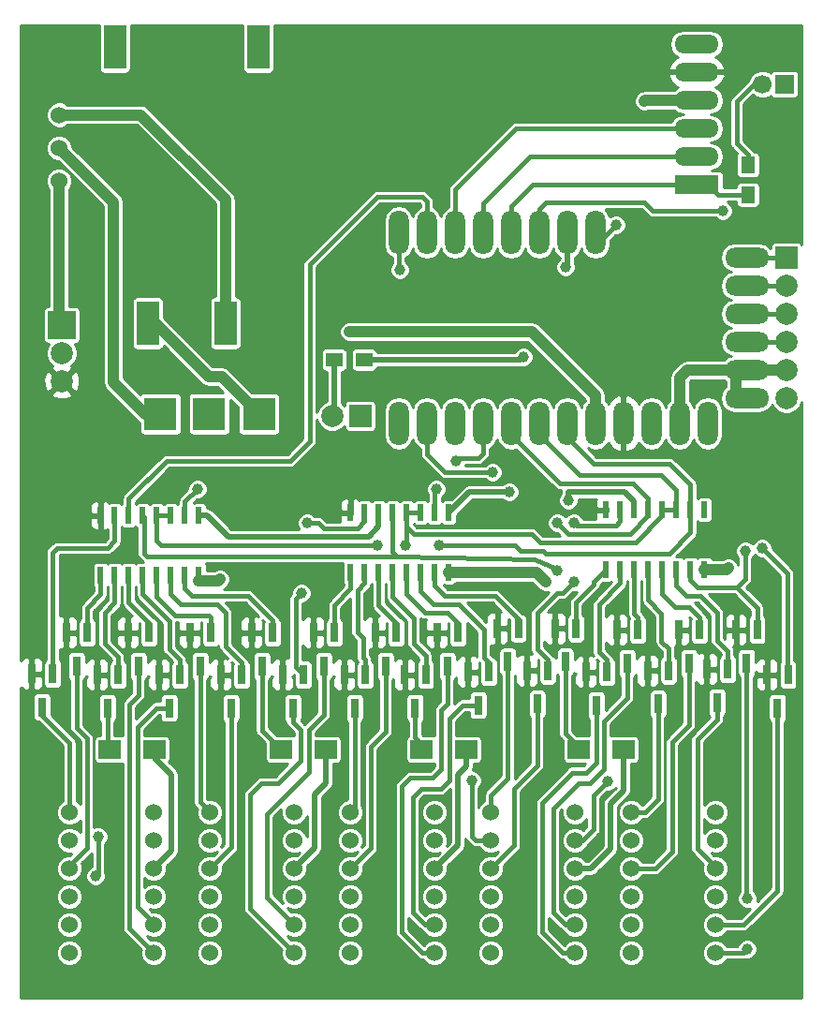
<source format=gbr>
G04 #@! TF.FileFunction,Copper,L1,Top*
%FSLAX46Y46*%
G04 Gerber Fmt 4.6, Leading zero omitted, Abs format (unit mm)*
G04 Created by KiCad (PCBNEW 4.0.2+dfsg1-stable) date Po  3. jún 2019, 21:27:26 CEST*
%MOMM*%
G01*
G04 APERTURE LIST*
%ADD10C,0.100000*%
%ADD11O,1.800000X4.000000*%
%ADD12O,4.000000X1.800000*%
%ADD13C,1.524000*%
%ADD14R,2.500000X2.500000*%
%ADD15C,2.000000*%
%ADD16R,0.800100X1.800860*%
%ADD17R,1.300000X1.500000*%
%ADD18R,1.700000X1.700000*%
%ADD19C,1.700000*%
%ADD20R,2.000000X2.000000*%
%ADD21R,4.000000X1.700000*%
%ADD22O,4.000000X1.700000*%
%ADD23R,2.000000X1.700000*%
%ADD24R,0.600000X1.500000*%
%ADD25R,3.000000X3.000000*%
%ADD26R,1.500000X1.300000*%
%ADD27R,2.000000X4.000000*%
%ADD28C,1.000000*%
%ADD29C,0.400000*%
%ADD30C,1.000000*%
%ADD31C,0.500000*%
%ADD32C,0.254000*%
G04 APERTURE END LIST*
D10*
D11*
X169340000Y-72068000D03*
X166800000Y-72068000D03*
X164260000Y-72068000D03*
X161720000Y-72068000D03*
X159180000Y-72068000D03*
X156640000Y-72068000D03*
X154100000Y-72068000D03*
X151560000Y-72068000D03*
X151560000Y-89308000D03*
X154100000Y-89308000D03*
X156640000Y-89308000D03*
X159180000Y-89308000D03*
X161720000Y-89308000D03*
X164260000Y-89308000D03*
X166800000Y-89308000D03*
X169340000Y-89308000D03*
X171880000Y-89308000D03*
X174420000Y-89308000D03*
X176960000Y-89308000D03*
X179500000Y-89308000D03*
D12*
X183040000Y-87038000D03*
X183040000Y-84498000D03*
X183040000Y-81958000D03*
X183040000Y-79418000D03*
X183040000Y-76878000D03*
X183040000Y-74338000D03*
D13*
X120858000Y-61432000D03*
X120858000Y-64432000D03*
X120858000Y-67432000D03*
D14*
X121080000Y-80434000D03*
D15*
X121080000Y-82974000D03*
X121080000Y-85514000D03*
D13*
X134493000Y-124460000D03*
X134493000Y-127000000D03*
X134493000Y-129540000D03*
X134493000Y-132080000D03*
X134493000Y-134620000D03*
X134493000Y-137160000D03*
X142113000Y-137160000D03*
X142113000Y-134620000D03*
X142113000Y-132080000D03*
X142113000Y-129540000D03*
X142113000Y-127000000D03*
X142113000Y-124460000D03*
X121793000Y-124460000D03*
X121793000Y-127000000D03*
X121793000Y-129540000D03*
X121793000Y-132080000D03*
X121793000Y-134620000D03*
X121793000Y-137160000D03*
X129413000Y-137160000D03*
X129413000Y-134620000D03*
X129413000Y-132080000D03*
X129413000Y-129540000D03*
X129413000Y-127000000D03*
X129413000Y-124460000D03*
D16*
X178750000Y-107972860D03*
X176850000Y-107972860D03*
X177800000Y-110975140D03*
X167574000Y-107845860D03*
X165674000Y-107845860D03*
X166624000Y-110848140D03*
X159700000Y-111782860D03*
X157800000Y-111782860D03*
X158750000Y-114785140D03*
D17*
X183134000Y-68660000D03*
X183134000Y-65960000D03*
D18*
X186436000Y-58674000D03*
D19*
X184436000Y-58674000D03*
D20*
X186612000Y-74338000D03*
D15*
X186612000Y-76878000D03*
X186612000Y-79418000D03*
X186612000Y-81958000D03*
X186612000Y-84498000D03*
X186612000Y-87038000D03*
D16*
X186751000Y-112036860D03*
X184851000Y-112036860D03*
X185801000Y-115039140D03*
X120252000Y-111952860D03*
X118352000Y-111952860D03*
X119302000Y-114955140D03*
X183957000Y-107972860D03*
X182057000Y-107972860D03*
X183007000Y-110975140D03*
X181290000Y-111528860D03*
X179390000Y-111528860D03*
X180340000Y-114531140D03*
X165034000Y-111655860D03*
X163134000Y-111655860D03*
X164084000Y-114658140D03*
X156906000Y-108226860D03*
X155006000Y-108226860D03*
X155956000Y-111229140D03*
X153985000Y-112036860D03*
X152085000Y-112036860D03*
X153035000Y-115039140D03*
X151318000Y-108226860D03*
X149418000Y-108226860D03*
X150368000Y-111229140D03*
X148524000Y-112036860D03*
X146624000Y-112036860D03*
X147574000Y-115039140D03*
X145730000Y-108226860D03*
X143830000Y-108226860D03*
X144780000Y-111229140D03*
X142936000Y-112036860D03*
X141036000Y-112036860D03*
X141986000Y-115039140D03*
X140142000Y-108226860D03*
X138242000Y-108226860D03*
X139192000Y-111229140D03*
X137348000Y-112036860D03*
X135448000Y-112036860D03*
X136398000Y-115039140D03*
X131760000Y-112036860D03*
X129860000Y-112036860D03*
X130810000Y-115039140D03*
X128966000Y-108226860D03*
X127066000Y-108226860D03*
X128016000Y-111229140D03*
X126172000Y-112036860D03*
X124272000Y-112036860D03*
X125222000Y-115039140D03*
X123378000Y-108226860D03*
X121478000Y-108226860D03*
X122428000Y-111229140D03*
X134554000Y-108226860D03*
X132654000Y-108226860D03*
X133604000Y-111229140D03*
X175956000Y-111655860D03*
X174056000Y-111655860D03*
X175006000Y-114658140D03*
X173162000Y-107972860D03*
X171262000Y-107972860D03*
X172212000Y-110975140D03*
D13*
X172593000Y-124460000D03*
X172593000Y-127000000D03*
X172593000Y-129540000D03*
X172593000Y-132080000D03*
X172593000Y-134620000D03*
X172593000Y-137160000D03*
X180213000Y-137160000D03*
X180213000Y-134620000D03*
X180213000Y-132080000D03*
X180213000Y-129540000D03*
X180213000Y-127000000D03*
X180213000Y-124460000D03*
X147193000Y-124460000D03*
X147193000Y-127000000D03*
X147193000Y-129540000D03*
X147193000Y-132080000D03*
X147193000Y-134620000D03*
X147193000Y-137160000D03*
X154813000Y-137160000D03*
X154813000Y-134620000D03*
X154813000Y-132080000D03*
X154813000Y-129540000D03*
X154813000Y-127000000D03*
X154813000Y-124460000D03*
X159893000Y-124460000D03*
X159893000Y-127000000D03*
X159893000Y-129540000D03*
X159893000Y-132080000D03*
X159893000Y-134620000D03*
X159893000Y-137160000D03*
X167513000Y-137160000D03*
X167513000Y-134620000D03*
X167513000Y-132080000D03*
X167513000Y-129540000D03*
X167513000Y-127000000D03*
X167513000Y-124460000D03*
D16*
X162367000Y-107845860D03*
X160467000Y-107845860D03*
X161417000Y-110848140D03*
X170368000Y-111782860D03*
X168468000Y-111782860D03*
X169418000Y-114785140D03*
D21*
X178500000Y-67734000D03*
D22*
X178500000Y-65194000D03*
X178500000Y-62654000D03*
X178500000Y-60114000D03*
X178500000Y-57574000D03*
X178500000Y-55034000D03*
D23*
X129430000Y-118788000D03*
X125430000Y-118788000D03*
X144924000Y-118788000D03*
X140924000Y-118788000D03*
X157624000Y-118788000D03*
X153624000Y-118788000D03*
X171848000Y-118788000D03*
X167848000Y-118788000D03*
D24*
X124587000Y-103030000D03*
X125857000Y-103030000D03*
X127127000Y-103030000D03*
X128397000Y-103030000D03*
X129667000Y-103030000D03*
X130937000Y-103030000D03*
X132207000Y-103030000D03*
X133477000Y-103030000D03*
X133477000Y-97630000D03*
X132207000Y-97630000D03*
X130937000Y-97630000D03*
X129667000Y-97630000D03*
X128397000Y-97630000D03*
X127127000Y-97630000D03*
X125857000Y-97630000D03*
X124587000Y-97630000D03*
X147193000Y-102776000D03*
X148463000Y-102776000D03*
X149733000Y-102776000D03*
X151003000Y-102776000D03*
X152273000Y-102776000D03*
X153543000Y-102776000D03*
X154813000Y-102776000D03*
X156083000Y-102776000D03*
X156083000Y-97376000D03*
X154813000Y-97376000D03*
X153543000Y-97376000D03*
X152273000Y-97376000D03*
X151003000Y-97376000D03*
X149733000Y-97376000D03*
X148463000Y-97376000D03*
X147193000Y-97376000D03*
X170307000Y-102522000D03*
X171577000Y-102522000D03*
X172847000Y-102522000D03*
X174117000Y-102522000D03*
X175387000Y-102522000D03*
X176657000Y-102522000D03*
X177927000Y-102522000D03*
X179197000Y-102522000D03*
X179197000Y-97122000D03*
X177927000Y-97122000D03*
X176657000Y-97122000D03*
X175387000Y-97122000D03*
X174117000Y-97122000D03*
X172847000Y-97122000D03*
X171577000Y-97122000D03*
X170307000Y-97122000D03*
D25*
X138910000Y-88466000D03*
X134410000Y-88466000D03*
X130010000Y-88466000D03*
D26*
X148416000Y-83566000D03*
X145716000Y-83566000D03*
D20*
X148082000Y-88646000D03*
D15*
X145542000Y-88646000D03*
D27*
X138874000Y-55272000D03*
X125874000Y-55272000D03*
X135874000Y-80272000D03*
X128874000Y-80272000D03*
D28*
X164592000Y-97536000D03*
X173736000Y-60198000D03*
X181356000Y-102362000D03*
X164846000Y-103632000D03*
X135382000Y-103378000D03*
X167386000Y-98298000D03*
X167386000Y-103632000D03*
X183056000Y-136822000D03*
X183056000Y-132250000D03*
X171196000Y-71374000D03*
X182880000Y-100838000D03*
X142748000Y-104648000D03*
X143256000Y-98298000D03*
X170434000Y-121666000D03*
X158164000Y-121582000D03*
X124382000Y-126662000D03*
X124128000Y-130218000D03*
X165862000Y-102616000D03*
X165862000Y-98298000D03*
X133350000Y-95250000D03*
X154940000Y-95250000D03*
X155194000Y-100330000D03*
X152146000Y-100330000D03*
X149606000Y-100330000D03*
X151638000Y-75438000D03*
X160020000Y-93726000D03*
X156718000Y-92710000D03*
X184404000Y-100584000D03*
X180848000Y-70104000D03*
X147066000Y-81026000D03*
X161544000Y-95504000D03*
X166878000Y-96266000D03*
X166624000Y-75184000D03*
X162814000Y-83312000D03*
D29*
X175006000Y-114658140D02*
X175006000Y-123282000D01*
X173828000Y-124460000D02*
X172593000Y-124460000D01*
X175006000Y-123282000D02*
X173828000Y-124460000D01*
X174117000Y-102522000D02*
X174117000Y-105283000D01*
X175956000Y-109662000D02*
X175309000Y-109015000D01*
X175956000Y-109662000D02*
X175956000Y-111655860D01*
X175309000Y-106475000D02*
X175309000Y-109015000D01*
X174117000Y-105283000D02*
X175309000Y-106475000D01*
X147574000Y-115039140D02*
X147574000Y-124079000D01*
X147574000Y-124079000D02*
X147193000Y-124460000D01*
X148336000Y-110490000D02*
X148336000Y-108712000D01*
X148524000Y-110678000D02*
X148336000Y-110490000D01*
X148524000Y-112036860D02*
X148524000Y-110678000D01*
X148463000Y-103759000D02*
X148463000Y-102776000D01*
X147828000Y-104394000D02*
X148463000Y-103759000D01*
X147828000Y-108204000D02*
X147828000Y-104394000D01*
X148336000Y-108712000D02*
X147828000Y-108204000D01*
X119302000Y-114955140D02*
X119302000Y-115740000D01*
X119302000Y-115740000D02*
X121793000Y-118231000D01*
X121793000Y-118231000D02*
X121793000Y-124460000D01*
X161417000Y-110848140D02*
X161417000Y-121377000D01*
X159893000Y-122901000D02*
X159893000Y-124460000D01*
X161417000Y-121377000D02*
X159893000Y-122901000D01*
X162367000Y-107845860D02*
X162367000Y-106995000D01*
X162367000Y-106995000D02*
X160274000Y-104902000D01*
X160274000Y-104902000D02*
X155702000Y-104902000D01*
X155702000Y-104902000D02*
X154813000Y-104013000D01*
X154813000Y-104013000D02*
X154813000Y-102776000D01*
D30*
X128874000Y-79272000D02*
X128874000Y-79598000D01*
X128874000Y-79598000D02*
X134366000Y-85090000D01*
X135534000Y-85090000D02*
X138910000Y-88466000D01*
X134366000Y-85090000D02*
X135534000Y-85090000D01*
X179500000Y-60114000D02*
X173820000Y-60114000D01*
X173820000Y-60114000D02*
X173736000Y-60198000D01*
X186612000Y-84498000D02*
X182040000Y-84498000D01*
X179754000Y-60368000D02*
X179500000Y-60114000D01*
X182040000Y-84498000D02*
X177630000Y-84498000D01*
X176960000Y-85168000D02*
X176960000Y-88308000D01*
X177630000Y-84498000D02*
X176960000Y-85168000D01*
X182040000Y-84498000D02*
X182040000Y-87038000D01*
X179197000Y-102522000D02*
X181196000Y-102522000D01*
X181196000Y-102522000D02*
X181356000Y-102362000D01*
X156083000Y-102776000D02*
X163990000Y-102776000D01*
X163990000Y-102776000D02*
X164846000Y-103632000D01*
X133477000Y-103538000D02*
X135222000Y-103538000D01*
X135222000Y-103538000D02*
X135382000Y-103378000D01*
D29*
X177087000Y-89359000D02*
X177087000Y-88148000D01*
D30*
X128778000Y-79176000D02*
X128874000Y-79272000D01*
D29*
X133604000Y-111229140D02*
X133604000Y-123571000D01*
X133604000Y-123571000D02*
X134493000Y-124460000D01*
X134554000Y-108226860D02*
X134554000Y-106868000D01*
X129667000Y-105029000D02*
X129667000Y-103538000D01*
X131318000Y-106680000D02*
X129667000Y-105029000D01*
X134366000Y-106680000D02*
X131318000Y-106680000D01*
X134554000Y-106868000D02*
X134366000Y-106680000D01*
X177800000Y-110975140D02*
X177800000Y-116586000D01*
X174752000Y-129540000D02*
X172593000Y-129540000D01*
X176276000Y-128016000D02*
X174752000Y-129540000D01*
X176276000Y-118110000D02*
X176276000Y-128016000D01*
X177800000Y-116586000D02*
X176276000Y-118110000D01*
X175387000Y-102522000D02*
X175387000Y-104775000D01*
X178750000Y-106868000D02*
X178750000Y-107972860D01*
X177800000Y-105918000D02*
X178750000Y-106868000D01*
X176530000Y-105918000D02*
X177800000Y-105918000D01*
X175387000Y-104775000D02*
X176530000Y-105918000D01*
X178750000Y-107972860D02*
X178750000Y-107122000D01*
X150368000Y-111229140D02*
X150368000Y-117186000D01*
X149020000Y-127713000D02*
X147193000Y-129540000D01*
X149020000Y-118534000D02*
X149020000Y-127713000D01*
X150368000Y-117186000D02*
X149020000Y-118534000D01*
X151318000Y-108226860D02*
X151318000Y-107376000D01*
X151318000Y-107376000D02*
X149733000Y-105791000D01*
X149733000Y-105791000D02*
X149733000Y-102776000D01*
X121793000Y-129540000D02*
X121793000Y-129251000D01*
X121793000Y-129251000D02*
X123366000Y-127678000D01*
X123366000Y-127678000D02*
X123366000Y-117772000D01*
X123366000Y-117772000D02*
X122428000Y-116834000D01*
X122428000Y-116834000D02*
X122428000Y-111229140D01*
X123378000Y-108226860D02*
X123378000Y-105984000D01*
X124587000Y-104775000D02*
X124587000Y-103538000D01*
X123378000Y-105984000D02*
X124587000Y-104775000D01*
X164084000Y-114658140D02*
X164084000Y-120234000D01*
X161974000Y-127459000D02*
X159893000Y-129540000D01*
X161974000Y-122344000D02*
X161974000Y-127459000D01*
X164084000Y-120234000D02*
X161974000Y-122344000D01*
X164084000Y-109728000D02*
X164084000Y-106426000D01*
X165034000Y-110678000D02*
X164084000Y-109728000D01*
X165034000Y-111655860D02*
X165034000Y-110678000D01*
X167640000Y-98552000D02*
X171196000Y-98552000D01*
X167386000Y-98298000D02*
X167640000Y-98552000D01*
X166370000Y-104648000D02*
X167386000Y-103632000D01*
X165862000Y-104648000D02*
X166370000Y-104648000D01*
X164084000Y-106426000D02*
X165862000Y-104648000D01*
X171577000Y-98171000D02*
X171577000Y-97122000D01*
X171196000Y-98552000D02*
X171577000Y-98171000D01*
X136398000Y-115039140D02*
X136398000Y-127635000D01*
X136398000Y-127635000D02*
X134493000Y-129540000D01*
X135890000Y-109474000D02*
X135890000Y-106426000D01*
X137348000Y-110932000D02*
X135890000Y-109474000D01*
X137348000Y-112036860D02*
X137348000Y-110932000D01*
X130937000Y-104775000D02*
X130937000Y-103538000D01*
X131826000Y-105664000D02*
X130937000Y-104775000D01*
X135128000Y-105664000D02*
X131826000Y-105664000D01*
X135890000Y-106426000D02*
X135128000Y-105664000D01*
X180213000Y-129540000D02*
X180213000Y-129413000D01*
X180213000Y-129413000D02*
X178562000Y-127762000D01*
X180340000Y-114531140D02*
X180340000Y-116078000D01*
X178562000Y-117856000D02*
X178562000Y-127762000D01*
X180340000Y-116078000D02*
X178562000Y-117856000D01*
X176657000Y-102522000D02*
X176657000Y-104013000D01*
X181290000Y-109916000D02*
X180340000Y-108966000D01*
X181290000Y-109916000D02*
X181290000Y-111528860D01*
X180340000Y-106426000D02*
X180340000Y-108966000D01*
X178816000Y-104902000D02*
X180340000Y-106426000D01*
X177546000Y-104902000D02*
X178816000Y-104902000D01*
X176657000Y-104013000D02*
X177546000Y-104902000D01*
X153035000Y-115039140D02*
X153035000Y-117691000D01*
X153035000Y-117691000D02*
X153624000Y-118280000D01*
X151003000Y-102776000D02*
X151003000Y-105029000D01*
X153985000Y-110297000D02*
X152908000Y-109220000D01*
X153985000Y-110297000D02*
X153985000Y-112036860D01*
X152908000Y-106934000D02*
X152908000Y-109220000D01*
X151003000Y-105029000D02*
X152908000Y-106934000D01*
X125222000Y-115039140D02*
X125222000Y-118072000D01*
X125222000Y-118072000D02*
X125430000Y-118280000D01*
X126172000Y-110424000D02*
X124968000Y-109220000D01*
X126172000Y-112036860D02*
X126172000Y-110424000D01*
X125857000Y-105537000D02*
X125857000Y-103538000D01*
X124968000Y-106426000D02*
X125857000Y-105537000D01*
X124968000Y-109220000D02*
X124968000Y-106426000D01*
X166624000Y-110848140D02*
X166624000Y-117342000D01*
X166624000Y-117342000D02*
X168070000Y-118788000D01*
X167574000Y-107845860D02*
X167574000Y-105476000D01*
X169164000Y-103665000D02*
X170307000Y-102522000D01*
X169164000Y-103886000D02*
X169164000Y-103665000D01*
X167574000Y-105476000D02*
X169164000Y-103886000D01*
X139192000Y-111229140D02*
X139192000Y-117056000D01*
X139192000Y-117056000D02*
X140924000Y-118788000D01*
X132207000Y-103538000D02*
X132207000Y-104267000D01*
X132207000Y-104267000D02*
X132842000Y-104902000D01*
X132842000Y-104902000D02*
X137922000Y-104902000D01*
X137922000Y-104902000D02*
X140142000Y-107122000D01*
X140142000Y-107122000D02*
X140142000Y-108226860D01*
X183007000Y-110975140D02*
X183007000Y-132201000D01*
X182718000Y-137160000D02*
X180213000Y-137160000D01*
X183056000Y-136822000D02*
X182718000Y-137160000D01*
X183007000Y-132201000D02*
X183056000Y-132250000D01*
X182118000Y-104140000D02*
X182880000Y-103378000D01*
X171196000Y-71374000D02*
X169502000Y-73068000D01*
X182880000Y-103378000D02*
X182880000Y-100838000D01*
X169502000Y-73068000D02*
X169340000Y-73068000D01*
X177927000Y-102522000D02*
X177927000Y-103505000D01*
X183957000Y-105979000D02*
X183957000Y-107972860D01*
X182118000Y-104140000D02*
X183957000Y-105979000D01*
X178562000Y-104140000D02*
X182118000Y-104140000D01*
X177927000Y-103505000D02*
X178562000Y-104140000D01*
X128016000Y-111229140D02*
X128016000Y-113884000D01*
X127176000Y-134923000D02*
X129413000Y-137160000D01*
X127176000Y-114724000D02*
X127176000Y-134923000D01*
X128016000Y-113884000D02*
X127176000Y-114724000D01*
X128966000Y-108226860D02*
X128966000Y-107376000D01*
X128966000Y-107376000D02*
X127127000Y-105537000D01*
X127127000Y-105537000D02*
X127127000Y-103538000D01*
X155370000Y-120566000D02*
X154608000Y-121328000D01*
X155956000Y-114646000D02*
X155370000Y-115232000D01*
X155370000Y-115232000D02*
X155370000Y-120566000D01*
X155956000Y-111229140D02*
X155956000Y-114646000D01*
X153676000Y-137160000D02*
X154813000Y-137160000D01*
X151814000Y-135298000D02*
X153676000Y-137160000D01*
X151814000Y-122090000D02*
X151814000Y-135298000D01*
X152576000Y-121328000D02*
X151814000Y-122090000D01*
X154608000Y-121328000D02*
X152576000Y-121328000D01*
X156906000Y-108226860D02*
X156906000Y-107376000D01*
X156906000Y-107376000D02*
X155956000Y-106426000D01*
X155956000Y-106426000D02*
X153924000Y-106426000D01*
X153924000Y-106426000D02*
X152273000Y-104775000D01*
X152273000Y-104775000D02*
X152273000Y-102776000D01*
X168500000Y-120898000D02*
X167230000Y-120898000D01*
X169418000Y-119980000D02*
X168500000Y-120898000D01*
X169418000Y-114785140D02*
X169418000Y-119980000D01*
X166376000Y-137160000D02*
X167513000Y-137160000D01*
X164514000Y-135298000D02*
X166376000Y-137160000D01*
X164514000Y-123614000D02*
X164514000Y-135298000D01*
X167230000Y-120898000D02*
X164514000Y-123614000D01*
X170368000Y-111782860D02*
X170368000Y-110678000D01*
X171577000Y-103759000D02*
X171577000Y-102522000D01*
X169672000Y-105664000D02*
X171577000Y-103759000D01*
X169672000Y-109982000D02*
X169672000Y-105664000D01*
X170368000Y-110678000D02*
X169672000Y-109982000D01*
X170180000Y-111594860D02*
X170368000Y-111782860D01*
X141986000Y-115039140D02*
X141986000Y-116326000D01*
X139114000Y-121836000D02*
X138098000Y-122852000D01*
X140638000Y-121836000D02*
X139114000Y-121836000D01*
X142670000Y-119804000D02*
X140638000Y-121836000D01*
X142670000Y-117010000D02*
X142670000Y-119804000D01*
X141986000Y-116326000D02*
X142670000Y-117010000D01*
X138098000Y-133145000D02*
X142113000Y-137160000D01*
X138098000Y-122852000D02*
X138098000Y-133145000D01*
X144780000Y-98806000D02*
X147828000Y-98806000D01*
X148463000Y-98171000D02*
X147828000Y-98806000D01*
X148463000Y-97376000D02*
X148463000Y-98171000D01*
X144272000Y-98298000D02*
X144780000Y-98806000D01*
X142240000Y-111340860D02*
X142936000Y-112036860D01*
X142240000Y-105156000D02*
X142240000Y-111340860D01*
X142748000Y-104648000D02*
X142240000Y-105156000D01*
X143256000Y-98298000D02*
X144272000Y-98298000D01*
X129413000Y-134620000D02*
X129413000Y-134487000D01*
X129413000Y-134487000D02*
X127938000Y-133012000D01*
X127938000Y-133012000D02*
X127938000Y-116756000D01*
X130810000Y-115039140D02*
X129654860Y-115039140D01*
X129654860Y-115039140D02*
X127938000Y-116756000D01*
X130810000Y-109728000D02*
X130810000Y-107188000D01*
X131760000Y-110678000D02*
X130810000Y-109728000D01*
X131760000Y-112036860D02*
X131760000Y-110678000D01*
X128397000Y-104775000D02*
X128397000Y-103538000D01*
X130810000Y-107188000D02*
X128397000Y-104775000D01*
X154813000Y-134620000D02*
X153930000Y-134620000D01*
X156132000Y-121582000D02*
X156132000Y-115994000D01*
X155370000Y-122344000D02*
X156132000Y-121582000D01*
X153592000Y-122344000D02*
X155370000Y-122344000D01*
X152830000Y-123106000D02*
X153592000Y-122344000D01*
X152830000Y-133520000D02*
X152830000Y-123106000D01*
X153930000Y-134620000D02*
X152830000Y-133520000D01*
X158750000Y-114785140D02*
X157340860Y-114785140D01*
X157340860Y-114785140D02*
X156132000Y-115994000D01*
X153543000Y-102776000D02*
X153543000Y-104521000D01*
X159258000Y-110490000D02*
X159700000Y-110932000D01*
X159258000Y-107950000D02*
X159258000Y-110490000D01*
X156972000Y-105664000D02*
X159258000Y-107950000D01*
X154686000Y-105664000D02*
X156972000Y-105664000D01*
X153543000Y-104521000D02*
X154686000Y-105664000D01*
X159700000Y-111782860D02*
X159700000Y-110932000D01*
X167513000Y-134620000D02*
X166630000Y-134620000D01*
X170102000Y-120566000D02*
X170102000Y-116248000D01*
X168832000Y-121836000D02*
X170102000Y-120566000D01*
X167816000Y-121836000D02*
X168832000Y-121836000D01*
X165530000Y-124122000D02*
X167816000Y-121836000D01*
X165530000Y-133520000D02*
X165530000Y-124122000D01*
X166630000Y-134620000D02*
X165530000Y-133520000D01*
X172212000Y-110975140D02*
X172212000Y-114138000D01*
X172212000Y-114138000D02*
X170102000Y-116248000D01*
X173162000Y-107972860D02*
X173162000Y-106868000D01*
X172847000Y-106553000D02*
X172847000Y-102522000D01*
X173162000Y-106868000D02*
X172847000Y-106553000D01*
X143432000Y-117010000D02*
X143432000Y-120820000D01*
X144780000Y-115662000D02*
X143432000Y-117010000D01*
X144780000Y-111229140D02*
X144780000Y-115662000D01*
X139622000Y-132129000D02*
X142113000Y-134620000D01*
X139622000Y-124630000D02*
X139622000Y-132129000D01*
X143432000Y-120820000D02*
X139622000Y-124630000D01*
X145730000Y-108226860D02*
X145730000Y-105730000D01*
X147193000Y-104267000D02*
X147193000Y-102776000D01*
X145730000Y-105730000D02*
X147193000Y-104267000D01*
X169164000Y-125984000D02*
X168148000Y-127000000D01*
X169164000Y-122936000D02*
X169164000Y-125984000D01*
X170434000Y-121666000D02*
X169164000Y-122936000D01*
X168148000Y-127000000D02*
X167513000Y-127000000D01*
X159893000Y-127000000D02*
X158502000Y-127000000D01*
X158164000Y-126662000D02*
X158164000Y-121582000D01*
X158502000Y-127000000D02*
X158164000Y-126662000D01*
X124382000Y-129964000D02*
X124382000Y-126662000D01*
X124128000Y-130218000D02*
X124382000Y-129964000D01*
X179500000Y-62654000D02*
X162136000Y-62654000D01*
X156640000Y-68150000D02*
X156640000Y-73068000D01*
X162136000Y-62654000D02*
X156640000Y-68150000D01*
X179500000Y-65194000D02*
X163406000Y-65194000D01*
X159180000Y-69420000D02*
X159180000Y-73068000D01*
X163406000Y-65194000D02*
X159180000Y-69420000D01*
X151384000Y-101346000D02*
X128778000Y-101346000D01*
X128524000Y-101092000D02*
X128524000Y-97757000D01*
X128778000Y-101346000D02*
X128524000Y-101092000D01*
X128524000Y-97757000D02*
X128397000Y-97630000D01*
X174117000Y-97122000D02*
X174117000Y-97663000D01*
X174117000Y-97663000D02*
X172466000Y-99314000D01*
X151003000Y-100965000D02*
X151003000Y-97376000D01*
X151384000Y-101346000D02*
X151003000Y-100965000D01*
X165608000Y-102362000D02*
X163830000Y-101600000D01*
X163830000Y-101600000D02*
X151384000Y-101346000D01*
X165862000Y-102616000D02*
X165608000Y-102362000D01*
X166878000Y-99314000D02*
X165862000Y-98298000D01*
X172466000Y-99314000D02*
X166878000Y-99314000D01*
X161720000Y-88308000D02*
X161720000Y-90346000D01*
X161720000Y-90346000D02*
X166116000Y-94742000D01*
X166116000Y-94742000D02*
X172720000Y-94742000D01*
X172720000Y-94742000D02*
X174117000Y-96139000D01*
X174117000Y-96139000D02*
X174117000Y-97122000D01*
X125857000Y-98138000D02*
X125857000Y-99949000D01*
X120252000Y-100982000D02*
X120252000Y-111952860D01*
X120650000Y-100584000D02*
X120252000Y-100982000D01*
X125222000Y-100584000D02*
X120650000Y-100584000D01*
X125857000Y-99949000D02*
X125222000Y-100584000D01*
X132207000Y-96393000D02*
X133350000Y-95250000D01*
X132207000Y-96393000D02*
X132207000Y-97630000D01*
X154940000Y-95250000D02*
X154813000Y-95377000D01*
X154813000Y-95377000D02*
X154813000Y-97376000D01*
X176022000Y-101092000D02*
X164846000Y-101092000D01*
X177927000Y-99187000D02*
X176022000Y-101092000D01*
X177927000Y-97122000D02*
X177927000Y-99187000D01*
X162052000Y-100330000D02*
X155194000Y-100330000D01*
X162560000Y-100838000D02*
X162052000Y-100330000D01*
X164592000Y-100838000D02*
X162560000Y-100838000D01*
X164846000Y-101092000D02*
X164592000Y-100838000D01*
X166800000Y-88308000D02*
X166800000Y-90600000D01*
X166800000Y-90600000D02*
X169164000Y-92964000D01*
X169164000Y-92964000D02*
X176022000Y-92964000D01*
X176022000Y-92964000D02*
X177927000Y-94869000D01*
X177927000Y-94869000D02*
X177927000Y-97122000D01*
X154100000Y-73068000D02*
X154100000Y-69264000D01*
X127127000Y-96139000D02*
X127127000Y-97630000D01*
X130556000Y-92710000D02*
X127127000Y-96139000D01*
X141732000Y-92710000D02*
X130556000Y-92710000D01*
X143510000Y-90932000D02*
X141732000Y-92710000D01*
X143510000Y-89662000D02*
X143510000Y-90932000D01*
X143510000Y-74930000D02*
X143510000Y-89662000D01*
X149606000Y-68834000D02*
X143510000Y-74930000D01*
X153670000Y-68834000D02*
X149606000Y-68834000D01*
X154100000Y-69264000D02*
X153670000Y-68834000D01*
X152273000Y-97376000D02*
X153543000Y-97376000D01*
X175387000Y-97122000D02*
X175387000Y-97663000D01*
X175387000Y-97663000D02*
X172974000Y-100076000D01*
X152908000Y-99314000D02*
X152273000Y-98679000D01*
X163576000Y-99314000D02*
X152908000Y-99314000D01*
X164338000Y-100076000D02*
X163576000Y-99314000D01*
X172974000Y-100076000D02*
X164338000Y-100076000D01*
X129667000Y-97630000D02*
X129667000Y-99949000D01*
X152273000Y-100203000D02*
X152273000Y-98679000D01*
X152273000Y-98679000D02*
X152273000Y-97376000D01*
X152146000Y-100330000D02*
X152273000Y-100203000D01*
X130048000Y-100330000D02*
X149606000Y-100330000D01*
X129667000Y-99949000D02*
X130048000Y-100330000D01*
X129667000Y-97630000D02*
X130937000Y-97630000D01*
X164260000Y-88308000D02*
X164260000Y-90346000D01*
X164260000Y-90346000D02*
X167894000Y-93980000D01*
X167894000Y-93980000D02*
X175260000Y-93980000D01*
X175260000Y-93980000D02*
X176657000Y-95377000D01*
X176657000Y-95377000D02*
X176657000Y-97122000D01*
X176657000Y-97122000D02*
X175387000Y-97122000D01*
X151560000Y-75360000D02*
X151560000Y-73068000D01*
X151638000Y-75438000D02*
X151560000Y-75360000D01*
X154100000Y-88308000D02*
X154100000Y-92124000D01*
X155702000Y-93726000D02*
X160020000Y-93726000D01*
X154100000Y-92124000D02*
X155702000Y-93726000D01*
X159180000Y-92026000D02*
X159180000Y-88308000D01*
X158750000Y-92456000D02*
X159180000Y-92026000D01*
X156972000Y-92456000D02*
X158750000Y-92456000D01*
X156718000Y-92710000D02*
X156972000Y-92456000D01*
X183134000Y-68660000D02*
X180426000Y-68660000D01*
X180426000Y-68660000D02*
X179500000Y-67734000D01*
X179500000Y-67734000D02*
X163660000Y-67734000D01*
X161720000Y-69674000D02*
X161720000Y-73068000D01*
X163660000Y-67734000D02*
X161720000Y-69674000D01*
X179754000Y-67988000D02*
X179500000Y-67734000D01*
X164260000Y-73068000D02*
X164260000Y-69928000D01*
X186690000Y-102870000D02*
X186690000Y-111975860D01*
X184404000Y-100584000D02*
X186690000Y-102870000D01*
X174498000Y-70104000D02*
X180848000Y-70104000D01*
X173736000Y-69342000D02*
X174498000Y-70104000D01*
X164846000Y-69342000D02*
X173736000Y-69342000D01*
X164260000Y-69928000D02*
X164846000Y-69342000D01*
X186690000Y-111975860D02*
X186751000Y-112036860D01*
X185801000Y-115039140D02*
X185801000Y-131537000D01*
X182718000Y-134620000D02*
X180213000Y-134620000D01*
X185801000Y-131537000D02*
X182718000Y-134620000D01*
X182040000Y-79418000D02*
X186612000Y-79418000D01*
X182040000Y-76878000D02*
X186612000Y-76878000D01*
X182040000Y-74338000D02*
X186612000Y-74338000D01*
X183134000Y-65960000D02*
X183134000Y-65024000D01*
X182118000Y-60230000D02*
X183674000Y-58674000D01*
X182118000Y-64008000D02*
X182118000Y-60230000D01*
X183134000Y-65024000D02*
X182118000Y-64008000D01*
X183134000Y-65960000D02*
X183134000Y-65278000D01*
D30*
X169340000Y-88308000D02*
X169340000Y-86790000D01*
X163576000Y-81026000D02*
X147066000Y-81026000D01*
X169340000Y-86790000D02*
X163576000Y-81026000D01*
X120858000Y-67432000D02*
X120858000Y-80212000D01*
X120858000Y-80212000D02*
X121080000Y-80434000D01*
X130010000Y-88466000D02*
X128598000Y-88466000D01*
X128598000Y-88466000D02*
X125730000Y-85598000D01*
X125730000Y-85598000D02*
X125730000Y-69304000D01*
X125730000Y-69304000D02*
X120858000Y-64432000D01*
X135874000Y-79272000D02*
X135874000Y-69072000D01*
X128234000Y-61432000D02*
X120858000Y-61432000D01*
X135874000Y-69072000D02*
X128234000Y-61432000D01*
X135874000Y-79272000D02*
X135874000Y-80756000D01*
D29*
X182040000Y-81958000D02*
X186612000Y-81958000D01*
D31*
X129430000Y-118280000D02*
X129430000Y-119518000D01*
X130986000Y-127967000D02*
X129413000Y-129540000D01*
X130986000Y-121074000D02*
X130986000Y-127967000D01*
X129430000Y-119518000D02*
X130986000Y-121074000D01*
X144924000Y-118788000D02*
X144924000Y-121868000D01*
X143940000Y-127713000D02*
X142113000Y-129540000D01*
X143940000Y-122852000D02*
X143940000Y-127713000D01*
X144924000Y-121868000D02*
X143940000Y-122852000D01*
X157624000Y-118788000D02*
X157624000Y-120344000D01*
X156894000Y-127459000D02*
X154813000Y-129540000D01*
X156894000Y-121074000D02*
X156894000Y-127459000D01*
X157624000Y-120344000D02*
X156894000Y-121074000D01*
X171848000Y-118788000D02*
X171848000Y-122538000D01*
X168910000Y-129540000D02*
X167513000Y-129540000D01*
X170688000Y-127762000D02*
X168910000Y-129540000D01*
X170688000Y-123698000D02*
X170688000Y-127762000D01*
X171848000Y-122538000D02*
X170688000Y-123698000D01*
X149733000Y-97376000D02*
X149733000Y-98679000D01*
X134206000Y-97630000D02*
X133477000Y-97630000D01*
X136144000Y-99568000D02*
X134206000Y-97630000D01*
X148844000Y-99568000D02*
X136144000Y-99568000D01*
X149733000Y-98679000D02*
X148844000Y-99568000D01*
X166878000Y-95504000D02*
X166878000Y-96266000D01*
X171958000Y-95504000D02*
X166878000Y-95504000D01*
X172847000Y-96393000D02*
X171958000Y-95504000D01*
X161544000Y-95504000D02*
X161290000Y-95504000D01*
X161290000Y-95504000D02*
X161544000Y-95504000D01*
X172847000Y-97122000D02*
X172847000Y-96393000D01*
X161290000Y-95504000D02*
X157955000Y-95504000D01*
X157955000Y-95504000D02*
X156083000Y-97376000D01*
X148416000Y-83566000D02*
X162560000Y-83566000D01*
X166800000Y-75008000D02*
X166800000Y-73068000D01*
X166624000Y-75184000D02*
X166800000Y-75008000D01*
X162560000Y-83566000D02*
X162814000Y-83312000D01*
X145716000Y-83566000D02*
X145716000Y-88472000D01*
X145716000Y-88472000D02*
X145542000Y-88646000D01*
D32*
G36*
X124438635Y-57272000D02*
X124468409Y-57430237D01*
X124561927Y-57575567D01*
X124704619Y-57673064D01*
X124874000Y-57707365D01*
X126874000Y-57707365D01*
X127032237Y-57677591D01*
X127177567Y-57584073D01*
X127275064Y-57441381D01*
X127309365Y-57272000D01*
X127309365Y-53383000D01*
X137438635Y-53383000D01*
X137438635Y-57272000D01*
X137468409Y-57430237D01*
X137561927Y-57575567D01*
X137704619Y-57673064D01*
X137874000Y-57707365D01*
X139874000Y-57707365D01*
X140032237Y-57677591D01*
X140177567Y-57584073D01*
X140275064Y-57441381D01*
X140309365Y-57272000D01*
X140309365Y-57217110D01*
X175908524Y-57217110D01*
X176029845Y-57447000D01*
X178373000Y-57447000D01*
X178373000Y-57427000D01*
X178627000Y-57427000D01*
X178627000Y-57447000D01*
X180970155Y-57447000D01*
X181091476Y-57217110D01*
X181070562Y-57123048D01*
X180789856Y-56613749D01*
X180335618Y-56250640D01*
X180192897Y-56209343D01*
X180600523Y-55936975D01*
X180877342Y-55522687D01*
X180974548Y-55034000D01*
X180877342Y-54545313D01*
X180600523Y-54131025D01*
X180186235Y-53854206D01*
X179697548Y-53757000D01*
X177302452Y-53757000D01*
X176813765Y-53854206D01*
X176399477Y-54131025D01*
X176122658Y-54545313D01*
X176025452Y-55034000D01*
X176122658Y-55522687D01*
X176399477Y-55936975D01*
X176807103Y-56209343D01*
X176664382Y-56250640D01*
X176210144Y-56613749D01*
X175929438Y-57123048D01*
X175908524Y-57217110D01*
X140309365Y-57217110D01*
X140309365Y-53383000D01*
X188009000Y-53383000D01*
X188009000Y-73166412D01*
X187924073Y-73034433D01*
X187781381Y-72936936D01*
X187612000Y-72902635D01*
X185612000Y-72902635D01*
X185453763Y-72932409D01*
X185308433Y-73025927D01*
X185210936Y-73168619D01*
X185176635Y-73338000D01*
X185176635Y-73475631D01*
X185125879Y-73399669D01*
X184695369Y-73112012D01*
X184187548Y-73011000D01*
X181892452Y-73011000D01*
X181384631Y-73112012D01*
X180954121Y-73399669D01*
X180666464Y-73830179D01*
X180565452Y-74338000D01*
X180666464Y-74845821D01*
X180954121Y-75276331D01*
X181384631Y-75563988D01*
X181605894Y-75608000D01*
X181384631Y-75652012D01*
X180954121Y-75939669D01*
X180666464Y-76370179D01*
X180565452Y-76878000D01*
X180666464Y-77385821D01*
X180954121Y-77816331D01*
X181384631Y-78103988D01*
X181605894Y-78148000D01*
X181384631Y-78192012D01*
X180954121Y-78479669D01*
X180666464Y-78910179D01*
X180565452Y-79418000D01*
X180666464Y-79925821D01*
X180954121Y-80356331D01*
X181384631Y-80643988D01*
X181605894Y-80688000D01*
X181384631Y-80732012D01*
X180954121Y-81019669D01*
X180666464Y-81450179D01*
X180565452Y-81958000D01*
X180666464Y-82465821D01*
X180954121Y-82896331D01*
X181384631Y-83183988D01*
X181605894Y-83228000D01*
X181384631Y-83272012D01*
X180954121Y-83559669D01*
X180946550Y-83571000D01*
X177630000Y-83571000D01*
X177275252Y-83641564D01*
X177052038Y-83790711D01*
X176974512Y-83842512D01*
X176304512Y-84512512D01*
X176103564Y-84813252D01*
X176033000Y-85168000D01*
X176033000Y-87214550D01*
X176021669Y-87222121D01*
X175734012Y-87652631D01*
X175690000Y-87873894D01*
X175645988Y-87652631D01*
X175358331Y-87222121D01*
X174927821Y-86934464D01*
X174420000Y-86833452D01*
X173912179Y-86934464D01*
X173481669Y-87222121D01*
X173262836Y-87549629D01*
X173249554Y-87503248D01*
X172875606Y-87032788D01*
X172350086Y-86741244D01*
X172244740Y-86716964D01*
X172007000Y-86837622D01*
X172007000Y-89181000D01*
X172027000Y-89181000D01*
X172027000Y-89435000D01*
X172007000Y-89435000D01*
X172007000Y-91778378D01*
X172244740Y-91899036D01*
X172350086Y-91874756D01*
X172875606Y-91583212D01*
X173249554Y-91112752D01*
X173262836Y-91066371D01*
X173481669Y-91393879D01*
X173912179Y-91681536D01*
X174420000Y-91782548D01*
X174927821Y-91681536D01*
X175358331Y-91393879D01*
X175645988Y-90963369D01*
X175690000Y-90742106D01*
X175734012Y-90963369D01*
X176021669Y-91393879D01*
X176452179Y-91681536D01*
X176960000Y-91782548D01*
X177467821Y-91681536D01*
X177898331Y-91393879D01*
X178185988Y-90963369D01*
X178230000Y-90742106D01*
X178274012Y-90963369D01*
X178561669Y-91393879D01*
X178992179Y-91681536D01*
X179500000Y-91782548D01*
X180007821Y-91681536D01*
X180438331Y-91393879D01*
X180725988Y-90963369D01*
X180827000Y-90455548D01*
X180827000Y-88160452D01*
X180725988Y-87652631D01*
X180438331Y-87222121D01*
X180007821Y-86934464D01*
X179500000Y-86833452D01*
X178992179Y-86934464D01*
X178561669Y-87222121D01*
X178274012Y-87652631D01*
X178230000Y-87873894D01*
X178185988Y-87652631D01*
X177898331Y-87222121D01*
X177887000Y-87214550D01*
X177887000Y-85551976D01*
X178013976Y-85425000D01*
X180946550Y-85425000D01*
X180954121Y-85436331D01*
X181113000Y-85542490D01*
X181113000Y-85993510D01*
X180954121Y-86099669D01*
X180666464Y-86530179D01*
X180565452Y-87038000D01*
X180666464Y-87545821D01*
X180954121Y-87976331D01*
X181384631Y-88263988D01*
X181892452Y-88365000D01*
X184187548Y-88365000D01*
X184695369Y-88263988D01*
X185125879Y-87976331D01*
X185329671Y-87671333D01*
X185401543Y-87845275D01*
X185802614Y-88247047D01*
X186326907Y-88464752D01*
X186894603Y-88465248D01*
X187419275Y-88248457D01*
X187821047Y-87847386D01*
X188009000Y-87394744D01*
X188009000Y-141267000D01*
X117397000Y-141267000D01*
X117397000Y-137395469D01*
X120603794Y-137395469D01*
X120784427Y-137832635D01*
X121118606Y-138167397D01*
X121555456Y-138348793D01*
X122028469Y-138349206D01*
X122465635Y-138168573D01*
X122800397Y-137834394D01*
X122981793Y-137397544D01*
X122982206Y-136924531D01*
X122801573Y-136487365D01*
X122467394Y-136152603D01*
X122030544Y-135971207D01*
X121557531Y-135970794D01*
X121120365Y-136151427D01*
X120785603Y-136485606D01*
X120604207Y-136922456D01*
X120603794Y-137395469D01*
X117397000Y-137395469D01*
X117397000Y-134855469D01*
X120603794Y-134855469D01*
X120784427Y-135292635D01*
X121118606Y-135627397D01*
X121555456Y-135808793D01*
X122028469Y-135809206D01*
X122465635Y-135628573D01*
X122800397Y-135294394D01*
X122981793Y-134857544D01*
X122982206Y-134384531D01*
X122801573Y-133947365D01*
X122467394Y-133612603D01*
X122030544Y-133431207D01*
X121557531Y-133430794D01*
X121120365Y-133611427D01*
X120785603Y-133945606D01*
X120604207Y-134382456D01*
X120603794Y-134855469D01*
X117397000Y-134855469D01*
X117397000Y-132315469D01*
X120603794Y-132315469D01*
X120784427Y-132752635D01*
X121118606Y-133087397D01*
X121555456Y-133268793D01*
X122028469Y-133269206D01*
X122465635Y-133088573D01*
X122800397Y-132754394D01*
X122981793Y-132317544D01*
X122982206Y-131844531D01*
X122801573Y-131407365D01*
X122467394Y-131072603D01*
X122030544Y-130891207D01*
X121557531Y-130890794D01*
X121120365Y-131071427D01*
X120785603Y-131405606D01*
X120604207Y-131842456D01*
X120603794Y-132315469D01*
X117397000Y-132315469D01*
X117397000Y-114054710D01*
X118466585Y-114054710D01*
X118466585Y-115855570D01*
X118496359Y-116013807D01*
X118589877Y-116159137D01*
X118732569Y-116256634D01*
X118901950Y-116290935D01*
X118966223Y-116290935D01*
X121166000Y-118490712D01*
X121166000Y-123432571D01*
X121120365Y-123451427D01*
X120785603Y-123785606D01*
X120604207Y-124222456D01*
X120603794Y-124695469D01*
X120784427Y-125132635D01*
X121118606Y-125467397D01*
X121555456Y-125648793D01*
X122028469Y-125649206D01*
X122465635Y-125468573D01*
X122739000Y-125195684D01*
X122739000Y-126264683D01*
X122467394Y-125992603D01*
X122030544Y-125811207D01*
X121557531Y-125810794D01*
X121120365Y-125991427D01*
X120785603Y-126325606D01*
X120604207Y-126762456D01*
X120603794Y-127235469D01*
X120784427Y-127672635D01*
X121118606Y-128007397D01*
X121555456Y-128188793D01*
X121968135Y-128189153D01*
X121806277Y-128351011D01*
X121557531Y-128350794D01*
X121120365Y-128531427D01*
X120785603Y-128865606D01*
X120604207Y-129302456D01*
X120603794Y-129775469D01*
X120784427Y-130212635D01*
X121118606Y-130547397D01*
X121555456Y-130728793D01*
X122028469Y-130729206D01*
X122465635Y-130548573D01*
X122800397Y-130214394D01*
X122981793Y-129777544D01*
X122982206Y-129304531D01*
X122878111Y-129052601D01*
X123755000Y-128175712D01*
X123755000Y-129369105D01*
X123603583Y-129431669D01*
X123342586Y-129692211D01*
X123201161Y-130032799D01*
X123200839Y-130401583D01*
X123341669Y-130742417D01*
X123602211Y-131003414D01*
X123942799Y-131144839D01*
X124311583Y-131145161D01*
X124652417Y-131004331D01*
X124913414Y-130743789D01*
X125054839Y-130403201D01*
X125055161Y-130034417D01*
X125009000Y-129922699D01*
X125009000Y-127345927D01*
X125167414Y-127187789D01*
X125308839Y-126847201D01*
X125309161Y-126478417D01*
X125168331Y-126137583D01*
X124907789Y-125876586D01*
X124567201Y-125735161D01*
X124198417Y-125734839D01*
X123993000Y-125819716D01*
X123993000Y-117938000D01*
X123994635Y-117938000D01*
X123994635Y-119638000D01*
X124024409Y-119796237D01*
X124117927Y-119941567D01*
X124260619Y-120039064D01*
X124430000Y-120073365D01*
X126430000Y-120073365D01*
X126549000Y-120050974D01*
X126549000Y-134923000D01*
X126596728Y-135162943D01*
X126684561Y-135294394D01*
X126732644Y-135366356D01*
X128243142Y-136876854D01*
X128224207Y-136922456D01*
X128223794Y-137395469D01*
X128404427Y-137832635D01*
X128738606Y-138167397D01*
X129175456Y-138348793D01*
X129648469Y-138349206D01*
X130085635Y-138168573D01*
X130420397Y-137834394D01*
X130601793Y-137397544D01*
X130601794Y-137395469D01*
X133303794Y-137395469D01*
X133484427Y-137832635D01*
X133818606Y-138167397D01*
X134255456Y-138348793D01*
X134728469Y-138349206D01*
X135165635Y-138168573D01*
X135500397Y-137834394D01*
X135681793Y-137397544D01*
X135682206Y-136924531D01*
X135501573Y-136487365D01*
X135167394Y-136152603D01*
X134730544Y-135971207D01*
X134257531Y-135970794D01*
X133820365Y-136151427D01*
X133485603Y-136485606D01*
X133304207Y-136922456D01*
X133303794Y-137395469D01*
X130601794Y-137395469D01*
X130602206Y-136924531D01*
X130421573Y-136487365D01*
X130087394Y-136152603D01*
X129650544Y-135971207D01*
X129177531Y-135970794D01*
X129130103Y-135990391D01*
X128787349Y-135647637D01*
X129175456Y-135808793D01*
X129648469Y-135809206D01*
X130085635Y-135628573D01*
X130420397Y-135294394D01*
X130601793Y-134857544D01*
X130601794Y-134855469D01*
X133303794Y-134855469D01*
X133484427Y-135292635D01*
X133818606Y-135627397D01*
X134255456Y-135808793D01*
X134728469Y-135809206D01*
X135165635Y-135628573D01*
X135500397Y-135294394D01*
X135681793Y-134857544D01*
X135682206Y-134384531D01*
X135501573Y-133947365D01*
X135167394Y-133612603D01*
X134730544Y-133431207D01*
X134257531Y-133430794D01*
X133820365Y-133611427D01*
X133485603Y-133945606D01*
X133304207Y-134382456D01*
X133303794Y-134855469D01*
X130601794Y-134855469D01*
X130602206Y-134384531D01*
X130421573Y-133947365D01*
X130087394Y-133612603D01*
X129650544Y-133431207D01*
X129243564Y-133430852D01*
X129014791Y-133202079D01*
X129175456Y-133268793D01*
X129648469Y-133269206D01*
X130085635Y-133088573D01*
X130420397Y-132754394D01*
X130601793Y-132317544D01*
X130601794Y-132315469D01*
X133303794Y-132315469D01*
X133484427Y-132752635D01*
X133818606Y-133087397D01*
X134255456Y-133268793D01*
X134728469Y-133269206D01*
X135165635Y-133088573D01*
X135500397Y-132754394D01*
X135681793Y-132317544D01*
X135682206Y-131844531D01*
X135501573Y-131407365D01*
X135167394Y-131072603D01*
X134730544Y-130891207D01*
X134257531Y-130890794D01*
X133820365Y-131071427D01*
X133485603Y-131405606D01*
X133304207Y-131842456D01*
X133303794Y-132315469D01*
X130601794Y-132315469D01*
X130602206Y-131844531D01*
X130421573Y-131407365D01*
X130087394Y-131072603D01*
X129650544Y-130891207D01*
X129177531Y-130890794D01*
X128740365Y-131071427D01*
X128565000Y-131246487D01*
X128565000Y-130373488D01*
X128738606Y-130547397D01*
X129175456Y-130728793D01*
X129648469Y-130729206D01*
X130085635Y-130548573D01*
X130420397Y-130214394D01*
X130601793Y-129777544D01*
X130602203Y-129308219D01*
X131464711Y-128445711D01*
X131503629Y-128387466D01*
X131611466Y-128226077D01*
X131663000Y-127967000D01*
X131663000Y-127235469D01*
X133303794Y-127235469D01*
X133484427Y-127672635D01*
X133818606Y-128007397D01*
X134255456Y-128188793D01*
X134728469Y-128189206D01*
X135118056Y-128028232D01*
X134776146Y-128370142D01*
X134730544Y-128351207D01*
X134257531Y-128350794D01*
X133820365Y-128531427D01*
X133485603Y-128865606D01*
X133304207Y-129302456D01*
X133303794Y-129775469D01*
X133484427Y-130212635D01*
X133818606Y-130547397D01*
X134255456Y-130728793D01*
X134728469Y-130729206D01*
X135165635Y-130548573D01*
X135500397Y-130214394D01*
X135681793Y-129777544D01*
X135682206Y-129304531D01*
X135662609Y-129257103D01*
X136841356Y-128078356D01*
X136977273Y-127874942D01*
X137025000Y-127635000D01*
X137025000Y-122852000D01*
X137471000Y-122852000D01*
X137471000Y-133145000D01*
X137518728Y-133384943D01*
X137608970Y-133520000D01*
X137654644Y-133588356D01*
X140943142Y-136876854D01*
X140924207Y-136922456D01*
X140923794Y-137395469D01*
X141104427Y-137832635D01*
X141438606Y-138167397D01*
X141875456Y-138348793D01*
X142348469Y-138349206D01*
X142785635Y-138168573D01*
X143120397Y-137834394D01*
X143301793Y-137397544D01*
X143301794Y-137395469D01*
X146003794Y-137395469D01*
X146184427Y-137832635D01*
X146518606Y-138167397D01*
X146955456Y-138348793D01*
X147428469Y-138349206D01*
X147865635Y-138168573D01*
X148200397Y-137834394D01*
X148381793Y-137397544D01*
X148382206Y-136924531D01*
X148201573Y-136487365D01*
X147867394Y-136152603D01*
X147430544Y-135971207D01*
X146957531Y-135970794D01*
X146520365Y-136151427D01*
X146185603Y-136485606D01*
X146004207Y-136922456D01*
X146003794Y-137395469D01*
X143301794Y-137395469D01*
X143302206Y-136924531D01*
X143121573Y-136487365D01*
X142787394Y-136152603D01*
X142350544Y-135971207D01*
X141877531Y-135970794D01*
X141830103Y-135990391D01*
X141487349Y-135647637D01*
X141875456Y-135808793D01*
X142348469Y-135809206D01*
X142785635Y-135628573D01*
X143120397Y-135294394D01*
X143301793Y-134857544D01*
X143301794Y-134855469D01*
X146003794Y-134855469D01*
X146184427Y-135292635D01*
X146518606Y-135627397D01*
X146955456Y-135808793D01*
X147428469Y-135809206D01*
X147865635Y-135628573D01*
X148200397Y-135294394D01*
X148381793Y-134857544D01*
X148382206Y-134384531D01*
X148201573Y-133947365D01*
X147867394Y-133612603D01*
X147430544Y-133431207D01*
X146957531Y-133430794D01*
X146520365Y-133611427D01*
X146185603Y-133945606D01*
X146004207Y-134382456D01*
X146003794Y-134855469D01*
X143301794Y-134855469D01*
X143302206Y-134384531D01*
X143121573Y-133947365D01*
X142787394Y-133612603D01*
X142350544Y-133431207D01*
X141877531Y-133430794D01*
X141830103Y-133450391D01*
X141487349Y-133107637D01*
X141875456Y-133268793D01*
X142348469Y-133269206D01*
X142785635Y-133088573D01*
X143120397Y-132754394D01*
X143301793Y-132317544D01*
X143301794Y-132315469D01*
X146003794Y-132315469D01*
X146184427Y-132752635D01*
X146518606Y-133087397D01*
X146955456Y-133268793D01*
X147428469Y-133269206D01*
X147865635Y-133088573D01*
X148200397Y-132754394D01*
X148381793Y-132317544D01*
X148382206Y-131844531D01*
X148201573Y-131407365D01*
X147867394Y-131072603D01*
X147430544Y-130891207D01*
X146957531Y-130890794D01*
X146520365Y-131071427D01*
X146185603Y-131405606D01*
X146004207Y-131842456D01*
X146003794Y-132315469D01*
X143301794Y-132315469D01*
X143302206Y-131844531D01*
X143121573Y-131407365D01*
X142787394Y-131072603D01*
X142350544Y-130891207D01*
X141877531Y-130890794D01*
X141440365Y-131071427D01*
X141105603Y-131405606D01*
X140924207Y-131842456D01*
X140923794Y-132315469D01*
X141084768Y-132705056D01*
X140249000Y-131869288D01*
X140249000Y-124889712D01*
X140929853Y-124208859D01*
X140924207Y-124222456D01*
X140923794Y-124695469D01*
X141104427Y-125132635D01*
X141438606Y-125467397D01*
X141875456Y-125648793D01*
X142348469Y-125649206D01*
X142785635Y-125468573D01*
X143120397Y-125134394D01*
X143263000Y-124790968D01*
X143263000Y-126669645D01*
X143121573Y-126327365D01*
X142787394Y-125992603D01*
X142350544Y-125811207D01*
X141877531Y-125810794D01*
X141440365Y-125991427D01*
X141105603Y-126325606D01*
X140924207Y-126762456D01*
X140923794Y-127235469D01*
X141104427Y-127672635D01*
X141438606Y-128007397D01*
X141875456Y-128188793D01*
X142348469Y-128189206D01*
X142617556Y-128078022D01*
X142344376Y-128351202D01*
X141877531Y-128350794D01*
X141440365Y-128531427D01*
X141105603Y-128865606D01*
X140924207Y-129302456D01*
X140923794Y-129775469D01*
X141104427Y-130212635D01*
X141438606Y-130547397D01*
X141875456Y-130728793D01*
X142348469Y-130729206D01*
X142785635Y-130548573D01*
X143120397Y-130214394D01*
X143301793Y-129777544D01*
X143302203Y-129308219D01*
X144418711Y-128191711D01*
X144490370Y-128084466D01*
X144565466Y-127972077D01*
X144617000Y-127713000D01*
X144617000Y-127235469D01*
X146003794Y-127235469D01*
X146184427Y-127672635D01*
X146518606Y-128007397D01*
X146955456Y-128188793D01*
X147428469Y-128189206D01*
X147818056Y-128028232D01*
X147476146Y-128370142D01*
X147430544Y-128351207D01*
X146957531Y-128350794D01*
X146520365Y-128531427D01*
X146185603Y-128865606D01*
X146004207Y-129302456D01*
X146003794Y-129775469D01*
X146184427Y-130212635D01*
X146518606Y-130547397D01*
X146955456Y-130728793D01*
X147428469Y-130729206D01*
X147865635Y-130548573D01*
X148200397Y-130214394D01*
X148381793Y-129777544D01*
X148382206Y-129304531D01*
X148362609Y-129257103D01*
X149463356Y-128156356D01*
X149553747Y-128021076D01*
X149599272Y-127952943D01*
X149647000Y-127713000D01*
X149647000Y-122090000D01*
X151187000Y-122090000D01*
X151187000Y-135298000D01*
X151234728Y-135537943D01*
X151295285Y-135628573D01*
X151370644Y-135741356D01*
X153232644Y-137603356D01*
X153436058Y-137739273D01*
X153676000Y-137787000D01*
X153785571Y-137787000D01*
X153804427Y-137832635D01*
X154138606Y-138167397D01*
X154575456Y-138348793D01*
X155048469Y-138349206D01*
X155485635Y-138168573D01*
X155820397Y-137834394D01*
X156001793Y-137397544D01*
X156001794Y-137395469D01*
X158703794Y-137395469D01*
X158884427Y-137832635D01*
X159218606Y-138167397D01*
X159655456Y-138348793D01*
X160128469Y-138349206D01*
X160565635Y-138168573D01*
X160900397Y-137834394D01*
X161081793Y-137397544D01*
X161082206Y-136924531D01*
X160901573Y-136487365D01*
X160567394Y-136152603D01*
X160130544Y-135971207D01*
X159657531Y-135970794D01*
X159220365Y-136151427D01*
X158885603Y-136485606D01*
X158704207Y-136922456D01*
X158703794Y-137395469D01*
X156001794Y-137395469D01*
X156002206Y-136924531D01*
X155821573Y-136487365D01*
X155487394Y-136152603D01*
X155050544Y-135971207D01*
X154577531Y-135970794D01*
X154140365Y-136151427D01*
X153846997Y-136444285D01*
X152441000Y-135038288D01*
X152441000Y-134017712D01*
X153486644Y-135063356D01*
X153690058Y-135199273D01*
X153772638Y-135215699D01*
X153804427Y-135292635D01*
X154138606Y-135627397D01*
X154575456Y-135808793D01*
X155048469Y-135809206D01*
X155485635Y-135628573D01*
X155820397Y-135294394D01*
X156001793Y-134857544D01*
X156001794Y-134855469D01*
X158703794Y-134855469D01*
X158884427Y-135292635D01*
X159218606Y-135627397D01*
X159655456Y-135808793D01*
X160128469Y-135809206D01*
X160565635Y-135628573D01*
X160900397Y-135294394D01*
X161081793Y-134857544D01*
X161082206Y-134384531D01*
X160901573Y-133947365D01*
X160567394Y-133612603D01*
X160130544Y-133431207D01*
X159657531Y-133430794D01*
X159220365Y-133611427D01*
X158885603Y-133945606D01*
X158704207Y-134382456D01*
X158703794Y-134855469D01*
X156001794Y-134855469D01*
X156002206Y-134384531D01*
X155821573Y-133947365D01*
X155487394Y-133612603D01*
X155050544Y-133431207D01*
X154577531Y-133430794D01*
X154140365Y-133611427D01*
X153974107Y-133777395D01*
X153457000Y-133260288D01*
X153457000Y-132315469D01*
X153623794Y-132315469D01*
X153804427Y-132752635D01*
X154138606Y-133087397D01*
X154575456Y-133268793D01*
X155048469Y-133269206D01*
X155485635Y-133088573D01*
X155820397Y-132754394D01*
X156001793Y-132317544D01*
X156001794Y-132315469D01*
X158703794Y-132315469D01*
X158884427Y-132752635D01*
X159218606Y-133087397D01*
X159655456Y-133268793D01*
X160128469Y-133269206D01*
X160565635Y-133088573D01*
X160900397Y-132754394D01*
X161081793Y-132317544D01*
X161082206Y-131844531D01*
X160901573Y-131407365D01*
X160567394Y-131072603D01*
X160130544Y-130891207D01*
X159657531Y-130890794D01*
X159220365Y-131071427D01*
X158885603Y-131405606D01*
X158704207Y-131842456D01*
X158703794Y-132315469D01*
X156001794Y-132315469D01*
X156002206Y-131844531D01*
X155821573Y-131407365D01*
X155487394Y-131072603D01*
X155050544Y-130891207D01*
X154577531Y-130890794D01*
X154140365Y-131071427D01*
X153805603Y-131405606D01*
X153624207Y-131842456D01*
X153623794Y-132315469D01*
X153457000Y-132315469D01*
X153457000Y-124695469D01*
X153623794Y-124695469D01*
X153804427Y-125132635D01*
X154138606Y-125467397D01*
X154575456Y-125648793D01*
X155048469Y-125649206D01*
X155485635Y-125468573D01*
X155820397Y-125134394D01*
X156001793Y-124697544D01*
X156002206Y-124224531D01*
X155821573Y-123787365D01*
X155487394Y-123452603D01*
X155050544Y-123271207D01*
X154577531Y-123270794D01*
X154140365Y-123451427D01*
X153805603Y-123785606D01*
X153624207Y-124222456D01*
X153623794Y-124695469D01*
X153457000Y-124695469D01*
X153457000Y-123365712D01*
X153851712Y-122971000D01*
X155370000Y-122971000D01*
X155609943Y-122923272D01*
X155813356Y-122787356D01*
X156217000Y-122383712D01*
X156217000Y-127178577D01*
X155890848Y-127504729D01*
X156001793Y-127237544D01*
X156002206Y-126764531D01*
X155821573Y-126327365D01*
X155487394Y-125992603D01*
X155050544Y-125811207D01*
X154577531Y-125810794D01*
X154140365Y-125991427D01*
X153805603Y-126325606D01*
X153624207Y-126762456D01*
X153623794Y-127235469D01*
X153804427Y-127672635D01*
X154138606Y-128007397D01*
X154575456Y-128188793D01*
X155048469Y-128189206D01*
X155317556Y-128078022D01*
X155044376Y-128351202D01*
X154577531Y-128350794D01*
X154140365Y-128531427D01*
X153805603Y-128865606D01*
X153624207Y-129302456D01*
X153623794Y-129775469D01*
X153804427Y-130212635D01*
X154138606Y-130547397D01*
X154575456Y-130728793D01*
X155048469Y-130729206D01*
X155485635Y-130548573D01*
X155820397Y-130214394D01*
X156001793Y-129777544D01*
X156002203Y-129308220D01*
X157372711Y-127937712D01*
X157480724Y-127776058D01*
X157519466Y-127718077D01*
X157571000Y-127459000D01*
X157571000Y-126832928D01*
X157584728Y-126901943D01*
X157674303Y-127036001D01*
X157720644Y-127105356D01*
X158058644Y-127443356D01*
X158262057Y-127579272D01*
X158502000Y-127627000D01*
X158865571Y-127627000D01*
X158884427Y-127672635D01*
X159218606Y-128007397D01*
X159655456Y-128188793D01*
X160128469Y-128189206D01*
X160518056Y-128028232D01*
X160176146Y-128370142D01*
X160130544Y-128351207D01*
X159657531Y-128350794D01*
X159220365Y-128531427D01*
X158885603Y-128865606D01*
X158704207Y-129302456D01*
X158703794Y-129775469D01*
X158884427Y-130212635D01*
X159218606Y-130547397D01*
X159655456Y-130728793D01*
X160128469Y-130729206D01*
X160565635Y-130548573D01*
X160900397Y-130214394D01*
X161081793Y-129777544D01*
X161082206Y-129304531D01*
X161062609Y-129257103D01*
X162417356Y-127902356D01*
X162501745Y-127776058D01*
X162553272Y-127698943D01*
X162601000Y-127459000D01*
X162601000Y-122603712D01*
X164527356Y-120677356D01*
X164663273Y-120473942D01*
X164711000Y-120234000D01*
X164711000Y-115919945D01*
X164787617Y-115870643D01*
X164885114Y-115727951D01*
X164919415Y-115558570D01*
X164919415Y-113757710D01*
X164889641Y-113599473D01*
X164796123Y-113454143D01*
X164653431Y-113356646D01*
X164484050Y-113322345D01*
X163683950Y-113322345D01*
X163525713Y-113352119D01*
X163380383Y-113445637D01*
X163282886Y-113588329D01*
X163248585Y-113757710D01*
X163248585Y-115558570D01*
X163278359Y-115716807D01*
X163371877Y-115862137D01*
X163457000Y-115920299D01*
X163457000Y-119974288D01*
X162041445Y-121389843D01*
X162044000Y-121377000D01*
X162044000Y-112109945D01*
X162098950Y-112074585D01*
X162098950Y-112682600D01*
X162195623Y-112915989D01*
X162374252Y-113094617D01*
X162607641Y-113191290D01*
X162848250Y-113191290D01*
X163007000Y-113032540D01*
X163007000Y-111782860D01*
X163261000Y-111782860D01*
X163261000Y-113032540D01*
X163419750Y-113191290D01*
X163660359Y-113191290D01*
X163893748Y-113094617D01*
X164072377Y-112915989D01*
X164169050Y-112682600D01*
X164169050Y-111941610D01*
X164010300Y-111782860D01*
X163261000Y-111782860D01*
X163007000Y-111782860D01*
X162987000Y-111782860D01*
X162987000Y-111528860D01*
X163007000Y-111528860D01*
X163007000Y-110279180D01*
X162848250Y-110120430D01*
X162607641Y-110120430D01*
X162374252Y-110217103D01*
X162252415Y-110338939D01*
X162252415Y-109947710D01*
X162222641Y-109789473D01*
X162129123Y-109644143D01*
X161986431Y-109546646D01*
X161817050Y-109512345D01*
X161016950Y-109512345D01*
X160858713Y-109542119D01*
X160713383Y-109635637D01*
X160615886Y-109778329D01*
X160581585Y-109947710D01*
X160581585Y-111748570D01*
X160611359Y-111906807D01*
X160704877Y-112052137D01*
X160790000Y-112110299D01*
X160790000Y-121117288D01*
X159449644Y-122457644D01*
X159313728Y-122661057D01*
X159266000Y-122901000D01*
X159266000Y-123432571D01*
X159220365Y-123451427D01*
X158885603Y-123785606D01*
X158791000Y-124013435D01*
X158791000Y-122265927D01*
X158949414Y-122107789D01*
X159090839Y-121767201D01*
X159091161Y-121398417D01*
X158950331Y-121057583D01*
X158689789Y-120796586D01*
X158349201Y-120655161D01*
X158214743Y-120655044D01*
X158249466Y-120603077D01*
X158301000Y-120344000D01*
X158301000Y-120073365D01*
X158624000Y-120073365D01*
X158782237Y-120043591D01*
X158927567Y-119950073D01*
X159025064Y-119807381D01*
X159059365Y-119638000D01*
X159059365Y-117938000D01*
X159029591Y-117779763D01*
X158936073Y-117634433D01*
X158793381Y-117536936D01*
X158624000Y-117502635D01*
X156759000Y-117502635D01*
X156759000Y-116253712D01*
X157600572Y-115412140D01*
X157914585Y-115412140D01*
X157914585Y-115685570D01*
X157944359Y-115843807D01*
X158037877Y-115989137D01*
X158180569Y-116086634D01*
X158349950Y-116120935D01*
X159150050Y-116120935D01*
X159308287Y-116091161D01*
X159453617Y-115997643D01*
X159551114Y-115854951D01*
X159585415Y-115685570D01*
X159585415Y-113884710D01*
X159555641Y-113726473D01*
X159462123Y-113581143D01*
X159319431Y-113483646D01*
X159150050Y-113449345D01*
X158349950Y-113449345D01*
X158191713Y-113479119D01*
X158046383Y-113572637D01*
X157948886Y-113715329D01*
X157914585Y-113884710D01*
X157914585Y-114158140D01*
X157340860Y-114158140D01*
X157100917Y-114205868D01*
X156989007Y-114280644D01*
X156897504Y-114341784D01*
X156580445Y-114658843D01*
X156583000Y-114646000D01*
X156583000Y-112490945D01*
X156659617Y-112441643D01*
X156757114Y-112298951D01*
X156764950Y-112260256D01*
X156764950Y-112809600D01*
X156861623Y-113042989D01*
X157040252Y-113221617D01*
X157273641Y-113318290D01*
X157514250Y-113318290D01*
X157673000Y-113159540D01*
X157673000Y-111909860D01*
X157927000Y-111909860D01*
X157927000Y-113159540D01*
X158085750Y-113318290D01*
X158326359Y-113318290D01*
X158559748Y-113221617D01*
X158738377Y-113042989D01*
X158835050Y-112809600D01*
X158835050Y-112068610D01*
X158676300Y-111909860D01*
X157927000Y-111909860D01*
X157673000Y-111909860D01*
X157653000Y-111909860D01*
X157653000Y-111655860D01*
X157673000Y-111655860D01*
X157673000Y-110406180D01*
X157514250Y-110247430D01*
X157273641Y-110247430D01*
X157040252Y-110344103D01*
X156861623Y-110522731D01*
X156791415Y-110692228D01*
X156791415Y-110328710D01*
X156761641Y-110170473D01*
X156668123Y-110025143D01*
X156525431Y-109927646D01*
X156356050Y-109893345D01*
X155555950Y-109893345D01*
X155397713Y-109923119D01*
X155252383Y-110016637D01*
X155154886Y-110159329D01*
X155120585Y-110328710D01*
X155120585Y-112129570D01*
X155150359Y-112287807D01*
X155243877Y-112433137D01*
X155329000Y-112491299D01*
X155329000Y-114386288D01*
X154926644Y-114788644D01*
X154790728Y-114992057D01*
X154743000Y-115232000D01*
X154743000Y-117526733D01*
X154624000Y-117502635D01*
X153733347Y-117502635D01*
X153662000Y-117431288D01*
X153662000Y-116300945D01*
X153738617Y-116251643D01*
X153836114Y-116108951D01*
X153870415Y-115939570D01*
X153870415Y-114138710D01*
X153840641Y-113980473D01*
X153747123Y-113835143D01*
X153604431Y-113737646D01*
X153435050Y-113703345D01*
X152634950Y-113703345D01*
X152476713Y-113733119D01*
X152331383Y-113826637D01*
X152233886Y-113969329D01*
X152199585Y-114138710D01*
X152199585Y-115939570D01*
X152229359Y-116097807D01*
X152322877Y-116243137D01*
X152408000Y-116301299D01*
X152408000Y-117569579D01*
X152320433Y-117625927D01*
X152222936Y-117768619D01*
X152188635Y-117938000D01*
X152188635Y-119638000D01*
X152218409Y-119796237D01*
X152311927Y-119941567D01*
X152454619Y-120039064D01*
X152624000Y-120073365D01*
X154624000Y-120073365D01*
X154743000Y-120050974D01*
X154743000Y-120306288D01*
X154348288Y-120701000D01*
X152576000Y-120701000D01*
X152336058Y-120748727D01*
X152132644Y-120884644D01*
X151370644Y-121646644D01*
X151234728Y-121850057D01*
X151187000Y-122090000D01*
X149647000Y-122090000D01*
X149647000Y-118793712D01*
X150811356Y-117629356D01*
X150947273Y-117425942D01*
X150995000Y-117186000D01*
X150995000Y-112490945D01*
X151049950Y-112455585D01*
X151049950Y-113063600D01*
X151146623Y-113296989D01*
X151325252Y-113475617D01*
X151558641Y-113572290D01*
X151799250Y-113572290D01*
X151958000Y-113413540D01*
X151958000Y-112163860D01*
X152212000Y-112163860D01*
X152212000Y-113413540D01*
X152370750Y-113572290D01*
X152611359Y-113572290D01*
X152844748Y-113475617D01*
X153023377Y-113296989D01*
X153120050Y-113063600D01*
X153120050Y-112322610D01*
X152961300Y-112163860D01*
X152212000Y-112163860D01*
X151958000Y-112163860D01*
X151938000Y-112163860D01*
X151938000Y-111909860D01*
X151958000Y-111909860D01*
X151958000Y-110660180D01*
X152212000Y-110660180D01*
X152212000Y-111909860D01*
X152961300Y-111909860D01*
X153120050Y-111751110D01*
X153120050Y-111010120D01*
X153023377Y-110776731D01*
X152844748Y-110598103D01*
X152611359Y-110501430D01*
X152370750Y-110501430D01*
X152212000Y-110660180D01*
X151958000Y-110660180D01*
X151799250Y-110501430D01*
X151558641Y-110501430D01*
X151325252Y-110598103D01*
X151203415Y-110719939D01*
X151203415Y-110328710D01*
X151173641Y-110170473D01*
X151080123Y-110025143D01*
X150937431Y-109927646D01*
X150768050Y-109893345D01*
X149967950Y-109893345D01*
X149809713Y-109923119D01*
X149664383Y-110016637D01*
X149566886Y-110159329D01*
X149532585Y-110328710D01*
X149532585Y-112129570D01*
X149562359Y-112287807D01*
X149655877Y-112433137D01*
X149741000Y-112491299D01*
X149741000Y-116926288D01*
X148576644Y-118090644D01*
X148440728Y-118294057D01*
X148393000Y-118534000D01*
X148393000Y-127453288D01*
X148220637Y-127625651D01*
X148381793Y-127237544D01*
X148382206Y-126764531D01*
X148201573Y-126327365D01*
X147867394Y-125992603D01*
X147430544Y-125811207D01*
X146957531Y-125810794D01*
X146520365Y-125991427D01*
X146185603Y-126325606D01*
X146004207Y-126762456D01*
X146003794Y-127235469D01*
X144617000Y-127235469D01*
X144617000Y-124695469D01*
X146003794Y-124695469D01*
X146184427Y-125132635D01*
X146518606Y-125467397D01*
X146955456Y-125648793D01*
X147428469Y-125649206D01*
X147865635Y-125468573D01*
X148200397Y-125134394D01*
X148381793Y-124697544D01*
X148382206Y-124224531D01*
X148201573Y-123787365D01*
X148201000Y-123786791D01*
X148201000Y-116300945D01*
X148277617Y-116251643D01*
X148375114Y-116108951D01*
X148409415Y-115939570D01*
X148409415Y-114138710D01*
X148379641Y-113980473D01*
X148286123Y-113835143D01*
X148143431Y-113737646D01*
X147974050Y-113703345D01*
X147173950Y-113703345D01*
X147015713Y-113733119D01*
X146870383Y-113826637D01*
X146772886Y-113969329D01*
X146738585Y-114138710D01*
X146738585Y-115939570D01*
X146768359Y-116097807D01*
X146861877Y-116243137D01*
X146947000Y-116301299D01*
X146947000Y-123275145D01*
X146520365Y-123451427D01*
X146185603Y-123785606D01*
X146004207Y-124222456D01*
X146003794Y-124695469D01*
X144617000Y-124695469D01*
X144617000Y-123132422D01*
X145402711Y-122346711D01*
X145452145Y-122272728D01*
X145549466Y-122127077D01*
X145601000Y-121868000D01*
X145601000Y-120073365D01*
X145924000Y-120073365D01*
X146082237Y-120043591D01*
X146227567Y-119950073D01*
X146325064Y-119807381D01*
X146359365Y-119638000D01*
X146359365Y-117938000D01*
X146329591Y-117779763D01*
X146236073Y-117634433D01*
X146093381Y-117536936D01*
X145924000Y-117502635D01*
X144059000Y-117502635D01*
X144059000Y-117269712D01*
X145223356Y-116105356D01*
X145359273Y-115901942D01*
X145407000Y-115662000D01*
X145407000Y-112490945D01*
X145483617Y-112441643D01*
X145581114Y-112298951D01*
X145608471Y-112163862D01*
X145747698Y-112163862D01*
X145588950Y-112322610D01*
X145588950Y-113063600D01*
X145685623Y-113296989D01*
X145864252Y-113475617D01*
X146097641Y-113572290D01*
X146338250Y-113572290D01*
X146497000Y-113413540D01*
X146497000Y-112163860D01*
X146751000Y-112163860D01*
X146751000Y-113413540D01*
X146909750Y-113572290D01*
X147150359Y-113572290D01*
X147383748Y-113475617D01*
X147562377Y-113296989D01*
X147659050Y-113063600D01*
X147659050Y-112322610D01*
X147500300Y-112163860D01*
X146751000Y-112163860D01*
X146497000Y-112163860D01*
X146477000Y-112163860D01*
X146477000Y-111909860D01*
X146497000Y-111909860D01*
X146497000Y-110660180D01*
X146751000Y-110660180D01*
X146751000Y-111909860D01*
X147500300Y-111909860D01*
X147659050Y-111751110D01*
X147659050Y-111010120D01*
X147562377Y-110776731D01*
X147383748Y-110598103D01*
X147150359Y-110501430D01*
X146909750Y-110501430D01*
X146751000Y-110660180D01*
X146497000Y-110660180D01*
X146338250Y-110501430D01*
X146097641Y-110501430D01*
X145864252Y-110598103D01*
X145685623Y-110776731D01*
X145615415Y-110946228D01*
X145615415Y-110328710D01*
X145585641Y-110170473D01*
X145492123Y-110025143D01*
X145349431Y-109927646D01*
X145180050Y-109893345D01*
X144379950Y-109893345D01*
X144221713Y-109923119D01*
X144076383Y-110016637D01*
X143978886Y-110159329D01*
X143944585Y-110328710D01*
X143944585Y-112129570D01*
X143974359Y-112287807D01*
X144067877Y-112433137D01*
X144153000Y-112491299D01*
X144153000Y-115402288D01*
X143051000Y-116504288D01*
X142733756Y-116187044D01*
X142787114Y-116108951D01*
X142821415Y-115939570D01*
X142821415Y-114138710D01*
X142791641Y-113980473D01*
X142698123Y-113835143D01*
X142555431Y-113737646D01*
X142386050Y-113703345D01*
X141585950Y-113703345D01*
X141427713Y-113733119D01*
X141282383Y-113826637D01*
X141184886Y-113969329D01*
X141150585Y-114138710D01*
X141150585Y-115939570D01*
X141180359Y-116097807D01*
X141273877Y-116243137D01*
X141359000Y-116301299D01*
X141359000Y-116326000D01*
X141406728Y-116565943D01*
X141420130Y-116586000D01*
X141542644Y-116769356D01*
X142043000Y-117269712D01*
X142043000Y-117526733D01*
X141924000Y-117502635D01*
X140525347Y-117502635D01*
X139819000Y-116796288D01*
X139819000Y-112490945D01*
X139895617Y-112441643D01*
X139993114Y-112298951D01*
X140020471Y-112163862D01*
X140159698Y-112163862D01*
X140000950Y-112322610D01*
X140000950Y-113063600D01*
X140097623Y-113296989D01*
X140276252Y-113475617D01*
X140509641Y-113572290D01*
X140750250Y-113572290D01*
X140909000Y-113413540D01*
X140909000Y-112163860D01*
X140889000Y-112163860D01*
X140889000Y-111909860D01*
X140909000Y-111909860D01*
X140909000Y-110660180D01*
X141163000Y-110660180D01*
X141163000Y-111909860D01*
X141183000Y-111909860D01*
X141183000Y-112163860D01*
X141163000Y-112163860D01*
X141163000Y-113413540D01*
X141321750Y-113572290D01*
X141562359Y-113572290D01*
X141795748Y-113475617D01*
X141974377Y-113296989D01*
X142071050Y-113063600D01*
X142071050Y-112322610D01*
X141912302Y-112163862D01*
X142071050Y-112163862D01*
X142071050Y-112058622D01*
X142100585Y-112088157D01*
X142100585Y-112937290D01*
X142130359Y-113095527D01*
X142223877Y-113240857D01*
X142366569Y-113338354D01*
X142535950Y-113372655D01*
X143336050Y-113372655D01*
X143494287Y-113342881D01*
X143639617Y-113249363D01*
X143737114Y-113106671D01*
X143771415Y-112937290D01*
X143771415Y-111136430D01*
X143741641Y-110978193D01*
X143648123Y-110832863D01*
X143505431Y-110735366D01*
X143336050Y-110701065D01*
X142867000Y-110701065D01*
X142867000Y-109427544D01*
X142891623Y-109486989D01*
X143070252Y-109665617D01*
X143303641Y-109762290D01*
X143544250Y-109762290D01*
X143703000Y-109603540D01*
X143703000Y-108353860D01*
X143957000Y-108353860D01*
X143957000Y-109603540D01*
X144115750Y-109762290D01*
X144356359Y-109762290D01*
X144589748Y-109665617D01*
X144768377Y-109486989D01*
X144865050Y-109253600D01*
X144865050Y-108512610D01*
X144706300Y-108353860D01*
X143957000Y-108353860D01*
X143703000Y-108353860D01*
X143683000Y-108353860D01*
X143683000Y-108099860D01*
X143703000Y-108099860D01*
X143703000Y-106850180D01*
X143957000Y-106850180D01*
X143957000Y-108099860D01*
X144706300Y-108099860D01*
X144865050Y-107941110D01*
X144865050Y-107200120D01*
X144768377Y-106966731D01*
X144589748Y-106788103D01*
X144356359Y-106691430D01*
X144115750Y-106691430D01*
X143957000Y-106850180D01*
X143703000Y-106850180D01*
X143544250Y-106691430D01*
X143303641Y-106691430D01*
X143070252Y-106788103D01*
X142891623Y-106966731D01*
X142867000Y-107026176D01*
X142867000Y-105575105D01*
X142931583Y-105575161D01*
X143272417Y-105434331D01*
X143533414Y-105173789D01*
X143674839Y-104833201D01*
X143675161Y-104464417D01*
X143534331Y-104123583D01*
X143273789Y-103862586D01*
X142933201Y-103721161D01*
X142564417Y-103720839D01*
X142223583Y-103861669D01*
X141962586Y-104122211D01*
X141821161Y-104462799D01*
X141820964Y-104688324D01*
X141796644Y-104712644D01*
X141660728Y-104916057D01*
X141613000Y-105156000D01*
X141613000Y-110522406D01*
X141562359Y-110501430D01*
X141321750Y-110501430D01*
X141163000Y-110660180D01*
X140909000Y-110660180D01*
X140750250Y-110501430D01*
X140509641Y-110501430D01*
X140276252Y-110598103D01*
X140097623Y-110776731D01*
X140027415Y-110946228D01*
X140027415Y-110328710D01*
X139997641Y-110170473D01*
X139904123Y-110025143D01*
X139761431Y-109927646D01*
X139592050Y-109893345D01*
X138791950Y-109893345D01*
X138633713Y-109923119D01*
X138488383Y-110016637D01*
X138390886Y-110159329D01*
X138356585Y-110328710D01*
X138356585Y-112129570D01*
X138386359Y-112287807D01*
X138479877Y-112433137D01*
X138565000Y-112491299D01*
X138565000Y-117056000D01*
X138612728Y-117295943D01*
X138737715Y-117483000D01*
X138748644Y-117499356D01*
X139488635Y-118239347D01*
X139488635Y-119638000D01*
X139518409Y-119796237D01*
X139611927Y-119941567D01*
X139754619Y-120039064D01*
X139924000Y-120073365D01*
X141513923Y-120073365D01*
X140378288Y-121209000D01*
X139114000Y-121209000D01*
X138874057Y-121256728D01*
X138694057Y-121377000D01*
X138670644Y-121392644D01*
X137654644Y-122408644D01*
X137518728Y-122612057D01*
X137471000Y-122852000D01*
X137025000Y-122852000D01*
X137025000Y-116300945D01*
X137101617Y-116251643D01*
X137199114Y-116108951D01*
X137233415Y-115939570D01*
X137233415Y-114138710D01*
X137203641Y-113980473D01*
X137110123Y-113835143D01*
X136967431Y-113737646D01*
X136798050Y-113703345D01*
X135997950Y-113703345D01*
X135839713Y-113733119D01*
X135694383Y-113826637D01*
X135596886Y-113969329D01*
X135562585Y-114138710D01*
X135562585Y-115939570D01*
X135592359Y-116097807D01*
X135685877Y-116243137D01*
X135771000Y-116301299D01*
X135771000Y-127375288D01*
X135520637Y-127625651D01*
X135681793Y-127237544D01*
X135682206Y-126764531D01*
X135501573Y-126327365D01*
X135167394Y-125992603D01*
X134730544Y-125811207D01*
X134257531Y-125810794D01*
X133820365Y-125991427D01*
X133485603Y-126325606D01*
X133304207Y-126762456D01*
X133303794Y-127235469D01*
X131663000Y-127235469D01*
X131663000Y-121074000D01*
X131611466Y-120814923D01*
X131506652Y-120658058D01*
X131464711Y-120595288D01*
X130768447Y-119899024D01*
X130831064Y-119807381D01*
X130865365Y-119638000D01*
X130865365Y-117938000D01*
X130835591Y-117779763D01*
X130742073Y-117634433D01*
X130599381Y-117536936D01*
X130430000Y-117502635D01*
X128565000Y-117502635D01*
X128565000Y-117015712D01*
X129914572Y-115666140D01*
X129974585Y-115666140D01*
X129974585Y-115939570D01*
X130004359Y-116097807D01*
X130097877Y-116243137D01*
X130240569Y-116340634D01*
X130409950Y-116374935D01*
X131210050Y-116374935D01*
X131368287Y-116345161D01*
X131513617Y-116251643D01*
X131611114Y-116108951D01*
X131645415Y-115939570D01*
X131645415Y-114138710D01*
X131615641Y-113980473D01*
X131522123Y-113835143D01*
X131379431Y-113737646D01*
X131210050Y-113703345D01*
X130409950Y-113703345D01*
X130251713Y-113733119D01*
X130106383Y-113826637D01*
X130008886Y-113969329D01*
X129974585Y-114138710D01*
X129974585Y-114412140D01*
X129654860Y-114412140D01*
X129414918Y-114459867D01*
X129211504Y-114595784D01*
X127803000Y-116004288D01*
X127803000Y-114983712D01*
X128459356Y-114327356D01*
X128534574Y-114214784D01*
X128595272Y-114123943D01*
X128643000Y-113884000D01*
X128643000Y-112490945D01*
X128719617Y-112441643D01*
X128817114Y-112298951D01*
X128844471Y-112163862D01*
X128983698Y-112163862D01*
X128824950Y-112322610D01*
X128824950Y-113063600D01*
X128921623Y-113296989D01*
X129100252Y-113475617D01*
X129333641Y-113572290D01*
X129574250Y-113572290D01*
X129733000Y-113413540D01*
X129733000Y-112163860D01*
X129987000Y-112163860D01*
X129987000Y-113413540D01*
X130145750Y-113572290D01*
X130386359Y-113572290D01*
X130619748Y-113475617D01*
X130798377Y-113296989D01*
X130895050Y-113063600D01*
X130895050Y-112322610D01*
X130736300Y-112163860D01*
X129987000Y-112163860D01*
X129733000Y-112163860D01*
X129713000Y-112163860D01*
X129713000Y-111909860D01*
X129733000Y-111909860D01*
X129733000Y-110660180D01*
X129987000Y-110660180D01*
X129987000Y-111909860D01*
X130736300Y-111909860D01*
X130895050Y-111751110D01*
X130895050Y-111010120D01*
X130798377Y-110776731D01*
X130619748Y-110598103D01*
X130386359Y-110501430D01*
X130145750Y-110501430D01*
X129987000Y-110660180D01*
X129733000Y-110660180D01*
X129574250Y-110501430D01*
X129333641Y-110501430D01*
X129100252Y-110598103D01*
X128921623Y-110776731D01*
X128851415Y-110946228D01*
X128851415Y-110328710D01*
X128821641Y-110170473D01*
X128728123Y-110025143D01*
X128585431Y-109927646D01*
X128416050Y-109893345D01*
X127615950Y-109893345D01*
X127457713Y-109923119D01*
X127312383Y-110016637D01*
X127214886Y-110159329D01*
X127180585Y-110328710D01*
X127180585Y-112129570D01*
X127210359Y-112287807D01*
X127303877Y-112433137D01*
X127389000Y-112491299D01*
X127389000Y-113624288D01*
X126732644Y-114280644D01*
X126596728Y-114484057D01*
X126549000Y-114724000D01*
X126549000Y-117526733D01*
X126430000Y-117502635D01*
X125849000Y-117502635D01*
X125849000Y-116300945D01*
X125925617Y-116251643D01*
X126023114Y-116108951D01*
X126057415Y-115939570D01*
X126057415Y-114138710D01*
X126027641Y-113980473D01*
X125934123Y-113835143D01*
X125791431Y-113737646D01*
X125622050Y-113703345D01*
X124821950Y-113703345D01*
X124663713Y-113733119D01*
X124518383Y-113826637D01*
X124420886Y-113969329D01*
X124386585Y-114138710D01*
X124386585Y-115939570D01*
X124416359Y-116097807D01*
X124509877Y-116243137D01*
X124595000Y-116301299D01*
X124595000Y-117502635D01*
X124430000Y-117502635D01*
X124271763Y-117532409D01*
X124126433Y-117625927D01*
X124028936Y-117768619D01*
X123994635Y-117938000D01*
X123993000Y-117938000D01*
X123993000Y-117772000D01*
X123945272Y-117532057D01*
X123809356Y-117328644D01*
X123055000Y-116574288D01*
X123055000Y-112490945D01*
X123131617Y-112441643D01*
X123229114Y-112298951D01*
X123256471Y-112163862D01*
X123395698Y-112163862D01*
X123236950Y-112322610D01*
X123236950Y-113063600D01*
X123333623Y-113296989D01*
X123512252Y-113475617D01*
X123745641Y-113572290D01*
X123986250Y-113572290D01*
X124145000Y-113413540D01*
X124145000Y-112163860D01*
X124399000Y-112163860D01*
X124399000Y-113413540D01*
X124557750Y-113572290D01*
X124798359Y-113572290D01*
X125031748Y-113475617D01*
X125210377Y-113296989D01*
X125307050Y-113063600D01*
X125307050Y-112322610D01*
X125148300Y-112163860D01*
X124399000Y-112163860D01*
X124145000Y-112163860D01*
X124125000Y-112163860D01*
X124125000Y-111909860D01*
X124145000Y-111909860D01*
X124145000Y-110660180D01*
X124399000Y-110660180D01*
X124399000Y-111909860D01*
X125148300Y-111909860D01*
X125307050Y-111751110D01*
X125307050Y-111010120D01*
X125210377Y-110776731D01*
X125031748Y-110598103D01*
X124798359Y-110501430D01*
X124557750Y-110501430D01*
X124399000Y-110660180D01*
X124145000Y-110660180D01*
X123986250Y-110501430D01*
X123745641Y-110501430D01*
X123512252Y-110598103D01*
X123333623Y-110776731D01*
X123263415Y-110946228D01*
X123263415Y-110328710D01*
X123233641Y-110170473D01*
X123140123Y-110025143D01*
X122997431Y-109927646D01*
X122828050Y-109893345D01*
X122027950Y-109893345D01*
X121869713Y-109923119D01*
X121724383Y-110016637D01*
X121626886Y-110159329D01*
X121592585Y-110328710D01*
X121592585Y-112129570D01*
X121622359Y-112287807D01*
X121715877Y-112433137D01*
X121801000Y-112491299D01*
X121801000Y-116834000D01*
X121848728Y-117073943D01*
X121932526Y-117199356D01*
X121984644Y-117277356D01*
X122739000Y-118031712D01*
X122739000Y-123724683D01*
X122467394Y-123452603D01*
X122420000Y-123432923D01*
X122420000Y-118231000D01*
X122372272Y-117991057D01*
X122236356Y-117787644D01*
X120137415Y-115688703D01*
X120137415Y-114054710D01*
X120107641Y-113896473D01*
X120014123Y-113751143D01*
X119871431Y-113653646D01*
X119702050Y-113619345D01*
X118901950Y-113619345D01*
X118743713Y-113649119D01*
X118598383Y-113742637D01*
X118500886Y-113885329D01*
X118466585Y-114054710D01*
X117397000Y-114054710D01*
X117397000Y-113172858D01*
X117413623Y-113212989D01*
X117592252Y-113391617D01*
X117825641Y-113488290D01*
X118066250Y-113488290D01*
X118225000Y-113329540D01*
X118225000Y-112079860D01*
X118479000Y-112079860D01*
X118479000Y-113329540D01*
X118637750Y-113488290D01*
X118878359Y-113488290D01*
X119111748Y-113391617D01*
X119290377Y-113212989D01*
X119387050Y-112979600D01*
X119387050Y-112238610D01*
X119228300Y-112079860D01*
X118479000Y-112079860D01*
X118225000Y-112079860D01*
X118205000Y-112079860D01*
X118205000Y-111825860D01*
X118225000Y-111825860D01*
X118225000Y-110576180D01*
X118479000Y-110576180D01*
X118479000Y-111825860D01*
X119228300Y-111825860D01*
X119387050Y-111667110D01*
X119387050Y-111052430D01*
X119416585Y-111052430D01*
X119416585Y-112853290D01*
X119446359Y-113011527D01*
X119539877Y-113156857D01*
X119682569Y-113254354D01*
X119851950Y-113288655D01*
X120652050Y-113288655D01*
X120810287Y-113258881D01*
X120955617Y-113165363D01*
X121053114Y-113022671D01*
X121087415Y-112853290D01*
X121087415Y-111052430D01*
X121057641Y-110894193D01*
X120964123Y-110748863D01*
X120879000Y-110690701D01*
X120879000Y-109732201D01*
X120951641Y-109762290D01*
X121192250Y-109762290D01*
X121351000Y-109603540D01*
X121351000Y-108353860D01*
X121605000Y-108353860D01*
X121605000Y-109603540D01*
X121763750Y-109762290D01*
X122004359Y-109762290D01*
X122237748Y-109665617D01*
X122416377Y-109486989D01*
X122513050Y-109253600D01*
X122513050Y-108512610D01*
X122354300Y-108353860D01*
X121605000Y-108353860D01*
X121351000Y-108353860D01*
X121331000Y-108353860D01*
X121331000Y-108099860D01*
X121351000Y-108099860D01*
X121351000Y-106850180D01*
X121605000Y-106850180D01*
X121605000Y-108099860D01*
X122354300Y-108099860D01*
X122513050Y-107941110D01*
X122513050Y-107200120D01*
X122416377Y-106966731D01*
X122237748Y-106788103D01*
X122004359Y-106691430D01*
X121763750Y-106691430D01*
X121605000Y-106850180D01*
X121351000Y-106850180D01*
X121192250Y-106691430D01*
X120951641Y-106691430D01*
X120879000Y-106721519D01*
X120879000Y-101241712D01*
X120909712Y-101211000D01*
X125222000Y-101211000D01*
X125461943Y-101163272D01*
X125665356Y-101027356D01*
X126300356Y-100392356D01*
X126436273Y-100188942D01*
X126484000Y-99949000D01*
X126484000Y-98657778D01*
X126491381Y-98646975D01*
X126514927Y-98683567D01*
X126657619Y-98781064D01*
X126827000Y-98815365D01*
X127427000Y-98815365D01*
X127585237Y-98785591D01*
X127730567Y-98692073D01*
X127761381Y-98646975D01*
X127784927Y-98683567D01*
X127897000Y-98760143D01*
X127897000Y-101092000D01*
X127944728Y-101331943D01*
X128080644Y-101535356D01*
X128334644Y-101789356D01*
X128417375Y-101844635D01*
X128097000Y-101844635D01*
X127938763Y-101874409D01*
X127793433Y-101967927D01*
X127762619Y-102013025D01*
X127739073Y-101976433D01*
X127596381Y-101878936D01*
X127427000Y-101844635D01*
X126827000Y-101844635D01*
X126668763Y-101874409D01*
X126523433Y-101967927D01*
X126492619Y-102013025D01*
X126469073Y-101976433D01*
X126326381Y-101878936D01*
X126157000Y-101844635D01*
X125557000Y-101844635D01*
X125398763Y-101874409D01*
X125253433Y-101967927D01*
X125222619Y-102013025D01*
X125199073Y-101976433D01*
X125056381Y-101878936D01*
X124887000Y-101844635D01*
X124287000Y-101844635D01*
X124128763Y-101874409D01*
X123983433Y-101967927D01*
X123885936Y-102110619D01*
X123851635Y-102280000D01*
X123851635Y-103780000D01*
X123881409Y-103938237D01*
X123960000Y-104060370D01*
X123960000Y-104515288D01*
X122934644Y-105540644D01*
X122798728Y-105744057D01*
X122751000Y-105984000D01*
X122751000Y-106965055D01*
X122674383Y-107014357D01*
X122576886Y-107157049D01*
X122542585Y-107326430D01*
X122542585Y-109127290D01*
X122572359Y-109285527D01*
X122665877Y-109430857D01*
X122808569Y-109528354D01*
X122977950Y-109562655D01*
X123778050Y-109562655D01*
X123936287Y-109532881D01*
X124081617Y-109439363D01*
X124179114Y-109296671D01*
X124213415Y-109127290D01*
X124213415Y-107326430D01*
X124183641Y-107168193D01*
X124090123Y-107022863D01*
X124005000Y-106964701D01*
X124005000Y-106243712D01*
X125030356Y-105218356D01*
X125072021Y-105156000D01*
X125166272Y-105014943D01*
X125214000Y-104775000D01*
X125214000Y-104057778D01*
X125221381Y-104046975D01*
X125230000Y-104060370D01*
X125230000Y-105277288D01*
X124524644Y-105982644D01*
X124388728Y-106186057D01*
X124341000Y-106426000D01*
X124341000Y-109220000D01*
X124388728Y-109459943D01*
X124445743Y-109545272D01*
X124524644Y-109663356D01*
X125545000Y-110683712D01*
X125545000Y-110775055D01*
X125468383Y-110824357D01*
X125370886Y-110967049D01*
X125336585Y-111136430D01*
X125336585Y-112937290D01*
X125366359Y-113095527D01*
X125459877Y-113240857D01*
X125602569Y-113338354D01*
X125771950Y-113372655D01*
X126572050Y-113372655D01*
X126730287Y-113342881D01*
X126875617Y-113249363D01*
X126973114Y-113106671D01*
X127007415Y-112937290D01*
X127007415Y-111136430D01*
X126977641Y-110978193D01*
X126884123Y-110832863D01*
X126799000Y-110774701D01*
X126799000Y-110424000D01*
X126751272Y-110184057D01*
X126615356Y-109980644D01*
X125595000Y-108960288D01*
X125595000Y-108512610D01*
X126030950Y-108512610D01*
X126030950Y-109253600D01*
X126127623Y-109486989D01*
X126306252Y-109665617D01*
X126539641Y-109762290D01*
X126780250Y-109762290D01*
X126939000Y-109603540D01*
X126939000Y-108353860D01*
X127193000Y-108353860D01*
X127193000Y-109603540D01*
X127351750Y-109762290D01*
X127592359Y-109762290D01*
X127825748Y-109665617D01*
X128004377Y-109486989D01*
X128101050Y-109253600D01*
X128101050Y-108512610D01*
X127942300Y-108353860D01*
X127193000Y-108353860D01*
X126939000Y-108353860D01*
X126189700Y-108353860D01*
X126030950Y-108512610D01*
X125595000Y-108512610D01*
X125595000Y-107200120D01*
X126030950Y-107200120D01*
X126030950Y-107941110D01*
X126189700Y-108099860D01*
X126939000Y-108099860D01*
X126939000Y-106850180D01*
X126780250Y-106691430D01*
X126539641Y-106691430D01*
X126306252Y-106788103D01*
X126127623Y-106966731D01*
X126030950Y-107200120D01*
X125595000Y-107200120D01*
X125595000Y-106685712D01*
X126300356Y-105980356D01*
X126436273Y-105776942D01*
X126484000Y-105537000D01*
X126484000Y-104057778D01*
X126491381Y-104046975D01*
X126500000Y-104060370D01*
X126500000Y-105537000D01*
X126547728Y-105776943D01*
X126632586Y-105903942D01*
X126683644Y-105980356D01*
X127394718Y-106691430D01*
X127351750Y-106691430D01*
X127193000Y-106850180D01*
X127193000Y-108099860D01*
X127942300Y-108099860D01*
X128101050Y-107941110D01*
X128101050Y-107397762D01*
X128130585Y-107427297D01*
X128130585Y-109127290D01*
X128160359Y-109285527D01*
X128253877Y-109430857D01*
X128396569Y-109528354D01*
X128565950Y-109562655D01*
X129366050Y-109562655D01*
X129524287Y-109532881D01*
X129669617Y-109439363D01*
X129767114Y-109296671D01*
X129801415Y-109127290D01*
X129801415Y-107326430D01*
X129771641Y-107168193D01*
X129678123Y-107022863D01*
X129535431Y-106925366D01*
X129368216Y-106891504D01*
X127754000Y-105277288D01*
X127754000Y-104057778D01*
X127761381Y-104046975D01*
X127770000Y-104060370D01*
X127770000Y-104775000D01*
X127817728Y-105014943D01*
X127911979Y-105156000D01*
X127953644Y-105218356D01*
X130183000Y-107447712D01*
X130183000Y-109728000D01*
X130230728Y-109967943D01*
X130353831Y-110152180D01*
X130366644Y-110171356D01*
X131041470Y-110846182D01*
X130958886Y-110967049D01*
X130924585Y-111136430D01*
X130924585Y-112937290D01*
X130954359Y-113095527D01*
X131047877Y-113240857D01*
X131190569Y-113338354D01*
X131359950Y-113372655D01*
X132160050Y-113372655D01*
X132318287Y-113342881D01*
X132463617Y-113249363D01*
X132561114Y-113106671D01*
X132595415Y-112937290D01*
X132595415Y-111136430D01*
X132565641Y-110978193D01*
X132472123Y-110832863D01*
X132387000Y-110774701D01*
X132387000Y-110678000D01*
X132373115Y-110608197D01*
X132339273Y-110438058D01*
X132266209Y-110328710D01*
X132768585Y-110328710D01*
X132768585Y-112129570D01*
X132798359Y-112287807D01*
X132891877Y-112433137D01*
X132977000Y-112491299D01*
X132977000Y-123571000D01*
X133024728Y-123810943D01*
X133122371Y-123957076D01*
X133160644Y-124014356D01*
X133323142Y-124176854D01*
X133304207Y-124222456D01*
X133303794Y-124695469D01*
X133484427Y-125132635D01*
X133818606Y-125467397D01*
X134255456Y-125648793D01*
X134728469Y-125649206D01*
X135165635Y-125468573D01*
X135500397Y-125134394D01*
X135681793Y-124697544D01*
X135682206Y-124224531D01*
X135501573Y-123787365D01*
X135167394Y-123452603D01*
X134730544Y-123271207D01*
X134257531Y-123270794D01*
X134231000Y-123281756D01*
X134231000Y-112490945D01*
X134307617Y-112441643D01*
X134405114Y-112298951D01*
X134432471Y-112163862D01*
X134571698Y-112163862D01*
X134412950Y-112322610D01*
X134412950Y-113063600D01*
X134509623Y-113296989D01*
X134688252Y-113475617D01*
X134921641Y-113572290D01*
X135162250Y-113572290D01*
X135321000Y-113413540D01*
X135321000Y-112163860D01*
X135575000Y-112163860D01*
X135575000Y-113413540D01*
X135733750Y-113572290D01*
X135974359Y-113572290D01*
X136207748Y-113475617D01*
X136386377Y-113296989D01*
X136483050Y-113063600D01*
X136483050Y-112322610D01*
X136324300Y-112163860D01*
X135575000Y-112163860D01*
X135321000Y-112163860D01*
X135301000Y-112163860D01*
X135301000Y-111909860D01*
X135321000Y-111909860D01*
X135321000Y-110660180D01*
X135162250Y-110501430D01*
X134921641Y-110501430D01*
X134688252Y-110598103D01*
X134509623Y-110776731D01*
X134439415Y-110946228D01*
X134439415Y-110328710D01*
X134409641Y-110170473D01*
X134316123Y-110025143D01*
X134173431Y-109927646D01*
X134004050Y-109893345D01*
X133203950Y-109893345D01*
X133045713Y-109923119D01*
X132900383Y-110016637D01*
X132802886Y-110159329D01*
X132768585Y-110328710D01*
X132266209Y-110328710D01*
X132203356Y-110234644D01*
X131437000Y-109468288D01*
X131437000Y-108512610D01*
X131618950Y-108512610D01*
X131618950Y-109253600D01*
X131715623Y-109486989D01*
X131894252Y-109665617D01*
X132127641Y-109762290D01*
X132368250Y-109762290D01*
X132527000Y-109603540D01*
X132527000Y-108353860D01*
X132781000Y-108353860D01*
X132781000Y-109603540D01*
X132939750Y-109762290D01*
X133180359Y-109762290D01*
X133413748Y-109665617D01*
X133592377Y-109486989D01*
X133689050Y-109253600D01*
X133689050Y-108512610D01*
X133530300Y-108353860D01*
X132781000Y-108353860D01*
X132527000Y-108353860D01*
X131777700Y-108353860D01*
X131618950Y-108512610D01*
X131437000Y-108512610D01*
X131437000Y-107307000D01*
X131618950Y-107307000D01*
X131618950Y-107941110D01*
X131777700Y-108099860D01*
X132527000Y-108099860D01*
X132527000Y-108079860D01*
X132781000Y-108079860D01*
X132781000Y-108099860D01*
X133530300Y-108099860D01*
X133689050Y-107941110D01*
X133689050Y-107307000D01*
X133722520Y-107307000D01*
X133718585Y-107326430D01*
X133718585Y-109127290D01*
X133748359Y-109285527D01*
X133841877Y-109430857D01*
X133984569Y-109528354D01*
X134153950Y-109562655D01*
X134954050Y-109562655D01*
X135112287Y-109532881D01*
X135257617Y-109439363D01*
X135263000Y-109431485D01*
X135263000Y-109474000D01*
X135310728Y-109713943D01*
X135366225Y-109797000D01*
X135446644Y-109917356D01*
X136070570Y-110541282D01*
X135974359Y-110501430D01*
X135733750Y-110501430D01*
X135575000Y-110660180D01*
X135575000Y-111909860D01*
X136324300Y-111909860D01*
X136483050Y-111751110D01*
X136483050Y-111010120D01*
X136443199Y-110913911D01*
X136538373Y-111009085D01*
X136512585Y-111136430D01*
X136512585Y-112937290D01*
X136542359Y-113095527D01*
X136635877Y-113240857D01*
X136778569Y-113338354D01*
X136947950Y-113372655D01*
X137748050Y-113372655D01*
X137906287Y-113342881D01*
X138051617Y-113249363D01*
X138149114Y-113106671D01*
X138183415Y-112937290D01*
X138183415Y-111136430D01*
X138153641Y-110978193D01*
X138060123Y-110832863D01*
X137938790Y-110749960D01*
X137927272Y-110692057D01*
X137791356Y-110488644D01*
X136517000Y-109214288D01*
X136517000Y-108512610D01*
X137206950Y-108512610D01*
X137206950Y-109253600D01*
X137303623Y-109486989D01*
X137482252Y-109665617D01*
X137715641Y-109762290D01*
X137956250Y-109762290D01*
X138115000Y-109603540D01*
X138115000Y-108353860D01*
X138369000Y-108353860D01*
X138369000Y-109603540D01*
X138527750Y-109762290D01*
X138768359Y-109762290D01*
X139001748Y-109665617D01*
X139180377Y-109486989D01*
X139277050Y-109253600D01*
X139277050Y-108512610D01*
X139118300Y-108353860D01*
X138369000Y-108353860D01*
X138115000Y-108353860D01*
X137365700Y-108353860D01*
X137206950Y-108512610D01*
X136517000Y-108512610D01*
X136517000Y-107200120D01*
X137206950Y-107200120D01*
X137206950Y-107941110D01*
X137365700Y-108099860D01*
X138115000Y-108099860D01*
X138115000Y-106850180D01*
X137956250Y-106691430D01*
X137715641Y-106691430D01*
X137482252Y-106788103D01*
X137303623Y-106966731D01*
X137206950Y-107200120D01*
X136517000Y-107200120D01*
X136517000Y-106426000D01*
X136505463Y-106368000D01*
X136469273Y-106186058D01*
X136333356Y-105982644D01*
X135879712Y-105529000D01*
X137662288Y-105529000D01*
X138864570Y-106731282D01*
X138768359Y-106691430D01*
X138527750Y-106691430D01*
X138369000Y-106850180D01*
X138369000Y-108099860D01*
X139118300Y-108099860D01*
X139277050Y-107941110D01*
X139277050Y-107200120D01*
X139237199Y-107103911D01*
X139332373Y-107199085D01*
X139306585Y-107326430D01*
X139306585Y-109127290D01*
X139336359Y-109285527D01*
X139429877Y-109430857D01*
X139572569Y-109528354D01*
X139741950Y-109562655D01*
X140542050Y-109562655D01*
X140700287Y-109532881D01*
X140845617Y-109439363D01*
X140943114Y-109296671D01*
X140977415Y-109127290D01*
X140977415Y-107326430D01*
X140947641Y-107168193D01*
X140854123Y-107022863D01*
X140732790Y-106939960D01*
X140721272Y-106882057D01*
X140585356Y-106678644D01*
X138365356Y-104458644D01*
X138289650Y-104408059D01*
X138161943Y-104322728D01*
X137922000Y-104275000D01*
X135755497Y-104275000D01*
X135877488Y-104193488D01*
X136037488Y-104033488D01*
X136167414Y-103903789D01*
X136308839Y-103563201D01*
X136309161Y-103194417D01*
X136168331Y-102853583D01*
X135907789Y-102592586D01*
X135567201Y-102451161D01*
X135198417Y-102450839D01*
X134857583Y-102591669D01*
X134838218Y-102611000D01*
X134212365Y-102611000D01*
X134212365Y-102280000D01*
X134182591Y-102121763D01*
X134089073Y-101976433D01*
X134084049Y-101973000D01*
X146468368Y-101973000D01*
X146457635Y-102026000D01*
X146457635Y-103526000D01*
X146487409Y-103684237D01*
X146566000Y-103806370D01*
X146566000Y-104007288D01*
X145286644Y-105286644D01*
X145150728Y-105490057D01*
X145103000Y-105730000D01*
X145103000Y-106965055D01*
X145026383Y-107014357D01*
X144928886Y-107157049D01*
X144894585Y-107326430D01*
X144894585Y-109127290D01*
X144924359Y-109285527D01*
X145017877Y-109430857D01*
X145160569Y-109528354D01*
X145329950Y-109562655D01*
X146130050Y-109562655D01*
X146288287Y-109532881D01*
X146433617Y-109439363D01*
X146531114Y-109296671D01*
X146565415Y-109127290D01*
X146565415Y-107326430D01*
X146535641Y-107168193D01*
X146442123Y-107022863D01*
X146357000Y-106964701D01*
X146357000Y-105989712D01*
X147201000Y-105145712D01*
X147201000Y-108204000D01*
X147248728Y-108443943D01*
X147334055Y-108571644D01*
X147384644Y-108647356D01*
X147709000Y-108971712D01*
X147709000Y-110490000D01*
X147756728Y-110729943D01*
X147820095Y-110824779D01*
X147722886Y-110967049D01*
X147688585Y-111136430D01*
X147688585Y-112937290D01*
X147718359Y-113095527D01*
X147811877Y-113240857D01*
X147954569Y-113338354D01*
X148123950Y-113372655D01*
X148924050Y-113372655D01*
X149082287Y-113342881D01*
X149227617Y-113249363D01*
X149325114Y-113106671D01*
X149359415Y-112937290D01*
X149359415Y-111136430D01*
X149329641Y-110978193D01*
X149236123Y-110832863D01*
X149151000Y-110774701D01*
X149151000Y-110678000D01*
X149103272Y-110438057D01*
X148967356Y-110234644D01*
X148963000Y-110230288D01*
X148963000Y-109762290D01*
X149132250Y-109762290D01*
X149291000Y-109603540D01*
X149291000Y-108353860D01*
X149545000Y-108353860D01*
X149545000Y-109603540D01*
X149703750Y-109762290D01*
X149944359Y-109762290D01*
X150177748Y-109665617D01*
X150356377Y-109486989D01*
X150453050Y-109253600D01*
X150453050Y-108512610D01*
X150294300Y-108353860D01*
X149545000Y-108353860D01*
X149291000Y-108353860D01*
X149271000Y-108353860D01*
X149271000Y-108099860D01*
X149291000Y-108099860D01*
X149291000Y-106850180D01*
X149132250Y-106691430D01*
X148891641Y-106691430D01*
X148658252Y-106788103D01*
X148479623Y-106966731D01*
X148455000Y-107026176D01*
X148455000Y-104653712D01*
X148906356Y-104202356D01*
X149042273Y-103998942D01*
X149077436Y-103822166D01*
X149097381Y-103792975D01*
X149106000Y-103806370D01*
X149106000Y-105791000D01*
X149153728Y-106030943D01*
X149279345Y-106218942D01*
X149289644Y-106234356D01*
X149746718Y-106691430D01*
X149703750Y-106691430D01*
X149545000Y-106850180D01*
X149545000Y-108099860D01*
X150294300Y-108099860D01*
X150453050Y-107941110D01*
X150453050Y-107397762D01*
X150482585Y-107427297D01*
X150482585Y-109127290D01*
X150512359Y-109285527D01*
X150605877Y-109430857D01*
X150748569Y-109528354D01*
X150917950Y-109562655D01*
X151718050Y-109562655D01*
X151876287Y-109532881D01*
X152021617Y-109439363D01*
X152119114Y-109296671D01*
X152153415Y-109127290D01*
X152153415Y-107326430D01*
X152123641Y-107168193D01*
X152030123Y-107022863D01*
X151887431Y-106925366D01*
X151720216Y-106891504D01*
X150360000Y-105531288D01*
X150360000Y-103803778D01*
X150367381Y-103792975D01*
X150376000Y-103806370D01*
X150376000Y-105029000D01*
X150423728Y-105268943D01*
X150533624Y-105433414D01*
X150559644Y-105472356D01*
X152281000Y-107193712D01*
X152281000Y-109220000D01*
X152328728Y-109459943D01*
X152385743Y-109545272D01*
X152464644Y-109663356D01*
X153358000Y-110556712D01*
X153358000Y-110775055D01*
X153281383Y-110824357D01*
X153183886Y-110967049D01*
X153149585Y-111136430D01*
X153149585Y-112937290D01*
X153179359Y-113095527D01*
X153272877Y-113240857D01*
X153415569Y-113338354D01*
X153584950Y-113372655D01*
X154385050Y-113372655D01*
X154543287Y-113342881D01*
X154688617Y-113249363D01*
X154786114Y-113106671D01*
X154820415Y-112937290D01*
X154820415Y-111136430D01*
X154790641Y-110978193D01*
X154697123Y-110832863D01*
X154612000Y-110774701D01*
X154612000Y-110297000D01*
X154564272Y-110057057D01*
X154428356Y-109853644D01*
X153535000Y-108960288D01*
X153535000Y-108512610D01*
X153970950Y-108512610D01*
X153970950Y-109253600D01*
X154067623Y-109486989D01*
X154246252Y-109665617D01*
X154479641Y-109762290D01*
X154720250Y-109762290D01*
X154879000Y-109603540D01*
X154879000Y-108353860D01*
X155133000Y-108353860D01*
X155133000Y-109603540D01*
X155291750Y-109762290D01*
X155532359Y-109762290D01*
X155765748Y-109665617D01*
X155944377Y-109486989D01*
X156041050Y-109253600D01*
X156041050Y-108512610D01*
X155882300Y-108353860D01*
X155133000Y-108353860D01*
X154879000Y-108353860D01*
X154129700Y-108353860D01*
X153970950Y-108512610D01*
X153535000Y-108512610D01*
X153535000Y-106934000D01*
X153531060Y-106914193D01*
X153528502Y-106901334D01*
X153684058Y-107005273D01*
X153924000Y-107053000D01*
X154031889Y-107053000D01*
X153970950Y-107200120D01*
X153970950Y-107941110D01*
X154129700Y-108099860D01*
X154879000Y-108099860D01*
X154879000Y-108079860D01*
X155133000Y-108079860D01*
X155133000Y-108099860D01*
X155882300Y-108099860D01*
X156041050Y-107941110D01*
X156041050Y-107397762D01*
X156070585Y-107427297D01*
X156070585Y-109127290D01*
X156100359Y-109285527D01*
X156193877Y-109430857D01*
X156336569Y-109528354D01*
X156505950Y-109562655D01*
X157306050Y-109562655D01*
X157464287Y-109532881D01*
X157609617Y-109439363D01*
X157707114Y-109296671D01*
X157741415Y-109127290D01*
X157741415Y-107326430D01*
X157739954Y-107318666D01*
X158631000Y-108209712D01*
X158631000Y-110415355D01*
X158559748Y-110344103D01*
X158326359Y-110247430D01*
X158085750Y-110247430D01*
X157927000Y-110406180D01*
X157927000Y-111655860D01*
X158676300Y-111655860D01*
X158835050Y-111497110D01*
X158835050Y-110953762D01*
X158864585Y-110983297D01*
X158864585Y-112683290D01*
X158894359Y-112841527D01*
X158987877Y-112986857D01*
X159130569Y-113084354D01*
X159299950Y-113118655D01*
X160100050Y-113118655D01*
X160258287Y-113088881D01*
X160403617Y-112995363D01*
X160501114Y-112852671D01*
X160535415Y-112683290D01*
X160535415Y-110882430D01*
X160505641Y-110724193D01*
X160412123Y-110578863D01*
X160269431Y-110481366D01*
X160102216Y-110447504D01*
X159885000Y-110230288D01*
X159885000Y-109358243D01*
X159940641Y-109381290D01*
X160181250Y-109381290D01*
X160340000Y-109222540D01*
X160340000Y-107972860D01*
X160594000Y-107972860D01*
X160594000Y-109222540D01*
X160752750Y-109381290D01*
X160993359Y-109381290D01*
X161226748Y-109284617D01*
X161405377Y-109105989D01*
X161502050Y-108872600D01*
X161502050Y-108131610D01*
X161343300Y-107972860D01*
X160594000Y-107972860D01*
X160340000Y-107972860D01*
X160320000Y-107972860D01*
X160320000Y-107718860D01*
X160340000Y-107718860D01*
X160340000Y-106469180D01*
X160181250Y-106310430D01*
X159940641Y-106310430D01*
X159707252Y-106407103D01*
X159528623Y-106585731D01*
X159431950Y-106819120D01*
X159431950Y-107237238D01*
X157723712Y-105529000D01*
X160014288Y-105529000D01*
X160795718Y-106310430D01*
X160752750Y-106310430D01*
X160594000Y-106469180D01*
X160594000Y-107718860D01*
X161343300Y-107718860D01*
X161502050Y-107560110D01*
X161502050Y-107016762D01*
X161531585Y-107046297D01*
X161531585Y-108746290D01*
X161561359Y-108904527D01*
X161654877Y-109049857D01*
X161797569Y-109147354D01*
X161966950Y-109181655D01*
X162767050Y-109181655D01*
X162925287Y-109151881D01*
X163070617Y-109058363D01*
X163168114Y-108915671D01*
X163202415Y-108746290D01*
X163202415Y-106945430D01*
X163172641Y-106787193D01*
X163079123Y-106641863D01*
X162936431Y-106544366D01*
X162769216Y-106510504D01*
X160717356Y-104458644D01*
X160641650Y-104408059D01*
X160513943Y-104322728D01*
X160274000Y-104275000D01*
X155961712Y-104275000D01*
X155613816Y-103927104D01*
X155783000Y-103961365D01*
X156383000Y-103961365D01*
X156541237Y-103931591D01*
X156686567Y-103838073D01*
X156778858Y-103703000D01*
X163606024Y-103703000D01*
X164190226Y-104287202D01*
X164320211Y-104417414D01*
X164660799Y-104558839D01*
X165029583Y-104559161D01*
X165088451Y-104534837D01*
X163640644Y-105982644D01*
X163504728Y-106186057D01*
X163457000Y-106426000D01*
X163457000Y-109728000D01*
X163504728Y-109967943D01*
X163606616Y-110120430D01*
X163419750Y-110120430D01*
X163261000Y-110279180D01*
X163261000Y-111528860D01*
X164010300Y-111528860D01*
X164169050Y-111370110D01*
X164169050Y-110699762D01*
X164202986Y-110733698D01*
X164198585Y-110755430D01*
X164198585Y-112556290D01*
X164228359Y-112714527D01*
X164321877Y-112859857D01*
X164464569Y-112957354D01*
X164633950Y-112991655D01*
X165434050Y-112991655D01*
X165592287Y-112961881D01*
X165737617Y-112868363D01*
X165835114Y-112725671D01*
X165869415Y-112556290D01*
X165869415Y-111986150D01*
X165911877Y-112052137D01*
X165997000Y-112110299D01*
X165997000Y-117342000D01*
X166044728Y-117581943D01*
X166167224Y-117765272D01*
X166180644Y-117785356D01*
X166412635Y-118017347D01*
X166412635Y-119638000D01*
X166442409Y-119796237D01*
X166535927Y-119941567D01*
X166678619Y-120039064D01*
X166848000Y-120073365D01*
X168437923Y-120073365D01*
X168240288Y-120271000D01*
X167230000Y-120271000D01*
X166990057Y-120318728D01*
X166833470Y-120423356D01*
X166786644Y-120454644D01*
X164070644Y-123170644D01*
X163934728Y-123374057D01*
X163887000Y-123614000D01*
X163887000Y-135298000D01*
X163934728Y-135537943D01*
X163995285Y-135628573D01*
X164070644Y-135741356D01*
X165932644Y-137603356D01*
X166136058Y-137739273D01*
X166376000Y-137787000D01*
X166485571Y-137787000D01*
X166504427Y-137832635D01*
X166838606Y-138167397D01*
X167275456Y-138348793D01*
X167748469Y-138349206D01*
X168185635Y-138168573D01*
X168520397Y-137834394D01*
X168701793Y-137397544D01*
X168701794Y-137395469D01*
X171403794Y-137395469D01*
X171584427Y-137832635D01*
X171918606Y-138167397D01*
X172355456Y-138348793D01*
X172828469Y-138349206D01*
X173265635Y-138168573D01*
X173600397Y-137834394D01*
X173781793Y-137397544D01*
X173781794Y-137395469D01*
X179023794Y-137395469D01*
X179204427Y-137832635D01*
X179538606Y-138167397D01*
X179975456Y-138348793D01*
X180448469Y-138349206D01*
X180885635Y-138168573D01*
X181220397Y-137834394D01*
X181240077Y-137787000D01*
X182718000Y-137787000D01*
X182909676Y-137748873D01*
X183239583Y-137749161D01*
X183580417Y-137608331D01*
X183841414Y-137347789D01*
X183982839Y-137007201D01*
X183983161Y-136638417D01*
X183842331Y-136297583D01*
X183581789Y-136036586D01*
X183241201Y-135895161D01*
X182872417Y-135894839D01*
X182531583Y-136035669D01*
X182270586Y-136296211D01*
X182172262Y-136533000D01*
X181240429Y-136533000D01*
X181221573Y-136487365D01*
X180887394Y-136152603D01*
X180450544Y-135971207D01*
X179977531Y-135970794D01*
X179540365Y-136151427D01*
X179205603Y-136485606D01*
X179024207Y-136922456D01*
X179023794Y-137395469D01*
X173781794Y-137395469D01*
X173782206Y-136924531D01*
X173601573Y-136487365D01*
X173267394Y-136152603D01*
X172830544Y-135971207D01*
X172357531Y-135970794D01*
X171920365Y-136151427D01*
X171585603Y-136485606D01*
X171404207Y-136922456D01*
X171403794Y-137395469D01*
X168701794Y-137395469D01*
X168702206Y-136924531D01*
X168521573Y-136487365D01*
X168187394Y-136152603D01*
X167750544Y-135971207D01*
X167277531Y-135970794D01*
X166840365Y-136151427D01*
X166546997Y-136444285D01*
X165141000Y-135038288D01*
X165141000Y-134017712D01*
X166186644Y-135063356D01*
X166390058Y-135199273D01*
X166472638Y-135215699D01*
X166504427Y-135292635D01*
X166838606Y-135627397D01*
X167275456Y-135808793D01*
X167748469Y-135809206D01*
X168185635Y-135628573D01*
X168520397Y-135294394D01*
X168701793Y-134857544D01*
X168701794Y-134855469D01*
X171403794Y-134855469D01*
X171584427Y-135292635D01*
X171918606Y-135627397D01*
X172355456Y-135808793D01*
X172828469Y-135809206D01*
X173265635Y-135628573D01*
X173600397Y-135294394D01*
X173781793Y-134857544D01*
X173781794Y-134855469D01*
X179023794Y-134855469D01*
X179204427Y-135292635D01*
X179538606Y-135627397D01*
X179975456Y-135808793D01*
X180448469Y-135809206D01*
X180885635Y-135628573D01*
X181220397Y-135294394D01*
X181240077Y-135247000D01*
X182718000Y-135247000D01*
X182957943Y-135199272D01*
X183161356Y-135063356D01*
X186244356Y-131980356D01*
X186335111Y-131844531D01*
X186380272Y-131776943D01*
X186428000Y-131537000D01*
X186428000Y-116300945D01*
X186504617Y-116251643D01*
X186602114Y-116108951D01*
X186636415Y-115939570D01*
X186636415Y-114138710D01*
X186606641Y-113980473D01*
X186513123Y-113835143D01*
X186370431Y-113737646D01*
X186201050Y-113703345D01*
X185400950Y-113703345D01*
X185242713Y-113733119D01*
X185097383Y-113826637D01*
X184999886Y-113969329D01*
X184965585Y-114138710D01*
X184965585Y-115939570D01*
X184995359Y-116097807D01*
X185088877Y-116243137D01*
X185174000Y-116301299D01*
X185174000Y-131277288D01*
X183959230Y-132492058D01*
X183982839Y-132435201D01*
X183983161Y-132066417D01*
X183842331Y-131725583D01*
X183634000Y-131516888D01*
X183634000Y-112322610D01*
X183815950Y-112322610D01*
X183815950Y-113063600D01*
X183912623Y-113296989D01*
X184091252Y-113475617D01*
X184324641Y-113572290D01*
X184565250Y-113572290D01*
X184724000Y-113413540D01*
X184724000Y-112163860D01*
X184978000Y-112163860D01*
X184978000Y-113413540D01*
X185136750Y-113572290D01*
X185377359Y-113572290D01*
X185610748Y-113475617D01*
X185789377Y-113296989D01*
X185886050Y-113063600D01*
X185886050Y-112322610D01*
X185727300Y-112163860D01*
X184978000Y-112163860D01*
X184724000Y-112163860D01*
X183974700Y-112163860D01*
X183815950Y-112322610D01*
X183634000Y-112322610D01*
X183634000Y-112236945D01*
X183710617Y-112187643D01*
X183808114Y-112044951D01*
X183842415Y-111875570D01*
X183842415Y-111777575D01*
X183974700Y-111909860D01*
X184724000Y-111909860D01*
X184724000Y-110660180D01*
X184978000Y-110660180D01*
X184978000Y-111909860D01*
X185727300Y-111909860D01*
X185886050Y-111751110D01*
X185886050Y-111010120D01*
X185789377Y-110776731D01*
X185610748Y-110598103D01*
X185377359Y-110501430D01*
X185136750Y-110501430D01*
X184978000Y-110660180D01*
X184724000Y-110660180D01*
X184565250Y-110501430D01*
X184324641Y-110501430D01*
X184091252Y-110598103D01*
X183912623Y-110776731D01*
X183842415Y-110946228D01*
X183842415Y-110074710D01*
X183812641Y-109916473D01*
X183719123Y-109771143D01*
X183576431Y-109673646D01*
X183407050Y-109639345D01*
X182606950Y-109639345D01*
X182448713Y-109669119D01*
X182303383Y-109762637D01*
X182205886Y-109905329D01*
X182171585Y-110074710D01*
X182171585Y-111875570D01*
X182201359Y-112033807D01*
X182294877Y-112179137D01*
X182380000Y-112237299D01*
X182380000Y-131614988D01*
X182270586Y-131724211D01*
X182129161Y-132064799D01*
X182128839Y-132433583D01*
X182269669Y-132774417D01*
X182530211Y-133035414D01*
X182870799Y-133176839D01*
X183239583Y-133177161D01*
X183298451Y-133152837D01*
X182458288Y-133993000D01*
X181240429Y-133993000D01*
X181221573Y-133947365D01*
X180887394Y-133612603D01*
X180450544Y-133431207D01*
X179977531Y-133430794D01*
X179540365Y-133611427D01*
X179205603Y-133945606D01*
X179024207Y-134382456D01*
X179023794Y-134855469D01*
X173781794Y-134855469D01*
X173782206Y-134384531D01*
X173601573Y-133947365D01*
X173267394Y-133612603D01*
X172830544Y-133431207D01*
X172357531Y-133430794D01*
X171920365Y-133611427D01*
X171585603Y-133945606D01*
X171404207Y-134382456D01*
X171403794Y-134855469D01*
X168701794Y-134855469D01*
X168702206Y-134384531D01*
X168521573Y-133947365D01*
X168187394Y-133612603D01*
X167750544Y-133431207D01*
X167277531Y-133430794D01*
X166840365Y-133611427D01*
X166674107Y-133777395D01*
X166157000Y-133260288D01*
X166157000Y-132315469D01*
X166323794Y-132315469D01*
X166504427Y-132752635D01*
X166838606Y-133087397D01*
X167275456Y-133268793D01*
X167748469Y-133269206D01*
X168185635Y-133088573D01*
X168520397Y-132754394D01*
X168701793Y-132317544D01*
X168701794Y-132315469D01*
X171403794Y-132315469D01*
X171584427Y-132752635D01*
X171918606Y-133087397D01*
X172355456Y-133268793D01*
X172828469Y-133269206D01*
X173265635Y-133088573D01*
X173600397Y-132754394D01*
X173781793Y-132317544D01*
X173781794Y-132315469D01*
X179023794Y-132315469D01*
X179204427Y-132752635D01*
X179538606Y-133087397D01*
X179975456Y-133268793D01*
X180448469Y-133269206D01*
X180885635Y-133088573D01*
X181220397Y-132754394D01*
X181401793Y-132317544D01*
X181402206Y-131844531D01*
X181221573Y-131407365D01*
X180887394Y-131072603D01*
X180450544Y-130891207D01*
X179977531Y-130890794D01*
X179540365Y-131071427D01*
X179205603Y-131405606D01*
X179024207Y-131842456D01*
X179023794Y-132315469D01*
X173781794Y-132315469D01*
X173782206Y-131844531D01*
X173601573Y-131407365D01*
X173267394Y-131072603D01*
X172830544Y-130891207D01*
X172357531Y-130890794D01*
X171920365Y-131071427D01*
X171585603Y-131405606D01*
X171404207Y-131842456D01*
X171403794Y-132315469D01*
X168701794Y-132315469D01*
X168702206Y-131844531D01*
X168521573Y-131407365D01*
X168187394Y-131072603D01*
X167750544Y-130891207D01*
X167277531Y-130890794D01*
X166840365Y-131071427D01*
X166505603Y-131405606D01*
X166324207Y-131842456D01*
X166323794Y-132315469D01*
X166157000Y-132315469D01*
X166157000Y-124381712D01*
X166329853Y-124208859D01*
X166324207Y-124222456D01*
X166323794Y-124695469D01*
X166504427Y-125132635D01*
X166838606Y-125467397D01*
X167275456Y-125648793D01*
X167748469Y-125649206D01*
X168185635Y-125468573D01*
X168520397Y-125134394D01*
X168537000Y-125094410D01*
X168537000Y-125724288D01*
X168228004Y-126033284D01*
X168187394Y-125992603D01*
X167750544Y-125811207D01*
X167277531Y-125810794D01*
X166840365Y-125991427D01*
X166505603Y-126325606D01*
X166324207Y-126762456D01*
X166323794Y-127235469D01*
X166504427Y-127672635D01*
X166838606Y-128007397D01*
X167275456Y-128188793D01*
X167748469Y-128189206D01*
X168185635Y-128008573D01*
X168520397Y-127674394D01*
X168634068Y-127400644D01*
X169607356Y-126427356D01*
X169643675Y-126373000D01*
X169743272Y-126223943D01*
X169791000Y-125984000D01*
X169791000Y-123195712D01*
X170393746Y-122592966D01*
X170617583Y-122593161D01*
X170958417Y-122452331D01*
X171171000Y-122240119D01*
X171171000Y-122257578D01*
X170209289Y-123219289D01*
X170062534Y-123438923D01*
X170011000Y-123698000D01*
X170011000Y-127481578D01*
X168629578Y-128863000D01*
X168517216Y-128863000D01*
X168187394Y-128532603D01*
X167750544Y-128351207D01*
X167277531Y-128350794D01*
X166840365Y-128531427D01*
X166505603Y-128865606D01*
X166324207Y-129302456D01*
X166323794Y-129775469D01*
X166504427Y-130212635D01*
X166838606Y-130547397D01*
X167275456Y-130728793D01*
X167748469Y-130729206D01*
X168185635Y-130548573D01*
X168517786Y-130217000D01*
X168910000Y-130217000D01*
X169169077Y-130165466D01*
X169388711Y-130018711D01*
X169631953Y-129775469D01*
X171403794Y-129775469D01*
X171584427Y-130212635D01*
X171918606Y-130547397D01*
X172355456Y-130728793D01*
X172828469Y-130729206D01*
X173265635Y-130548573D01*
X173600397Y-130214394D01*
X173620077Y-130167000D01*
X174752000Y-130167000D01*
X174991943Y-130119272D01*
X175195356Y-129983356D01*
X176719356Y-128459356D01*
X176767391Y-128387466D01*
X176855272Y-128255943D01*
X176903000Y-128016000D01*
X176903000Y-118369712D01*
X177416712Y-117856000D01*
X177935000Y-117856000D01*
X177935000Y-127762000D01*
X177982728Y-128001943D01*
X178037868Y-128084466D01*
X178118644Y-128205356D01*
X179080405Y-129167117D01*
X179024207Y-129302456D01*
X179023794Y-129775469D01*
X179204427Y-130212635D01*
X179538606Y-130547397D01*
X179975456Y-130728793D01*
X180448469Y-130729206D01*
X180885635Y-130548573D01*
X181220397Y-130214394D01*
X181401793Y-129777544D01*
X181402206Y-129304531D01*
X181221573Y-128867365D01*
X180887394Y-128532603D01*
X180450544Y-128351207D01*
X180037558Y-128350846D01*
X179804531Y-128117819D01*
X179975456Y-128188793D01*
X180448469Y-128189206D01*
X180885635Y-128008573D01*
X181220397Y-127674394D01*
X181401793Y-127237544D01*
X181402206Y-126764531D01*
X181221573Y-126327365D01*
X180887394Y-125992603D01*
X180450544Y-125811207D01*
X179977531Y-125810794D01*
X179540365Y-125991427D01*
X179205603Y-126325606D01*
X179189000Y-126365590D01*
X179189000Y-125095299D01*
X179204427Y-125132635D01*
X179538606Y-125467397D01*
X179975456Y-125648793D01*
X180448469Y-125649206D01*
X180885635Y-125468573D01*
X181220397Y-125134394D01*
X181401793Y-124697544D01*
X181402206Y-124224531D01*
X181221573Y-123787365D01*
X180887394Y-123452603D01*
X180450544Y-123271207D01*
X179977531Y-123270794D01*
X179540365Y-123451427D01*
X179205603Y-123785606D01*
X179189000Y-123825590D01*
X179189000Y-118115712D01*
X180783356Y-116521356D01*
X180919273Y-116317942D01*
X180967000Y-116078000D01*
X180967000Y-115792945D01*
X181043617Y-115743643D01*
X181141114Y-115600951D01*
X181175415Y-115431570D01*
X181175415Y-113630710D01*
X181145641Y-113472473D01*
X181052123Y-113327143D01*
X180909431Y-113229646D01*
X180740050Y-113195345D01*
X179939950Y-113195345D01*
X179781713Y-113225119D01*
X179636383Y-113318637D01*
X179538886Y-113461329D01*
X179504585Y-113630710D01*
X179504585Y-115431570D01*
X179534359Y-115589807D01*
X179627877Y-115735137D01*
X179713000Y-115793299D01*
X179713000Y-115818288D01*
X178118644Y-117412644D01*
X177982728Y-117616057D01*
X177935000Y-117856000D01*
X177416712Y-117856000D01*
X178243356Y-117029356D01*
X178326266Y-116905272D01*
X178379272Y-116825943D01*
X178427000Y-116586000D01*
X178427000Y-112729544D01*
X178451623Y-112788989D01*
X178630252Y-112967617D01*
X178863641Y-113064290D01*
X179104250Y-113064290D01*
X179263000Y-112905540D01*
X179263000Y-111655860D01*
X179517000Y-111655860D01*
X179517000Y-112905540D01*
X179675750Y-113064290D01*
X179916359Y-113064290D01*
X180149748Y-112967617D01*
X180328377Y-112788989D01*
X180425050Y-112555600D01*
X180425050Y-111814610D01*
X180266300Y-111655860D01*
X179517000Y-111655860D01*
X179263000Y-111655860D01*
X179243000Y-111655860D01*
X179243000Y-111401860D01*
X179263000Y-111401860D01*
X179263000Y-110152180D01*
X179517000Y-110152180D01*
X179517000Y-111401860D01*
X180266300Y-111401860D01*
X180425050Y-111243110D01*
X180425050Y-110502120D01*
X180328377Y-110268731D01*
X180149748Y-110090103D01*
X179916359Y-109993430D01*
X179675750Y-109993430D01*
X179517000Y-110152180D01*
X179263000Y-110152180D01*
X179104250Y-109993430D01*
X178863641Y-109993430D01*
X178635415Y-110087964D01*
X178635415Y-110074710D01*
X178605641Y-109916473D01*
X178512123Y-109771143D01*
X178369431Y-109673646D01*
X178200050Y-109639345D01*
X177399950Y-109639345D01*
X177241713Y-109669119D01*
X177096383Y-109762637D01*
X176998886Y-109905329D01*
X176964585Y-110074710D01*
X176964585Y-111875570D01*
X176994359Y-112033807D01*
X177087877Y-112179137D01*
X177173000Y-112237299D01*
X177173000Y-116326288D01*
X175832644Y-117666644D01*
X175696728Y-117870057D01*
X175649000Y-118110000D01*
X175649000Y-127756288D01*
X174492288Y-128913000D01*
X173620429Y-128913000D01*
X173601573Y-128867365D01*
X173267394Y-128532603D01*
X172830544Y-128351207D01*
X172357531Y-128350794D01*
X171920365Y-128531427D01*
X171585603Y-128865606D01*
X171404207Y-129302456D01*
X171403794Y-129775469D01*
X169631953Y-129775469D01*
X171166711Y-128240711D01*
X171313467Y-128021076D01*
X171365000Y-127762000D01*
X171365000Y-127235469D01*
X171403794Y-127235469D01*
X171584427Y-127672635D01*
X171918606Y-128007397D01*
X172355456Y-128188793D01*
X172828469Y-128189206D01*
X173265635Y-128008573D01*
X173600397Y-127674394D01*
X173781793Y-127237544D01*
X173782206Y-126764531D01*
X173601573Y-126327365D01*
X173267394Y-125992603D01*
X172830544Y-125811207D01*
X172357531Y-125810794D01*
X171920365Y-125991427D01*
X171585603Y-126325606D01*
X171404207Y-126762456D01*
X171403794Y-127235469D01*
X171365000Y-127235469D01*
X171365000Y-124695469D01*
X171403794Y-124695469D01*
X171584427Y-125132635D01*
X171918606Y-125467397D01*
X172355456Y-125648793D01*
X172828469Y-125649206D01*
X173265635Y-125468573D01*
X173600397Y-125134394D01*
X173620077Y-125087000D01*
X173828000Y-125087000D01*
X174067943Y-125039272D01*
X174271356Y-124903356D01*
X175449356Y-123725356D01*
X175585273Y-123521942D01*
X175633000Y-123282000D01*
X175633000Y-115919945D01*
X175709617Y-115870643D01*
X175807114Y-115727951D01*
X175841415Y-115558570D01*
X175841415Y-113757710D01*
X175811641Y-113599473D01*
X175718123Y-113454143D01*
X175575431Y-113356646D01*
X175406050Y-113322345D01*
X174605950Y-113322345D01*
X174447713Y-113352119D01*
X174302383Y-113445637D01*
X174204886Y-113588329D01*
X174170585Y-113757710D01*
X174170585Y-115558570D01*
X174200359Y-115716807D01*
X174293877Y-115862137D01*
X174379000Y-115920299D01*
X174379000Y-123022288D01*
X173605184Y-123796104D01*
X173601573Y-123787365D01*
X173267394Y-123452603D01*
X172830544Y-123271207D01*
X172357531Y-123270794D01*
X171920365Y-123451427D01*
X171585603Y-123785606D01*
X171404207Y-124222456D01*
X171403794Y-124695469D01*
X171365000Y-124695469D01*
X171365000Y-123978422D01*
X172326711Y-123016711D01*
X172473467Y-122797076D01*
X172525000Y-122538000D01*
X172525000Y-120073365D01*
X172848000Y-120073365D01*
X173006237Y-120043591D01*
X173151567Y-119950073D01*
X173249064Y-119807381D01*
X173283365Y-119638000D01*
X173283365Y-117938000D01*
X173253591Y-117779763D01*
X173160073Y-117634433D01*
X173017381Y-117536936D01*
X172848000Y-117502635D01*
X170848000Y-117502635D01*
X170729000Y-117525026D01*
X170729000Y-116507712D01*
X172655356Y-114581356D01*
X172791273Y-114377942D01*
X172839000Y-114138000D01*
X172839000Y-112236945D01*
X172915617Y-112187643D01*
X173013114Y-112044951D01*
X173020950Y-112006256D01*
X173020950Y-112682600D01*
X173117623Y-112915989D01*
X173296252Y-113094617D01*
X173529641Y-113191290D01*
X173770250Y-113191290D01*
X173929000Y-113032540D01*
X173929000Y-111782860D01*
X174183000Y-111782860D01*
X174183000Y-113032540D01*
X174341750Y-113191290D01*
X174582359Y-113191290D01*
X174815748Y-113094617D01*
X174994377Y-112915989D01*
X175091050Y-112682600D01*
X175091050Y-111941610D01*
X174932300Y-111782860D01*
X174183000Y-111782860D01*
X173929000Y-111782860D01*
X173909000Y-111782860D01*
X173909000Y-111528860D01*
X173929000Y-111528860D01*
X173929000Y-110279180D01*
X174183000Y-110279180D01*
X174183000Y-111528860D01*
X174932300Y-111528860D01*
X175091050Y-111370110D01*
X175091050Y-110629120D01*
X174994377Y-110395731D01*
X174815748Y-110217103D01*
X174582359Y-110120430D01*
X174341750Y-110120430D01*
X174183000Y-110279180D01*
X173929000Y-110279180D01*
X173770250Y-110120430D01*
X173529641Y-110120430D01*
X173296252Y-110217103D01*
X173117623Y-110395731D01*
X173047415Y-110565228D01*
X173047415Y-110074710D01*
X173017641Y-109916473D01*
X172924123Y-109771143D01*
X172781431Y-109673646D01*
X172612050Y-109639345D01*
X171811950Y-109639345D01*
X171653713Y-109669119D01*
X171508383Y-109762637D01*
X171410886Y-109905329D01*
X171376585Y-110074710D01*
X171376585Y-111875570D01*
X171406359Y-112033807D01*
X171499877Y-112179137D01*
X171585000Y-112237299D01*
X171585000Y-113878288D01*
X170253415Y-115209873D01*
X170253415Y-113884710D01*
X170223641Y-113726473D01*
X170130123Y-113581143D01*
X169987431Y-113483646D01*
X169818050Y-113449345D01*
X169017950Y-113449345D01*
X168859713Y-113479119D01*
X168714383Y-113572637D01*
X168616886Y-113715329D01*
X168582585Y-113884710D01*
X168582585Y-115685570D01*
X168612359Y-115843807D01*
X168705877Y-115989137D01*
X168791000Y-116047299D01*
X168791000Y-117502635D01*
X167671347Y-117502635D01*
X167251000Y-117082288D01*
X167251000Y-112109945D01*
X167327617Y-112060643D01*
X167425114Y-111917951D01*
X167432950Y-111879256D01*
X167432950Y-111909862D01*
X167591698Y-111909862D01*
X167432950Y-112068610D01*
X167432950Y-112809600D01*
X167529623Y-113042989D01*
X167708252Y-113221617D01*
X167941641Y-113318290D01*
X168182250Y-113318290D01*
X168341000Y-113159540D01*
X168341000Y-111909860D01*
X168595000Y-111909860D01*
X168595000Y-113159540D01*
X168753750Y-113318290D01*
X168994359Y-113318290D01*
X169227748Y-113221617D01*
X169406377Y-113042989D01*
X169503050Y-112809600D01*
X169503050Y-112068610D01*
X169344300Y-111909860D01*
X168595000Y-111909860D01*
X168341000Y-111909860D01*
X168321000Y-111909860D01*
X168321000Y-111655860D01*
X168341000Y-111655860D01*
X168341000Y-110406180D01*
X168182250Y-110247430D01*
X167941641Y-110247430D01*
X167708252Y-110344103D01*
X167529623Y-110522731D01*
X167459415Y-110692228D01*
X167459415Y-109947710D01*
X167429641Y-109789473D01*
X167336123Y-109644143D01*
X167193431Y-109546646D01*
X167024050Y-109512345D01*
X166223950Y-109512345D01*
X166065713Y-109542119D01*
X165920383Y-109635637D01*
X165822886Y-109778329D01*
X165788585Y-109947710D01*
X165788585Y-110517850D01*
X165746123Y-110451863D01*
X165603431Y-110354366D01*
X165550141Y-110343574D01*
X165477356Y-110234644D01*
X164711000Y-109468288D01*
X164711000Y-109046544D01*
X164735623Y-109105989D01*
X164914252Y-109284617D01*
X165147641Y-109381290D01*
X165388250Y-109381290D01*
X165547000Y-109222540D01*
X165547000Y-107972860D01*
X165801000Y-107972860D01*
X165801000Y-109222540D01*
X165959750Y-109381290D01*
X166200359Y-109381290D01*
X166433748Y-109284617D01*
X166612377Y-109105989D01*
X166709050Y-108872600D01*
X166709050Y-108131610D01*
X166550300Y-107972860D01*
X165801000Y-107972860D01*
X165547000Y-107972860D01*
X165527000Y-107972860D01*
X165527000Y-107718860D01*
X165547000Y-107718860D01*
X165547000Y-106469180D01*
X165801000Y-106469180D01*
X165801000Y-107718860D01*
X166550300Y-107718860D01*
X166709050Y-107560110D01*
X166709050Y-106819120D01*
X166612377Y-106585731D01*
X166433748Y-106407103D01*
X166200359Y-106310430D01*
X165959750Y-106310430D01*
X165801000Y-106469180D01*
X165547000Y-106469180D01*
X165388250Y-106310430D01*
X165147641Y-106310430D01*
X165042895Y-106353817D01*
X166121712Y-105275000D01*
X166370000Y-105275000D01*
X166609943Y-105227272D01*
X166813356Y-105091356D01*
X167345746Y-104558966D01*
X167569583Y-104559161D01*
X167628451Y-104534837D01*
X167130644Y-105032644D01*
X166994728Y-105236057D01*
X166947000Y-105476000D01*
X166947000Y-106584055D01*
X166870383Y-106633357D01*
X166772886Y-106776049D01*
X166738585Y-106945430D01*
X166738585Y-108746290D01*
X166768359Y-108904527D01*
X166861877Y-109049857D01*
X167004569Y-109147354D01*
X167173950Y-109181655D01*
X167974050Y-109181655D01*
X168132287Y-109151881D01*
X168277617Y-109058363D01*
X168375114Y-108915671D01*
X168409415Y-108746290D01*
X168409415Y-106945430D01*
X168379641Y-106787193D01*
X168286123Y-106641863D01*
X168201000Y-106583701D01*
X168201000Y-105735712D01*
X169607356Y-104329356D01*
X169743273Y-104125942D01*
X169781388Y-103934324D01*
X170008347Y-103707365D01*
X170607000Y-103707365D01*
X170765237Y-103677591D01*
X170783357Y-103665931D01*
X169228644Y-105220644D01*
X169092728Y-105424057D01*
X169045000Y-105664000D01*
X169045000Y-109982000D01*
X169092728Y-110221943D01*
X169153919Y-110313522D01*
X168994359Y-110247430D01*
X168753750Y-110247430D01*
X168595000Y-110406180D01*
X168595000Y-111655860D01*
X169344300Y-111655860D01*
X169503050Y-111497110D01*
X169503050Y-110756120D01*
X169463199Y-110659911D01*
X169558373Y-110755085D01*
X169532585Y-110882430D01*
X169532585Y-112683290D01*
X169562359Y-112841527D01*
X169655877Y-112986857D01*
X169798569Y-113084354D01*
X169967950Y-113118655D01*
X170768050Y-113118655D01*
X170926287Y-113088881D01*
X171071617Y-112995363D01*
X171169114Y-112852671D01*
X171203415Y-112683290D01*
X171203415Y-110882430D01*
X171173641Y-110724193D01*
X171080123Y-110578863D01*
X170958790Y-110495960D01*
X170947273Y-110438058D01*
X170811356Y-110234644D01*
X170299000Y-109722288D01*
X170299000Y-109173544D01*
X170323623Y-109232989D01*
X170502252Y-109411617D01*
X170735641Y-109508290D01*
X170976250Y-109508290D01*
X171135000Y-109349540D01*
X171135000Y-108099860D01*
X171389000Y-108099860D01*
X171389000Y-109349540D01*
X171547750Y-109508290D01*
X171788359Y-109508290D01*
X172021748Y-109411617D01*
X172200377Y-109232989D01*
X172297050Y-108999600D01*
X172297050Y-108258610D01*
X172138300Y-108099860D01*
X171389000Y-108099860D01*
X171135000Y-108099860D01*
X171115000Y-108099860D01*
X171115000Y-107845860D01*
X171135000Y-107845860D01*
X171135000Y-106596180D01*
X171389000Y-106596180D01*
X171389000Y-107845860D01*
X172138300Y-107845860D01*
X172297050Y-107687110D01*
X172297050Y-106946120D01*
X172200377Y-106712731D01*
X172021748Y-106534103D01*
X171788359Y-106437430D01*
X171547750Y-106437430D01*
X171389000Y-106596180D01*
X171135000Y-106596180D01*
X170976250Y-106437430D01*
X170735641Y-106437430D01*
X170502252Y-106534103D01*
X170323623Y-106712731D01*
X170299000Y-106772176D01*
X170299000Y-105923712D01*
X172020356Y-104202356D01*
X172156273Y-103998942D01*
X172204000Y-103759000D01*
X172204000Y-103549778D01*
X172211381Y-103538975D01*
X172220000Y-103552370D01*
X172220000Y-106553000D01*
X172267728Y-106792943D01*
X172356330Y-106925546D01*
X172326585Y-107072430D01*
X172326585Y-108873290D01*
X172356359Y-109031527D01*
X172449877Y-109176857D01*
X172592569Y-109274354D01*
X172761950Y-109308655D01*
X173562050Y-109308655D01*
X173720287Y-109278881D01*
X173865617Y-109185363D01*
X173963114Y-109042671D01*
X173997415Y-108873290D01*
X173997415Y-107072430D01*
X173967641Y-106914193D01*
X173874123Y-106768863D01*
X173752790Y-106685960D01*
X173741272Y-106628057D01*
X173605356Y-106424644D01*
X173474000Y-106293288D01*
X173474000Y-103549778D01*
X173481381Y-103538975D01*
X173490000Y-103552370D01*
X173490000Y-105283000D01*
X173537728Y-105522943D01*
X173666686Y-105715942D01*
X173673644Y-105726356D01*
X174682000Y-106734712D01*
X174682000Y-109015000D01*
X174729728Y-109254943D01*
X174847270Y-109430857D01*
X174865644Y-109458356D01*
X175329000Y-109921712D01*
X175329000Y-110394055D01*
X175252383Y-110443357D01*
X175154886Y-110586049D01*
X175120585Y-110755430D01*
X175120585Y-112556290D01*
X175150359Y-112714527D01*
X175243877Y-112859857D01*
X175386569Y-112957354D01*
X175555950Y-112991655D01*
X176356050Y-112991655D01*
X176514287Y-112961881D01*
X176659617Y-112868363D01*
X176757114Y-112725671D01*
X176791415Y-112556290D01*
X176791415Y-110755430D01*
X176761641Y-110597193D01*
X176668123Y-110451863D01*
X176583000Y-110393701D01*
X176583000Y-109662000D01*
X176552425Y-109508290D01*
X176564250Y-109508290D01*
X176723000Y-109349540D01*
X176723000Y-108099860D01*
X176977000Y-108099860D01*
X176977000Y-109349540D01*
X177135750Y-109508290D01*
X177376359Y-109508290D01*
X177609748Y-109411617D01*
X177788377Y-109232989D01*
X177885050Y-108999600D01*
X177885050Y-108258610D01*
X177726300Y-108099860D01*
X176977000Y-108099860D01*
X176723000Y-108099860D01*
X176703000Y-108099860D01*
X176703000Y-107845860D01*
X176723000Y-107845860D01*
X176723000Y-107825860D01*
X176977000Y-107825860D01*
X176977000Y-107845860D01*
X177726300Y-107845860D01*
X177885050Y-107687110D01*
X177885050Y-106946120D01*
X177845199Y-106849911D01*
X177940373Y-106945085D01*
X177914585Y-107072430D01*
X177914585Y-108873290D01*
X177944359Y-109031527D01*
X178037877Y-109176857D01*
X178180569Y-109274354D01*
X178349950Y-109308655D01*
X179150050Y-109308655D01*
X179308287Y-109278881D01*
X179453617Y-109185363D01*
X179551114Y-109042671D01*
X179585415Y-108873290D01*
X179585415Y-107072430D01*
X179555641Y-106914193D01*
X179462123Y-106768863D01*
X179340790Y-106685960D01*
X179329273Y-106628058D01*
X179193356Y-106424644D01*
X178297712Y-105529000D01*
X178556288Y-105529000D01*
X179713000Y-106685712D01*
X179713000Y-108966000D01*
X179760728Y-109205943D01*
X179829358Y-109308655D01*
X179896644Y-109409356D01*
X180663000Y-110175712D01*
X180663000Y-110267055D01*
X180586383Y-110316357D01*
X180488886Y-110459049D01*
X180454585Y-110628430D01*
X180454585Y-112429290D01*
X180484359Y-112587527D01*
X180577877Y-112732857D01*
X180720569Y-112830354D01*
X180889950Y-112864655D01*
X181690050Y-112864655D01*
X181848287Y-112834881D01*
X181993617Y-112741363D01*
X182091114Y-112598671D01*
X182125415Y-112429290D01*
X182125415Y-110628430D01*
X182095641Y-110470193D01*
X182002123Y-110324863D01*
X181917000Y-110266701D01*
X181917000Y-109916000D01*
X181902823Y-109844728D01*
X181869273Y-109676058D01*
X181757174Y-109508290D01*
X181771250Y-109508290D01*
X181930000Y-109349540D01*
X181930000Y-108099860D01*
X182184000Y-108099860D01*
X182184000Y-109349540D01*
X182342750Y-109508290D01*
X182583359Y-109508290D01*
X182816748Y-109411617D01*
X182995377Y-109232989D01*
X183092050Y-108999600D01*
X183092050Y-108258610D01*
X182933300Y-108099860D01*
X182184000Y-108099860D01*
X181930000Y-108099860D01*
X181180700Y-108099860D01*
X181021950Y-108258610D01*
X181021950Y-108761238D01*
X180967000Y-108706288D01*
X180967000Y-106946120D01*
X181021950Y-106946120D01*
X181021950Y-107687110D01*
X181180700Y-107845860D01*
X181930000Y-107845860D01*
X181930000Y-106596180D01*
X182184000Y-106596180D01*
X182184000Y-107845860D01*
X182933300Y-107845860D01*
X183092050Y-107687110D01*
X183092050Y-106946120D01*
X182995377Y-106712731D01*
X182816748Y-106534103D01*
X182583359Y-106437430D01*
X182342750Y-106437430D01*
X182184000Y-106596180D01*
X181930000Y-106596180D01*
X181771250Y-106437430D01*
X181530641Y-106437430D01*
X181297252Y-106534103D01*
X181118623Y-106712731D01*
X181021950Y-106946120D01*
X180967000Y-106946120D01*
X180967000Y-106426000D01*
X180919272Y-106186057D01*
X180783356Y-105982644D01*
X179567712Y-104767000D01*
X181858288Y-104767000D01*
X183330000Y-106238712D01*
X183330000Y-106711055D01*
X183253383Y-106760357D01*
X183155886Y-106903049D01*
X183121585Y-107072430D01*
X183121585Y-108873290D01*
X183151359Y-109031527D01*
X183244877Y-109176857D01*
X183387569Y-109274354D01*
X183556950Y-109308655D01*
X184357050Y-109308655D01*
X184515287Y-109278881D01*
X184660617Y-109185363D01*
X184758114Y-109042671D01*
X184792415Y-108873290D01*
X184792415Y-107072430D01*
X184762641Y-106914193D01*
X184669123Y-106768863D01*
X184584000Y-106710701D01*
X184584000Y-105979000D01*
X184567436Y-105895728D01*
X184536273Y-105739058D01*
X184400356Y-105535644D01*
X183004712Y-104140000D01*
X183323356Y-103821356D01*
X183459273Y-103617942D01*
X183507000Y-103378000D01*
X183507000Y-101521927D01*
X183665414Y-101363789D01*
X183726277Y-101217215D01*
X183878211Y-101369414D01*
X184218799Y-101510839D01*
X184444324Y-101511036D01*
X186063000Y-103129712D01*
X186063000Y-110814308D01*
X186047383Y-110824357D01*
X185949886Y-110967049D01*
X185915585Y-111136430D01*
X185915585Y-112937290D01*
X185945359Y-113095527D01*
X186038877Y-113240857D01*
X186181569Y-113338354D01*
X186350950Y-113372655D01*
X187151050Y-113372655D01*
X187309287Y-113342881D01*
X187454617Y-113249363D01*
X187552114Y-113106671D01*
X187586415Y-112937290D01*
X187586415Y-111136430D01*
X187556641Y-110978193D01*
X187463123Y-110832863D01*
X187320431Y-110735366D01*
X187317000Y-110734671D01*
X187317000Y-102870000D01*
X187269272Y-102630057D01*
X187133356Y-102426644D01*
X185330966Y-100624254D01*
X185331161Y-100400417D01*
X185190331Y-100059583D01*
X184929789Y-99798586D01*
X184589201Y-99657161D01*
X184220417Y-99656839D01*
X183879583Y-99797669D01*
X183618586Y-100058211D01*
X183557723Y-100204785D01*
X183405789Y-100052586D01*
X183065201Y-99911161D01*
X182696417Y-99910839D01*
X182355583Y-100051669D01*
X182094586Y-100312211D01*
X181953161Y-100652799D01*
X181952839Y-101021583D01*
X182093669Y-101362417D01*
X182253000Y-101522026D01*
X182253000Y-102105422D01*
X182142331Y-101837583D01*
X181881789Y-101576586D01*
X181541201Y-101435161D01*
X181172417Y-101434839D01*
X180831583Y-101575669D01*
X180812218Y-101595000D01*
X179890517Y-101595000D01*
X179809073Y-101468433D01*
X179666381Y-101370936D01*
X179497000Y-101336635D01*
X178897000Y-101336635D01*
X178738763Y-101366409D01*
X178593433Y-101459927D01*
X178562619Y-101505025D01*
X178539073Y-101468433D01*
X178396381Y-101370936D01*
X178227000Y-101336635D01*
X177627000Y-101336635D01*
X177468763Y-101366409D01*
X177323433Y-101459927D01*
X177292619Y-101505025D01*
X177269073Y-101468433D01*
X177126381Y-101370936D01*
X176957000Y-101336635D01*
X176664077Y-101336635D01*
X178370356Y-99630356D01*
X178506273Y-99426942D01*
X178554000Y-99187000D01*
X178554000Y-98149778D01*
X178561381Y-98138975D01*
X178584927Y-98175567D01*
X178727619Y-98273064D01*
X178897000Y-98307365D01*
X179497000Y-98307365D01*
X179655237Y-98277591D01*
X179800567Y-98184073D01*
X179898064Y-98041381D01*
X179932365Y-97872000D01*
X179932365Y-96372000D01*
X179902591Y-96213763D01*
X179809073Y-96068433D01*
X179666381Y-95970936D01*
X179497000Y-95936635D01*
X178897000Y-95936635D01*
X178738763Y-95966409D01*
X178593433Y-96059927D01*
X178562619Y-96105025D01*
X178554000Y-96091630D01*
X178554000Y-94869000D01*
X178539823Y-94797728D01*
X178506273Y-94629058D01*
X178370356Y-94425644D01*
X176465356Y-92520644D01*
X176261943Y-92384728D01*
X176022000Y-92337000D01*
X169423712Y-92337000D01*
X168639513Y-91552801D01*
X168832179Y-91681536D01*
X169340000Y-91782548D01*
X169847821Y-91681536D01*
X170278331Y-91393879D01*
X170497164Y-91066371D01*
X170510446Y-91112752D01*
X170884394Y-91583212D01*
X171409914Y-91874756D01*
X171515260Y-91899036D01*
X171753000Y-91778378D01*
X171753000Y-89435000D01*
X171733000Y-89435000D01*
X171733000Y-89181000D01*
X171753000Y-89181000D01*
X171753000Y-86837622D01*
X171515260Y-86716964D01*
X171409914Y-86741244D01*
X170884394Y-87032788D01*
X170510446Y-87503248D01*
X170497164Y-87549629D01*
X170278331Y-87222121D01*
X170267000Y-87214550D01*
X170267000Y-86790000D01*
X170196436Y-86435252D01*
X169995488Y-86134512D01*
X164231488Y-80370512D01*
X164056349Y-80253488D01*
X163930748Y-80169564D01*
X163576000Y-80099000D01*
X147066809Y-80099000D01*
X146882417Y-80098839D01*
X146541583Y-80239669D01*
X146280586Y-80500211D01*
X146139161Y-80840799D01*
X146138839Y-81209583D01*
X146279669Y-81550417D01*
X146540211Y-81811414D01*
X146880799Y-81952839D01*
X147249583Y-81953161D01*
X147249973Y-81953000D01*
X163192024Y-81953000D01*
X168413000Y-87173976D01*
X168413000Y-87214550D01*
X168401669Y-87222121D01*
X168114012Y-87652631D01*
X168070000Y-87873894D01*
X168025988Y-87652631D01*
X167738331Y-87222121D01*
X167307821Y-86934464D01*
X166800000Y-86833452D01*
X166292179Y-86934464D01*
X165861669Y-87222121D01*
X165574012Y-87652631D01*
X165530000Y-87873894D01*
X165485988Y-87652631D01*
X165198331Y-87222121D01*
X164767821Y-86934464D01*
X164260000Y-86833452D01*
X163752179Y-86934464D01*
X163321669Y-87222121D01*
X163034012Y-87652631D01*
X162990000Y-87873894D01*
X162945988Y-87652631D01*
X162658331Y-87222121D01*
X162227821Y-86934464D01*
X161720000Y-86833452D01*
X161212179Y-86934464D01*
X160781669Y-87222121D01*
X160494012Y-87652631D01*
X160450000Y-87873894D01*
X160405988Y-87652631D01*
X160118331Y-87222121D01*
X159687821Y-86934464D01*
X159180000Y-86833452D01*
X158672179Y-86934464D01*
X158241669Y-87222121D01*
X157954012Y-87652631D01*
X157910000Y-87873894D01*
X157865988Y-87652631D01*
X157578331Y-87222121D01*
X157147821Y-86934464D01*
X156640000Y-86833452D01*
X156132179Y-86934464D01*
X155701669Y-87222121D01*
X155414012Y-87652631D01*
X155370000Y-87873894D01*
X155325988Y-87652631D01*
X155038331Y-87222121D01*
X154607821Y-86934464D01*
X154100000Y-86833452D01*
X153592179Y-86934464D01*
X153161669Y-87222121D01*
X152874012Y-87652631D01*
X152830000Y-87873894D01*
X152785988Y-87652631D01*
X152498331Y-87222121D01*
X152067821Y-86934464D01*
X151560000Y-86833452D01*
X151052179Y-86934464D01*
X150621669Y-87222121D01*
X150334012Y-87652631D01*
X150233000Y-88160452D01*
X150233000Y-90455548D01*
X150334012Y-90963369D01*
X150621669Y-91393879D01*
X151052179Y-91681536D01*
X151560000Y-91782548D01*
X152067821Y-91681536D01*
X152498331Y-91393879D01*
X152785988Y-90963369D01*
X152830000Y-90742106D01*
X152874012Y-90963369D01*
X153161669Y-91393879D01*
X153473000Y-91601903D01*
X153473000Y-92124000D01*
X153520728Y-92363943D01*
X153656644Y-92567356D01*
X155258644Y-94169356D01*
X155462057Y-94305272D01*
X155702000Y-94353000D01*
X159336073Y-94353000D01*
X159494211Y-94511414D01*
X159834799Y-94652839D01*
X160203583Y-94653161D01*
X160544417Y-94512331D01*
X160805414Y-94251789D01*
X160946839Y-93911201D01*
X160947161Y-93542417D01*
X160806331Y-93201583D01*
X160545789Y-92940586D01*
X160205201Y-92799161D01*
X159836417Y-92798839D01*
X159495583Y-92939669D01*
X159335974Y-93099000D01*
X157560214Y-93099000D01*
X157566858Y-93083000D01*
X158750000Y-93083000D01*
X158989943Y-93035272D01*
X159193356Y-92899356D01*
X159623356Y-92469356D01*
X159759273Y-92265942D01*
X159807000Y-92026000D01*
X159807000Y-91601903D01*
X160118331Y-91393879D01*
X160405988Y-90963369D01*
X160450000Y-90742106D01*
X160494012Y-90963369D01*
X160781669Y-91393879D01*
X161212179Y-91681536D01*
X161720000Y-91782548D01*
X162178612Y-91691324D01*
X165672644Y-95185356D01*
X165876058Y-95321273D01*
X166116000Y-95369000D01*
X166227853Y-95369000D01*
X166201000Y-95504000D01*
X166201000Y-95631986D01*
X166092586Y-95740211D01*
X165951161Y-96080799D01*
X165950839Y-96449583D01*
X166091669Y-96790417D01*
X166352211Y-97051414D01*
X166692799Y-97192839D01*
X167061583Y-97193161D01*
X167402417Y-97052331D01*
X167663414Y-96791789D01*
X167804839Y-96451201D01*
X167805075Y-96181000D01*
X169398796Y-96181000D01*
X169372000Y-96245691D01*
X169372000Y-96836250D01*
X169530750Y-96995000D01*
X170180000Y-96995000D01*
X170180000Y-96975000D01*
X170434000Y-96975000D01*
X170434000Y-96995000D01*
X170454000Y-96995000D01*
X170454000Y-97249000D01*
X170434000Y-97249000D01*
X170434000Y-97269000D01*
X170180000Y-97269000D01*
X170180000Y-97249000D01*
X169530750Y-97249000D01*
X169372000Y-97407750D01*
X169372000Y-97925000D01*
X168234895Y-97925000D01*
X168172331Y-97773583D01*
X167911789Y-97512586D01*
X167571201Y-97371161D01*
X167202417Y-97370839D01*
X166861583Y-97511669D01*
X166623814Y-97749023D01*
X166387789Y-97512586D01*
X166047201Y-97371161D01*
X165678417Y-97370839D01*
X165337583Y-97511669D01*
X165076586Y-97772211D01*
X164935161Y-98112799D01*
X164934839Y-98481583D01*
X165075669Y-98822417D01*
X165336211Y-99083414D01*
X165676799Y-99224839D01*
X165902324Y-99225036D01*
X166126288Y-99449000D01*
X164597712Y-99449000D01*
X164019356Y-98870644D01*
X163901571Y-98791943D01*
X163815943Y-98734728D01*
X163576000Y-98687000D01*
X153167712Y-98687000D01*
X152900000Y-98419288D01*
X152900000Y-98403778D01*
X152907381Y-98392975D01*
X152930927Y-98429567D01*
X153073619Y-98527064D01*
X153243000Y-98561365D01*
X153843000Y-98561365D01*
X154001237Y-98531591D01*
X154146567Y-98438073D01*
X154177381Y-98392975D01*
X154200927Y-98429567D01*
X154343619Y-98527064D01*
X154513000Y-98561365D01*
X155113000Y-98561365D01*
X155271237Y-98531591D01*
X155416567Y-98438073D01*
X155447381Y-98392975D01*
X155470927Y-98429567D01*
X155613619Y-98527064D01*
X155783000Y-98561365D01*
X156383000Y-98561365D01*
X156541237Y-98531591D01*
X156686567Y-98438073D01*
X156784064Y-98295381D01*
X156818365Y-98126000D01*
X156818365Y-97598057D01*
X158235422Y-96181000D01*
X160909986Y-96181000D01*
X161018211Y-96289414D01*
X161358799Y-96430839D01*
X161727583Y-96431161D01*
X162068417Y-96290331D01*
X162329414Y-96029789D01*
X162470839Y-95689201D01*
X162471161Y-95320417D01*
X162330331Y-94979583D01*
X162069789Y-94718586D01*
X161729201Y-94577161D01*
X161360417Y-94576839D01*
X161019583Y-94717669D01*
X160910061Y-94827000D01*
X157955000Y-94827000D01*
X157695924Y-94878533D01*
X157476289Y-95025289D01*
X156310943Y-96190635D01*
X155783000Y-96190635D01*
X155624763Y-96220409D01*
X155479433Y-96313927D01*
X155448619Y-96359025D01*
X155440000Y-96345630D01*
X155440000Y-96046420D01*
X155464417Y-96036331D01*
X155725414Y-95775789D01*
X155866839Y-95435201D01*
X155867161Y-95066417D01*
X155726331Y-94725583D01*
X155465789Y-94464586D01*
X155125201Y-94323161D01*
X154756417Y-94322839D01*
X154415583Y-94463669D01*
X154154586Y-94724211D01*
X154013161Y-95064799D01*
X154012839Y-95433583D01*
X154153669Y-95774417D01*
X154186000Y-95806804D01*
X154186000Y-96348222D01*
X154178619Y-96359025D01*
X154155073Y-96322433D01*
X154012381Y-96224936D01*
X153843000Y-96190635D01*
X153243000Y-96190635D01*
X153084763Y-96220409D01*
X152939433Y-96313927D01*
X152908619Y-96359025D01*
X152885073Y-96322433D01*
X152742381Y-96224936D01*
X152573000Y-96190635D01*
X151973000Y-96190635D01*
X151814763Y-96220409D01*
X151669433Y-96313927D01*
X151638619Y-96359025D01*
X151615073Y-96322433D01*
X151472381Y-96224936D01*
X151303000Y-96190635D01*
X150703000Y-96190635D01*
X150544763Y-96220409D01*
X150399433Y-96313927D01*
X150368619Y-96359025D01*
X150345073Y-96322433D01*
X150202381Y-96224936D01*
X150033000Y-96190635D01*
X149433000Y-96190635D01*
X149274763Y-96220409D01*
X149129433Y-96313927D01*
X149098619Y-96359025D01*
X149075073Y-96322433D01*
X148932381Y-96224936D01*
X148763000Y-96190635D01*
X148163000Y-96190635D01*
X148004763Y-96220409D01*
X147993002Y-96227977D01*
X147852699Y-96087673D01*
X147619310Y-95991000D01*
X147478750Y-95991000D01*
X147320000Y-96149750D01*
X147320000Y-97249000D01*
X147340000Y-97249000D01*
X147340000Y-97503000D01*
X147320000Y-97503000D01*
X147320000Y-97523000D01*
X147066000Y-97523000D01*
X147066000Y-97503000D01*
X146416750Y-97503000D01*
X146258000Y-97661750D01*
X146258000Y-98179000D01*
X145039712Y-98179000D01*
X144715356Y-97854644D01*
X144511943Y-97718728D01*
X144272000Y-97671000D01*
X143939927Y-97671000D01*
X143781789Y-97512586D01*
X143441201Y-97371161D01*
X143072417Y-97370839D01*
X142731583Y-97511669D01*
X142470586Y-97772211D01*
X142329161Y-98112799D01*
X142328839Y-98481583D01*
X142469669Y-98822417D01*
X142538132Y-98891000D01*
X136424422Y-98891000D01*
X134684711Y-97151289D01*
X134633279Y-97116923D01*
X134465077Y-97004534D01*
X134212365Y-96954266D01*
X134212365Y-96880000D01*
X134182591Y-96721763D01*
X134089073Y-96576433D01*
X133976758Y-96499691D01*
X146258000Y-96499691D01*
X146258000Y-97090250D01*
X146416750Y-97249000D01*
X147066000Y-97249000D01*
X147066000Y-96149750D01*
X146907250Y-95991000D01*
X146766690Y-95991000D01*
X146533301Y-96087673D01*
X146354673Y-96266302D01*
X146258000Y-96499691D01*
X133976758Y-96499691D01*
X133946381Y-96478936D01*
X133777000Y-96444635D01*
X133177000Y-96444635D01*
X133018763Y-96474409D01*
X133000643Y-96486069D01*
X133309746Y-96176966D01*
X133533583Y-96177161D01*
X133874417Y-96036331D01*
X134135414Y-95775789D01*
X134276839Y-95435201D01*
X134277161Y-95066417D01*
X134136331Y-94725583D01*
X133875789Y-94464586D01*
X133535201Y-94323161D01*
X133166417Y-94322839D01*
X132825583Y-94463669D01*
X132564586Y-94724211D01*
X132423161Y-95064799D01*
X132422964Y-95290324D01*
X131763644Y-95949644D01*
X131627728Y-96153057D01*
X131580000Y-96393000D01*
X131580000Y-96602222D01*
X131572619Y-96613025D01*
X131549073Y-96576433D01*
X131406381Y-96478936D01*
X131237000Y-96444635D01*
X130637000Y-96444635D01*
X130478763Y-96474409D01*
X130333433Y-96567927D01*
X130302619Y-96613025D01*
X130279073Y-96576433D01*
X130136381Y-96478936D01*
X129967000Y-96444635D01*
X129367000Y-96444635D01*
X129208763Y-96474409D01*
X129063433Y-96567927D01*
X129032619Y-96613025D01*
X129009073Y-96576433D01*
X128866381Y-96478936D01*
X128697000Y-96444635D01*
X128097000Y-96444635D01*
X127938763Y-96474409D01*
X127793433Y-96567927D01*
X127762619Y-96613025D01*
X127754000Y-96599630D01*
X127754000Y-96398712D01*
X130815712Y-93337000D01*
X141732000Y-93337000D01*
X141971943Y-93289272D01*
X142175356Y-93153356D01*
X143953356Y-91375356D01*
X144089273Y-91171942D01*
X144137000Y-90932000D01*
X144137000Y-88982447D01*
X144331543Y-89453275D01*
X144732614Y-89855047D01*
X145256907Y-90072752D01*
X145824603Y-90073248D01*
X146349275Y-89856457D01*
X146646635Y-89559616D01*
X146646635Y-89646000D01*
X146676409Y-89804237D01*
X146769927Y-89949567D01*
X146912619Y-90047064D01*
X147082000Y-90081365D01*
X149082000Y-90081365D01*
X149240237Y-90051591D01*
X149385567Y-89958073D01*
X149483064Y-89815381D01*
X149517365Y-89646000D01*
X149517365Y-87646000D01*
X149487591Y-87487763D01*
X149394073Y-87342433D01*
X149251381Y-87244936D01*
X149082000Y-87210635D01*
X147082000Y-87210635D01*
X146923763Y-87240409D01*
X146778433Y-87333927D01*
X146680936Y-87476619D01*
X146646635Y-87646000D01*
X146646635Y-87732718D01*
X146393000Y-87478640D01*
X146393000Y-84651365D01*
X146466000Y-84651365D01*
X146624237Y-84621591D01*
X146769567Y-84528073D01*
X146867064Y-84385381D01*
X146901365Y-84216000D01*
X146901365Y-82916000D01*
X147230635Y-82916000D01*
X147230635Y-84216000D01*
X147260409Y-84374237D01*
X147353927Y-84519567D01*
X147496619Y-84617064D01*
X147666000Y-84651365D01*
X149166000Y-84651365D01*
X149324237Y-84621591D01*
X149469567Y-84528073D01*
X149567064Y-84385381D01*
X149595897Y-84243000D01*
X162560000Y-84243000D01*
X162613291Y-84232400D01*
X162628799Y-84238839D01*
X162997583Y-84239161D01*
X163338417Y-84098331D01*
X163599414Y-83837789D01*
X163740839Y-83497201D01*
X163741161Y-83128417D01*
X163600331Y-82787583D01*
X163339789Y-82526586D01*
X162999201Y-82385161D01*
X162630417Y-82384839D01*
X162289583Y-82525669D01*
X162028586Y-82786211D01*
X161985904Y-82889000D01*
X149596285Y-82889000D01*
X149571591Y-82757763D01*
X149478073Y-82612433D01*
X149335381Y-82514936D01*
X149166000Y-82480635D01*
X147666000Y-82480635D01*
X147507763Y-82510409D01*
X147362433Y-82603927D01*
X147264936Y-82746619D01*
X147230635Y-82916000D01*
X146901365Y-82916000D01*
X146871591Y-82757763D01*
X146778073Y-82612433D01*
X146635381Y-82514936D01*
X146466000Y-82480635D01*
X144966000Y-82480635D01*
X144807763Y-82510409D01*
X144662433Y-82603927D01*
X144564936Y-82746619D01*
X144530635Y-82916000D01*
X144530635Y-84216000D01*
X144560409Y-84374237D01*
X144653927Y-84519567D01*
X144796619Y-84617064D01*
X144966000Y-84651365D01*
X145039000Y-84651365D01*
X145039000Y-87309819D01*
X144734725Y-87435543D01*
X144332953Y-87836614D01*
X144137000Y-88308522D01*
X144137000Y-75189712D01*
X149865712Y-69461000D01*
X153410288Y-69461000D01*
X153473000Y-69523712D01*
X153473000Y-69774097D01*
X153161669Y-69982121D01*
X152874012Y-70412631D01*
X152830000Y-70633894D01*
X152785988Y-70412631D01*
X152498331Y-69982121D01*
X152067821Y-69694464D01*
X151560000Y-69593452D01*
X151052179Y-69694464D01*
X150621669Y-69982121D01*
X150334012Y-70412631D01*
X150233000Y-70920452D01*
X150233000Y-73215548D01*
X150334012Y-73723369D01*
X150621669Y-74153879D01*
X150933000Y-74361903D01*
X150933000Y-74831937D01*
X150852586Y-74912211D01*
X150711161Y-75252799D01*
X150710839Y-75621583D01*
X150851669Y-75962417D01*
X151112211Y-76223414D01*
X151452799Y-76364839D01*
X151821583Y-76365161D01*
X152162417Y-76224331D01*
X152423414Y-75963789D01*
X152564839Y-75623201D01*
X152565161Y-75254417D01*
X152424331Y-74913583D01*
X152187000Y-74675838D01*
X152187000Y-74361903D01*
X152498331Y-74153879D01*
X152785988Y-73723369D01*
X152830000Y-73502106D01*
X152874012Y-73723369D01*
X153161669Y-74153879D01*
X153592179Y-74441536D01*
X154100000Y-74542548D01*
X154607821Y-74441536D01*
X155038331Y-74153879D01*
X155325988Y-73723369D01*
X155370000Y-73502106D01*
X155414012Y-73723369D01*
X155701669Y-74153879D01*
X156132179Y-74441536D01*
X156640000Y-74542548D01*
X157147821Y-74441536D01*
X157578331Y-74153879D01*
X157865988Y-73723369D01*
X157910000Y-73502106D01*
X157954012Y-73723369D01*
X158241669Y-74153879D01*
X158672179Y-74441536D01*
X159180000Y-74542548D01*
X159687821Y-74441536D01*
X160118331Y-74153879D01*
X160405988Y-73723369D01*
X160450000Y-73502106D01*
X160494012Y-73723369D01*
X160781669Y-74153879D01*
X161212179Y-74441536D01*
X161720000Y-74542548D01*
X162227821Y-74441536D01*
X162658331Y-74153879D01*
X162945988Y-73723369D01*
X162990000Y-73502106D01*
X163034012Y-73723369D01*
X163321669Y-74153879D01*
X163752179Y-74441536D01*
X164260000Y-74542548D01*
X164767821Y-74441536D01*
X165198331Y-74153879D01*
X165485988Y-73723369D01*
X165530000Y-73502106D01*
X165574012Y-73723369D01*
X165861669Y-74153879D01*
X166123000Y-74328494D01*
X166123000Y-74387993D01*
X166099583Y-74397669D01*
X165838586Y-74658211D01*
X165697161Y-74998799D01*
X165696839Y-75367583D01*
X165837669Y-75708417D01*
X166098211Y-75969414D01*
X166438799Y-76110839D01*
X166807583Y-76111161D01*
X167148417Y-75970331D01*
X167409414Y-75709789D01*
X167550839Y-75369201D01*
X167551161Y-75000417D01*
X167477000Y-74820934D01*
X167477000Y-74328494D01*
X167738331Y-74153879D01*
X168025988Y-73723369D01*
X168070000Y-73502106D01*
X168114012Y-73723369D01*
X168401669Y-74153879D01*
X168832179Y-74441536D01*
X169340000Y-74542548D01*
X169847821Y-74441536D01*
X170278331Y-74153879D01*
X170565988Y-73723369D01*
X170667000Y-73215548D01*
X170667000Y-72789712D01*
X171155746Y-72300966D01*
X171379583Y-72301161D01*
X171720417Y-72160331D01*
X171981414Y-71899789D01*
X172122839Y-71559201D01*
X172123161Y-71190417D01*
X171982331Y-70849583D01*
X171721789Y-70588586D01*
X171381201Y-70447161D01*
X171012417Y-70446839D01*
X170671583Y-70587669D01*
X170612531Y-70646618D01*
X170565988Y-70412631D01*
X170278331Y-69982121D01*
X170258694Y-69969000D01*
X173476288Y-69969000D01*
X174054644Y-70547356D01*
X174258058Y-70683273D01*
X174498000Y-70731000D01*
X180164073Y-70731000D01*
X180322211Y-70889414D01*
X180662799Y-71030839D01*
X181031583Y-71031161D01*
X181372417Y-70890331D01*
X181633414Y-70629789D01*
X181774839Y-70289201D01*
X181775161Y-69920417D01*
X181634331Y-69579583D01*
X181373789Y-69318586D01*
X181297722Y-69287000D01*
X182048635Y-69287000D01*
X182048635Y-69410000D01*
X182078409Y-69568237D01*
X182171927Y-69713567D01*
X182314619Y-69811064D01*
X182484000Y-69845365D01*
X183784000Y-69845365D01*
X183942237Y-69815591D01*
X184087567Y-69722073D01*
X184185064Y-69579381D01*
X184219365Y-69410000D01*
X184219365Y-67910000D01*
X184189591Y-67751763D01*
X184096073Y-67606433D01*
X183953381Y-67508936D01*
X183784000Y-67474635D01*
X182484000Y-67474635D01*
X182325763Y-67504409D01*
X182180433Y-67597927D01*
X182082936Y-67740619D01*
X182048635Y-67910000D01*
X182048635Y-68033000D01*
X180935365Y-68033000D01*
X180935365Y-66884000D01*
X180905591Y-66725763D01*
X180812073Y-66580433D01*
X180669381Y-66482936D01*
X180500000Y-66448635D01*
X179809984Y-66448635D01*
X180186235Y-66373794D01*
X180600523Y-66096975D01*
X180877342Y-65682687D01*
X180974548Y-65194000D01*
X180877342Y-64705313D01*
X180600523Y-64291025D01*
X180186235Y-64014206D01*
X179732739Y-63924000D01*
X180186235Y-63833794D01*
X180600523Y-63556975D01*
X180877342Y-63142687D01*
X180974548Y-62654000D01*
X180877342Y-62165313D01*
X180600523Y-61751025D01*
X180186235Y-61474206D01*
X179732739Y-61384000D01*
X180186235Y-61293794D01*
X180600523Y-61016975D01*
X180877342Y-60602687D01*
X180951474Y-60230000D01*
X181491000Y-60230000D01*
X181491000Y-64008000D01*
X181538728Y-64247943D01*
X181638325Y-64397000D01*
X181674644Y-64451356D01*
X182156395Y-64933107D01*
X182082936Y-65040619D01*
X182048635Y-65210000D01*
X182048635Y-66710000D01*
X182078409Y-66868237D01*
X182171927Y-67013567D01*
X182314619Y-67111064D01*
X182484000Y-67145365D01*
X183784000Y-67145365D01*
X183942237Y-67115591D01*
X184087567Y-67022073D01*
X184185064Y-66879381D01*
X184219365Y-66710000D01*
X184219365Y-65210000D01*
X184189591Y-65051763D01*
X184096073Y-64906433D01*
X183953381Y-64808936D01*
X183784000Y-64774635D01*
X183706976Y-64774635D01*
X183577356Y-64580644D01*
X182745000Y-63748288D01*
X182745000Y-60489712D01*
X183595326Y-59639386D01*
X183711693Y-59755957D01*
X184180875Y-59950778D01*
X184688897Y-59951221D01*
X185158417Y-59757219D01*
X185201186Y-59714525D01*
X185273927Y-59827567D01*
X185416619Y-59925064D01*
X185586000Y-59959365D01*
X187286000Y-59959365D01*
X187444237Y-59929591D01*
X187589567Y-59836073D01*
X187687064Y-59693381D01*
X187721365Y-59524000D01*
X187721365Y-57824000D01*
X187691591Y-57665763D01*
X187598073Y-57520433D01*
X187455381Y-57422936D01*
X187286000Y-57388635D01*
X185586000Y-57388635D01*
X185427763Y-57418409D01*
X185282433Y-57511927D01*
X185200311Y-57632117D01*
X185160307Y-57592043D01*
X184691125Y-57397222D01*
X184183103Y-57396779D01*
X183713583Y-57590781D01*
X183354043Y-57949693D01*
X183239970Y-58224413D01*
X183230644Y-58230644D01*
X181674644Y-59786644D01*
X181538728Y-59990057D01*
X181491000Y-60230000D01*
X180951474Y-60230000D01*
X180974548Y-60114000D01*
X180877342Y-59625313D01*
X180600523Y-59211025D01*
X180192897Y-58938657D01*
X180335618Y-58897360D01*
X180789856Y-58534251D01*
X181070562Y-58024952D01*
X181091476Y-57930890D01*
X180970155Y-57701000D01*
X178627000Y-57701000D01*
X178627000Y-57721000D01*
X178373000Y-57721000D01*
X178373000Y-57701000D01*
X176029845Y-57701000D01*
X175908524Y-57930890D01*
X175929438Y-58024952D01*
X176210144Y-58534251D01*
X176664382Y-58897360D01*
X176807103Y-58938657D01*
X176435433Y-59187000D01*
X173820000Y-59187000D01*
X173465252Y-59257564D01*
X173271944Y-59386728D01*
X173211583Y-59411669D01*
X173164954Y-59458217D01*
X173164512Y-59458512D01*
X173080798Y-59542226D01*
X172950586Y-59672211D01*
X172809161Y-60012799D01*
X172808839Y-60381583D01*
X172949669Y-60722417D01*
X173210211Y-60983414D01*
X173550799Y-61124839D01*
X173919583Y-61125161D01*
X174123268Y-61041000D01*
X176435433Y-61041000D01*
X176813765Y-61293794D01*
X177267261Y-61384000D01*
X176813765Y-61474206D01*
X176399477Y-61751025D01*
X176215076Y-62027000D01*
X162136000Y-62027000D01*
X161896058Y-62074727D01*
X161692644Y-62210644D01*
X156196644Y-67706644D01*
X156060728Y-67910057D01*
X156013000Y-68150000D01*
X156013000Y-69774097D01*
X155701669Y-69982121D01*
X155414012Y-70412631D01*
X155370000Y-70633894D01*
X155325988Y-70412631D01*
X155038331Y-69982121D01*
X154727000Y-69774097D01*
X154727000Y-69264000D01*
X154679273Y-69024058D01*
X154543356Y-68820644D01*
X154113356Y-68390644D01*
X154092936Y-68377000D01*
X153909943Y-68254728D01*
X153670000Y-68207000D01*
X149606000Y-68207000D01*
X149366058Y-68254727D01*
X149162644Y-68390644D01*
X143066644Y-74486644D01*
X142930728Y-74690057D01*
X142883000Y-74930000D01*
X142883000Y-90672288D01*
X141472288Y-92083000D01*
X130556000Y-92083000D01*
X130316057Y-92130728D01*
X130113695Y-92265942D01*
X130112644Y-92266644D01*
X126683644Y-95695644D01*
X126547728Y-95899057D01*
X126500000Y-96139000D01*
X126500000Y-96602222D01*
X126492619Y-96613025D01*
X126469073Y-96576433D01*
X126326381Y-96478936D01*
X126157000Y-96444635D01*
X125557000Y-96444635D01*
X125398763Y-96474409D01*
X125387002Y-96481977D01*
X125246699Y-96341673D01*
X125013310Y-96245000D01*
X124872750Y-96245000D01*
X124714000Y-96403750D01*
X124714000Y-97503000D01*
X124734000Y-97503000D01*
X124734000Y-97757000D01*
X124714000Y-97757000D01*
X124714000Y-98856250D01*
X124872750Y-99015000D01*
X125013310Y-99015000D01*
X125230000Y-98925244D01*
X125230000Y-99689288D01*
X124962288Y-99957000D01*
X120650000Y-99957000D01*
X120410057Y-100004728D01*
X120206644Y-100140644D01*
X119808644Y-100538644D01*
X119672728Y-100742057D01*
X119625000Y-100982000D01*
X119625000Y-110691055D01*
X119548383Y-110740357D01*
X119450886Y-110883049D01*
X119416585Y-111052430D01*
X119387050Y-111052430D01*
X119387050Y-110926120D01*
X119290377Y-110692731D01*
X119111748Y-110514103D01*
X118878359Y-110417430D01*
X118637750Y-110417430D01*
X118479000Y-110576180D01*
X118225000Y-110576180D01*
X118066250Y-110417430D01*
X117825641Y-110417430D01*
X117592252Y-110514103D01*
X117413623Y-110692731D01*
X117397000Y-110732862D01*
X117397000Y-97915750D01*
X123652000Y-97915750D01*
X123652000Y-98506309D01*
X123748673Y-98739698D01*
X123927301Y-98918327D01*
X124160690Y-99015000D01*
X124301250Y-99015000D01*
X124460000Y-98856250D01*
X124460000Y-97757000D01*
X123810750Y-97757000D01*
X123652000Y-97915750D01*
X117397000Y-97915750D01*
X117397000Y-96753691D01*
X123652000Y-96753691D01*
X123652000Y-97344250D01*
X123810750Y-97503000D01*
X124460000Y-97503000D01*
X124460000Y-96403750D01*
X124301250Y-96245000D01*
X124160690Y-96245000D01*
X123927301Y-96341673D01*
X123748673Y-96520302D01*
X123652000Y-96753691D01*
X117397000Y-96753691D01*
X117397000Y-86666532D01*
X120107073Y-86666532D01*
X120205736Y-86933387D01*
X120815461Y-87159908D01*
X121465460Y-87135856D01*
X121954264Y-86933387D01*
X122052927Y-86666532D01*
X121080000Y-85693605D01*
X120107073Y-86666532D01*
X117397000Y-86666532D01*
X117397000Y-85249461D01*
X119434092Y-85249461D01*
X119458144Y-85899460D01*
X119660613Y-86388264D01*
X119927468Y-86486927D01*
X120900395Y-85514000D01*
X121259605Y-85514000D01*
X122232532Y-86486927D01*
X122499387Y-86388264D01*
X122725908Y-85778539D01*
X122701856Y-85128540D01*
X122499387Y-84639736D01*
X122232532Y-84541073D01*
X121259605Y-85514000D01*
X120900395Y-85514000D01*
X119927468Y-84541073D01*
X119660613Y-84639736D01*
X119434092Y-85249461D01*
X117397000Y-85249461D01*
X117397000Y-79184000D01*
X119394635Y-79184000D01*
X119394635Y-81684000D01*
X119424409Y-81842237D01*
X119517927Y-81987567D01*
X119660619Y-82085064D01*
X119830000Y-82119365D01*
X119916281Y-82119365D01*
X119870953Y-82164614D01*
X119653248Y-82688907D01*
X119652752Y-83256603D01*
X119869543Y-83781275D01*
X120199411Y-84111720D01*
X120107073Y-84361468D01*
X121080000Y-85334395D01*
X122052927Y-84361468D01*
X121960468Y-84111392D01*
X122289047Y-83783386D01*
X122506752Y-83259093D01*
X122507248Y-82691397D01*
X122290457Y-82166725D01*
X122243180Y-82119365D01*
X122330000Y-82119365D01*
X122488237Y-82089591D01*
X122633567Y-81996073D01*
X122731064Y-81853381D01*
X122765365Y-81684000D01*
X122765365Y-79184000D01*
X122735591Y-79025763D01*
X122642073Y-78880433D01*
X122499381Y-78782936D01*
X122330000Y-78748635D01*
X121785000Y-78748635D01*
X121785000Y-68186651D01*
X121865397Y-68106394D01*
X122046793Y-67669544D01*
X122047206Y-67196531D01*
X121866573Y-66759365D01*
X121532394Y-66424603D01*
X121095544Y-66243207D01*
X120622531Y-66242794D01*
X120185365Y-66423427D01*
X119850603Y-66757606D01*
X119669207Y-67194456D01*
X119668794Y-67667469D01*
X119849427Y-68104635D01*
X119931000Y-68186350D01*
X119931000Y-78748635D01*
X119830000Y-78748635D01*
X119671763Y-78778409D01*
X119526433Y-78871927D01*
X119428936Y-79014619D01*
X119394635Y-79184000D01*
X117397000Y-79184000D01*
X117397000Y-64667469D01*
X119668794Y-64667469D01*
X119849427Y-65104635D01*
X120183606Y-65439397D01*
X120620456Y-65620793D01*
X120735918Y-65620894D01*
X124803000Y-69687976D01*
X124803000Y-85598000D01*
X124873564Y-85952748D01*
X124995015Y-86134512D01*
X125074512Y-86253488D01*
X127942512Y-89121488D01*
X128074635Y-89209770D01*
X128074635Y-89966000D01*
X128104409Y-90124237D01*
X128197927Y-90269567D01*
X128340619Y-90367064D01*
X128510000Y-90401365D01*
X131510000Y-90401365D01*
X131668237Y-90371591D01*
X131813567Y-90278073D01*
X131911064Y-90135381D01*
X131945365Y-89966000D01*
X131945365Y-86966000D01*
X131915591Y-86807763D01*
X131822073Y-86662433D01*
X131679381Y-86564936D01*
X131510000Y-86530635D01*
X128510000Y-86530635D01*
X128351763Y-86560409D01*
X128206433Y-86653927D01*
X128161973Y-86718997D01*
X126657000Y-85214024D01*
X126657000Y-78272000D01*
X127438635Y-78272000D01*
X127438635Y-82272000D01*
X127468409Y-82430237D01*
X127561927Y-82575567D01*
X127704619Y-82673064D01*
X127874000Y-82707365D01*
X129874000Y-82707365D01*
X130032237Y-82677591D01*
X130177567Y-82584073D01*
X130275064Y-82441381D01*
X130297182Y-82332158D01*
X133710512Y-85745488D01*
X134011253Y-85946437D01*
X134366000Y-86017000D01*
X135150024Y-86017000D01*
X135663659Y-86530635D01*
X132910000Y-86530635D01*
X132751763Y-86560409D01*
X132606433Y-86653927D01*
X132508936Y-86796619D01*
X132474635Y-86966000D01*
X132474635Y-89966000D01*
X132504409Y-90124237D01*
X132597927Y-90269567D01*
X132740619Y-90367064D01*
X132910000Y-90401365D01*
X135910000Y-90401365D01*
X136068237Y-90371591D01*
X136213567Y-90278073D01*
X136311064Y-90135381D01*
X136345365Y-89966000D01*
X136345365Y-87212341D01*
X136974635Y-87841611D01*
X136974635Y-89966000D01*
X137004409Y-90124237D01*
X137097927Y-90269567D01*
X137240619Y-90367064D01*
X137410000Y-90401365D01*
X140410000Y-90401365D01*
X140568237Y-90371591D01*
X140713567Y-90278073D01*
X140811064Y-90135381D01*
X140845365Y-89966000D01*
X140845365Y-86966000D01*
X140815591Y-86807763D01*
X140722073Y-86662433D01*
X140579381Y-86564936D01*
X140410000Y-86530635D01*
X138285611Y-86530635D01*
X136189488Y-84434512D01*
X136139705Y-84401248D01*
X135888748Y-84233564D01*
X135534000Y-84163000D01*
X134749976Y-84163000D01*
X130309365Y-79722389D01*
X130309365Y-78272000D01*
X130279591Y-78113763D01*
X130186073Y-77968433D01*
X130043381Y-77870936D01*
X129874000Y-77836635D01*
X127874000Y-77836635D01*
X127715763Y-77866409D01*
X127570433Y-77959927D01*
X127472936Y-78102619D01*
X127438635Y-78272000D01*
X126657000Y-78272000D01*
X126657000Y-69304000D01*
X126586436Y-68949252D01*
X126385488Y-68648512D01*
X122047107Y-64310131D01*
X122047206Y-64196531D01*
X121866573Y-63759365D01*
X121532394Y-63424603D01*
X121095544Y-63243207D01*
X120622531Y-63242794D01*
X120185365Y-63423427D01*
X119850603Y-63757606D01*
X119669207Y-64194456D01*
X119668794Y-64667469D01*
X117397000Y-64667469D01*
X117397000Y-61667469D01*
X119668794Y-61667469D01*
X119849427Y-62104635D01*
X120183606Y-62439397D01*
X120620456Y-62620793D01*
X121093469Y-62621206D01*
X121530635Y-62440573D01*
X121612350Y-62359000D01*
X127850024Y-62359000D01*
X134947000Y-69455976D01*
X134947000Y-77836635D01*
X134874000Y-77836635D01*
X134715763Y-77866409D01*
X134570433Y-77959927D01*
X134472936Y-78102619D01*
X134438635Y-78272000D01*
X134438635Y-82272000D01*
X134468409Y-82430237D01*
X134561927Y-82575567D01*
X134704619Y-82673064D01*
X134874000Y-82707365D01*
X136874000Y-82707365D01*
X137032237Y-82677591D01*
X137177567Y-82584073D01*
X137275064Y-82441381D01*
X137309365Y-82272000D01*
X137309365Y-78272000D01*
X137279591Y-78113763D01*
X137186073Y-77968433D01*
X137043381Y-77870936D01*
X136874000Y-77836635D01*
X136801000Y-77836635D01*
X136801000Y-69072000D01*
X136783707Y-68985064D01*
X136730437Y-68717253D01*
X136529488Y-68416512D01*
X128889488Y-60776512D01*
X128629340Y-60602687D01*
X128588748Y-60575564D01*
X128234000Y-60505000D01*
X121612651Y-60505000D01*
X121532394Y-60424603D01*
X121095544Y-60243207D01*
X120622531Y-60242794D01*
X120185365Y-60423427D01*
X119850603Y-60757606D01*
X119669207Y-61194456D01*
X119668794Y-61667469D01*
X117397000Y-61667469D01*
X117397000Y-53383000D01*
X124438635Y-53383000D01*
X124438635Y-57272000D01*
X124438635Y-57272000D01*
G37*
X124438635Y-57272000D02*
X124468409Y-57430237D01*
X124561927Y-57575567D01*
X124704619Y-57673064D01*
X124874000Y-57707365D01*
X126874000Y-57707365D01*
X127032237Y-57677591D01*
X127177567Y-57584073D01*
X127275064Y-57441381D01*
X127309365Y-57272000D01*
X127309365Y-53383000D01*
X137438635Y-53383000D01*
X137438635Y-57272000D01*
X137468409Y-57430237D01*
X137561927Y-57575567D01*
X137704619Y-57673064D01*
X137874000Y-57707365D01*
X139874000Y-57707365D01*
X140032237Y-57677591D01*
X140177567Y-57584073D01*
X140275064Y-57441381D01*
X140309365Y-57272000D01*
X140309365Y-57217110D01*
X175908524Y-57217110D01*
X176029845Y-57447000D01*
X178373000Y-57447000D01*
X178373000Y-57427000D01*
X178627000Y-57427000D01*
X178627000Y-57447000D01*
X180970155Y-57447000D01*
X181091476Y-57217110D01*
X181070562Y-57123048D01*
X180789856Y-56613749D01*
X180335618Y-56250640D01*
X180192897Y-56209343D01*
X180600523Y-55936975D01*
X180877342Y-55522687D01*
X180974548Y-55034000D01*
X180877342Y-54545313D01*
X180600523Y-54131025D01*
X180186235Y-53854206D01*
X179697548Y-53757000D01*
X177302452Y-53757000D01*
X176813765Y-53854206D01*
X176399477Y-54131025D01*
X176122658Y-54545313D01*
X176025452Y-55034000D01*
X176122658Y-55522687D01*
X176399477Y-55936975D01*
X176807103Y-56209343D01*
X176664382Y-56250640D01*
X176210144Y-56613749D01*
X175929438Y-57123048D01*
X175908524Y-57217110D01*
X140309365Y-57217110D01*
X140309365Y-53383000D01*
X188009000Y-53383000D01*
X188009000Y-73166412D01*
X187924073Y-73034433D01*
X187781381Y-72936936D01*
X187612000Y-72902635D01*
X185612000Y-72902635D01*
X185453763Y-72932409D01*
X185308433Y-73025927D01*
X185210936Y-73168619D01*
X185176635Y-73338000D01*
X185176635Y-73475631D01*
X185125879Y-73399669D01*
X184695369Y-73112012D01*
X184187548Y-73011000D01*
X181892452Y-73011000D01*
X181384631Y-73112012D01*
X180954121Y-73399669D01*
X180666464Y-73830179D01*
X180565452Y-74338000D01*
X180666464Y-74845821D01*
X180954121Y-75276331D01*
X181384631Y-75563988D01*
X181605894Y-75608000D01*
X181384631Y-75652012D01*
X180954121Y-75939669D01*
X180666464Y-76370179D01*
X180565452Y-76878000D01*
X180666464Y-77385821D01*
X180954121Y-77816331D01*
X181384631Y-78103988D01*
X181605894Y-78148000D01*
X181384631Y-78192012D01*
X180954121Y-78479669D01*
X180666464Y-78910179D01*
X180565452Y-79418000D01*
X180666464Y-79925821D01*
X180954121Y-80356331D01*
X181384631Y-80643988D01*
X181605894Y-80688000D01*
X181384631Y-80732012D01*
X180954121Y-81019669D01*
X180666464Y-81450179D01*
X180565452Y-81958000D01*
X180666464Y-82465821D01*
X180954121Y-82896331D01*
X181384631Y-83183988D01*
X181605894Y-83228000D01*
X181384631Y-83272012D01*
X180954121Y-83559669D01*
X180946550Y-83571000D01*
X177630000Y-83571000D01*
X177275252Y-83641564D01*
X177052038Y-83790711D01*
X176974512Y-83842512D01*
X176304512Y-84512512D01*
X176103564Y-84813252D01*
X176033000Y-85168000D01*
X176033000Y-87214550D01*
X176021669Y-87222121D01*
X175734012Y-87652631D01*
X175690000Y-87873894D01*
X175645988Y-87652631D01*
X175358331Y-87222121D01*
X174927821Y-86934464D01*
X174420000Y-86833452D01*
X173912179Y-86934464D01*
X173481669Y-87222121D01*
X173262836Y-87549629D01*
X173249554Y-87503248D01*
X172875606Y-87032788D01*
X172350086Y-86741244D01*
X172244740Y-86716964D01*
X172007000Y-86837622D01*
X172007000Y-89181000D01*
X172027000Y-89181000D01*
X172027000Y-89435000D01*
X172007000Y-89435000D01*
X172007000Y-91778378D01*
X172244740Y-91899036D01*
X172350086Y-91874756D01*
X172875606Y-91583212D01*
X173249554Y-91112752D01*
X173262836Y-91066371D01*
X173481669Y-91393879D01*
X173912179Y-91681536D01*
X174420000Y-91782548D01*
X174927821Y-91681536D01*
X175358331Y-91393879D01*
X175645988Y-90963369D01*
X175690000Y-90742106D01*
X175734012Y-90963369D01*
X176021669Y-91393879D01*
X176452179Y-91681536D01*
X176960000Y-91782548D01*
X177467821Y-91681536D01*
X177898331Y-91393879D01*
X178185988Y-90963369D01*
X178230000Y-90742106D01*
X178274012Y-90963369D01*
X178561669Y-91393879D01*
X178992179Y-91681536D01*
X179500000Y-91782548D01*
X180007821Y-91681536D01*
X180438331Y-91393879D01*
X180725988Y-90963369D01*
X180827000Y-90455548D01*
X180827000Y-88160452D01*
X180725988Y-87652631D01*
X180438331Y-87222121D01*
X180007821Y-86934464D01*
X179500000Y-86833452D01*
X178992179Y-86934464D01*
X178561669Y-87222121D01*
X178274012Y-87652631D01*
X178230000Y-87873894D01*
X178185988Y-87652631D01*
X177898331Y-87222121D01*
X177887000Y-87214550D01*
X177887000Y-85551976D01*
X178013976Y-85425000D01*
X180946550Y-85425000D01*
X180954121Y-85436331D01*
X181113000Y-85542490D01*
X181113000Y-85993510D01*
X180954121Y-86099669D01*
X180666464Y-86530179D01*
X180565452Y-87038000D01*
X180666464Y-87545821D01*
X180954121Y-87976331D01*
X181384631Y-88263988D01*
X181892452Y-88365000D01*
X184187548Y-88365000D01*
X184695369Y-88263988D01*
X185125879Y-87976331D01*
X185329671Y-87671333D01*
X185401543Y-87845275D01*
X185802614Y-88247047D01*
X186326907Y-88464752D01*
X186894603Y-88465248D01*
X187419275Y-88248457D01*
X187821047Y-87847386D01*
X188009000Y-87394744D01*
X188009000Y-141267000D01*
X117397000Y-141267000D01*
X117397000Y-137395469D01*
X120603794Y-137395469D01*
X120784427Y-137832635D01*
X121118606Y-138167397D01*
X121555456Y-138348793D01*
X122028469Y-138349206D01*
X122465635Y-138168573D01*
X122800397Y-137834394D01*
X122981793Y-137397544D01*
X122982206Y-136924531D01*
X122801573Y-136487365D01*
X122467394Y-136152603D01*
X122030544Y-135971207D01*
X121557531Y-135970794D01*
X121120365Y-136151427D01*
X120785603Y-136485606D01*
X120604207Y-136922456D01*
X120603794Y-137395469D01*
X117397000Y-137395469D01*
X117397000Y-134855469D01*
X120603794Y-134855469D01*
X120784427Y-135292635D01*
X121118606Y-135627397D01*
X121555456Y-135808793D01*
X122028469Y-135809206D01*
X122465635Y-135628573D01*
X122800397Y-135294394D01*
X122981793Y-134857544D01*
X122982206Y-134384531D01*
X122801573Y-133947365D01*
X122467394Y-133612603D01*
X122030544Y-133431207D01*
X121557531Y-133430794D01*
X121120365Y-133611427D01*
X120785603Y-133945606D01*
X120604207Y-134382456D01*
X120603794Y-134855469D01*
X117397000Y-134855469D01*
X117397000Y-132315469D01*
X120603794Y-132315469D01*
X120784427Y-132752635D01*
X121118606Y-133087397D01*
X121555456Y-133268793D01*
X122028469Y-133269206D01*
X122465635Y-133088573D01*
X122800397Y-132754394D01*
X122981793Y-132317544D01*
X122982206Y-131844531D01*
X122801573Y-131407365D01*
X122467394Y-131072603D01*
X122030544Y-130891207D01*
X121557531Y-130890794D01*
X121120365Y-131071427D01*
X120785603Y-131405606D01*
X120604207Y-131842456D01*
X120603794Y-132315469D01*
X117397000Y-132315469D01*
X117397000Y-114054710D01*
X118466585Y-114054710D01*
X118466585Y-115855570D01*
X118496359Y-116013807D01*
X118589877Y-116159137D01*
X118732569Y-116256634D01*
X118901950Y-116290935D01*
X118966223Y-116290935D01*
X121166000Y-118490712D01*
X121166000Y-123432571D01*
X121120365Y-123451427D01*
X120785603Y-123785606D01*
X120604207Y-124222456D01*
X120603794Y-124695469D01*
X120784427Y-125132635D01*
X121118606Y-125467397D01*
X121555456Y-125648793D01*
X122028469Y-125649206D01*
X122465635Y-125468573D01*
X122739000Y-125195684D01*
X122739000Y-126264683D01*
X122467394Y-125992603D01*
X122030544Y-125811207D01*
X121557531Y-125810794D01*
X121120365Y-125991427D01*
X120785603Y-126325606D01*
X120604207Y-126762456D01*
X120603794Y-127235469D01*
X120784427Y-127672635D01*
X121118606Y-128007397D01*
X121555456Y-128188793D01*
X121968135Y-128189153D01*
X121806277Y-128351011D01*
X121557531Y-128350794D01*
X121120365Y-128531427D01*
X120785603Y-128865606D01*
X120604207Y-129302456D01*
X120603794Y-129775469D01*
X120784427Y-130212635D01*
X121118606Y-130547397D01*
X121555456Y-130728793D01*
X122028469Y-130729206D01*
X122465635Y-130548573D01*
X122800397Y-130214394D01*
X122981793Y-129777544D01*
X122982206Y-129304531D01*
X122878111Y-129052601D01*
X123755000Y-128175712D01*
X123755000Y-129369105D01*
X123603583Y-129431669D01*
X123342586Y-129692211D01*
X123201161Y-130032799D01*
X123200839Y-130401583D01*
X123341669Y-130742417D01*
X123602211Y-131003414D01*
X123942799Y-131144839D01*
X124311583Y-131145161D01*
X124652417Y-131004331D01*
X124913414Y-130743789D01*
X125054839Y-130403201D01*
X125055161Y-130034417D01*
X125009000Y-129922699D01*
X125009000Y-127345927D01*
X125167414Y-127187789D01*
X125308839Y-126847201D01*
X125309161Y-126478417D01*
X125168331Y-126137583D01*
X124907789Y-125876586D01*
X124567201Y-125735161D01*
X124198417Y-125734839D01*
X123993000Y-125819716D01*
X123993000Y-117938000D01*
X123994635Y-117938000D01*
X123994635Y-119638000D01*
X124024409Y-119796237D01*
X124117927Y-119941567D01*
X124260619Y-120039064D01*
X124430000Y-120073365D01*
X126430000Y-120073365D01*
X126549000Y-120050974D01*
X126549000Y-134923000D01*
X126596728Y-135162943D01*
X126684561Y-135294394D01*
X126732644Y-135366356D01*
X128243142Y-136876854D01*
X128224207Y-136922456D01*
X128223794Y-137395469D01*
X128404427Y-137832635D01*
X128738606Y-138167397D01*
X129175456Y-138348793D01*
X129648469Y-138349206D01*
X130085635Y-138168573D01*
X130420397Y-137834394D01*
X130601793Y-137397544D01*
X130601794Y-137395469D01*
X133303794Y-137395469D01*
X133484427Y-137832635D01*
X133818606Y-138167397D01*
X134255456Y-138348793D01*
X134728469Y-138349206D01*
X135165635Y-138168573D01*
X135500397Y-137834394D01*
X135681793Y-137397544D01*
X135682206Y-136924531D01*
X135501573Y-136487365D01*
X135167394Y-136152603D01*
X134730544Y-135971207D01*
X134257531Y-135970794D01*
X133820365Y-136151427D01*
X133485603Y-136485606D01*
X133304207Y-136922456D01*
X133303794Y-137395469D01*
X130601794Y-137395469D01*
X130602206Y-136924531D01*
X130421573Y-136487365D01*
X130087394Y-136152603D01*
X129650544Y-135971207D01*
X129177531Y-135970794D01*
X129130103Y-135990391D01*
X128787349Y-135647637D01*
X129175456Y-135808793D01*
X129648469Y-135809206D01*
X130085635Y-135628573D01*
X130420397Y-135294394D01*
X130601793Y-134857544D01*
X130601794Y-134855469D01*
X133303794Y-134855469D01*
X133484427Y-135292635D01*
X133818606Y-135627397D01*
X134255456Y-135808793D01*
X134728469Y-135809206D01*
X135165635Y-135628573D01*
X135500397Y-135294394D01*
X135681793Y-134857544D01*
X135682206Y-134384531D01*
X135501573Y-133947365D01*
X135167394Y-133612603D01*
X134730544Y-133431207D01*
X134257531Y-133430794D01*
X133820365Y-133611427D01*
X133485603Y-133945606D01*
X133304207Y-134382456D01*
X133303794Y-134855469D01*
X130601794Y-134855469D01*
X130602206Y-134384531D01*
X130421573Y-133947365D01*
X130087394Y-133612603D01*
X129650544Y-133431207D01*
X129243564Y-133430852D01*
X129014791Y-133202079D01*
X129175456Y-133268793D01*
X129648469Y-133269206D01*
X130085635Y-133088573D01*
X130420397Y-132754394D01*
X130601793Y-132317544D01*
X130601794Y-132315469D01*
X133303794Y-132315469D01*
X133484427Y-132752635D01*
X133818606Y-133087397D01*
X134255456Y-133268793D01*
X134728469Y-133269206D01*
X135165635Y-133088573D01*
X135500397Y-132754394D01*
X135681793Y-132317544D01*
X135682206Y-131844531D01*
X135501573Y-131407365D01*
X135167394Y-131072603D01*
X134730544Y-130891207D01*
X134257531Y-130890794D01*
X133820365Y-131071427D01*
X133485603Y-131405606D01*
X133304207Y-131842456D01*
X133303794Y-132315469D01*
X130601794Y-132315469D01*
X130602206Y-131844531D01*
X130421573Y-131407365D01*
X130087394Y-131072603D01*
X129650544Y-130891207D01*
X129177531Y-130890794D01*
X128740365Y-131071427D01*
X128565000Y-131246487D01*
X128565000Y-130373488D01*
X128738606Y-130547397D01*
X129175456Y-130728793D01*
X129648469Y-130729206D01*
X130085635Y-130548573D01*
X130420397Y-130214394D01*
X130601793Y-129777544D01*
X130602203Y-129308219D01*
X131464711Y-128445711D01*
X131503629Y-128387466D01*
X131611466Y-128226077D01*
X131663000Y-127967000D01*
X131663000Y-127235469D01*
X133303794Y-127235469D01*
X133484427Y-127672635D01*
X133818606Y-128007397D01*
X134255456Y-128188793D01*
X134728469Y-128189206D01*
X135118056Y-128028232D01*
X134776146Y-128370142D01*
X134730544Y-128351207D01*
X134257531Y-128350794D01*
X133820365Y-128531427D01*
X133485603Y-128865606D01*
X133304207Y-129302456D01*
X133303794Y-129775469D01*
X133484427Y-130212635D01*
X133818606Y-130547397D01*
X134255456Y-130728793D01*
X134728469Y-130729206D01*
X135165635Y-130548573D01*
X135500397Y-130214394D01*
X135681793Y-129777544D01*
X135682206Y-129304531D01*
X135662609Y-129257103D01*
X136841356Y-128078356D01*
X136977273Y-127874942D01*
X137025000Y-127635000D01*
X137025000Y-122852000D01*
X137471000Y-122852000D01*
X137471000Y-133145000D01*
X137518728Y-133384943D01*
X137608970Y-133520000D01*
X137654644Y-133588356D01*
X140943142Y-136876854D01*
X140924207Y-136922456D01*
X140923794Y-137395469D01*
X141104427Y-137832635D01*
X141438606Y-138167397D01*
X141875456Y-138348793D01*
X142348469Y-138349206D01*
X142785635Y-138168573D01*
X143120397Y-137834394D01*
X143301793Y-137397544D01*
X143301794Y-137395469D01*
X146003794Y-137395469D01*
X146184427Y-137832635D01*
X146518606Y-138167397D01*
X146955456Y-138348793D01*
X147428469Y-138349206D01*
X147865635Y-138168573D01*
X148200397Y-137834394D01*
X148381793Y-137397544D01*
X148382206Y-136924531D01*
X148201573Y-136487365D01*
X147867394Y-136152603D01*
X147430544Y-135971207D01*
X146957531Y-135970794D01*
X146520365Y-136151427D01*
X146185603Y-136485606D01*
X146004207Y-136922456D01*
X146003794Y-137395469D01*
X143301794Y-137395469D01*
X143302206Y-136924531D01*
X143121573Y-136487365D01*
X142787394Y-136152603D01*
X142350544Y-135971207D01*
X141877531Y-135970794D01*
X141830103Y-135990391D01*
X141487349Y-135647637D01*
X141875456Y-135808793D01*
X142348469Y-135809206D01*
X142785635Y-135628573D01*
X143120397Y-135294394D01*
X143301793Y-134857544D01*
X143301794Y-134855469D01*
X146003794Y-134855469D01*
X146184427Y-135292635D01*
X146518606Y-135627397D01*
X146955456Y-135808793D01*
X147428469Y-135809206D01*
X147865635Y-135628573D01*
X148200397Y-135294394D01*
X148381793Y-134857544D01*
X148382206Y-134384531D01*
X148201573Y-133947365D01*
X147867394Y-133612603D01*
X147430544Y-133431207D01*
X146957531Y-133430794D01*
X146520365Y-133611427D01*
X146185603Y-133945606D01*
X146004207Y-134382456D01*
X146003794Y-134855469D01*
X143301794Y-134855469D01*
X143302206Y-134384531D01*
X143121573Y-133947365D01*
X142787394Y-133612603D01*
X142350544Y-133431207D01*
X141877531Y-133430794D01*
X141830103Y-133450391D01*
X141487349Y-133107637D01*
X141875456Y-133268793D01*
X142348469Y-133269206D01*
X142785635Y-133088573D01*
X143120397Y-132754394D01*
X143301793Y-132317544D01*
X143301794Y-132315469D01*
X146003794Y-132315469D01*
X146184427Y-132752635D01*
X146518606Y-133087397D01*
X146955456Y-133268793D01*
X147428469Y-133269206D01*
X147865635Y-133088573D01*
X148200397Y-132754394D01*
X148381793Y-132317544D01*
X148382206Y-131844531D01*
X148201573Y-131407365D01*
X147867394Y-131072603D01*
X147430544Y-130891207D01*
X146957531Y-130890794D01*
X146520365Y-131071427D01*
X146185603Y-131405606D01*
X146004207Y-131842456D01*
X146003794Y-132315469D01*
X143301794Y-132315469D01*
X143302206Y-131844531D01*
X143121573Y-131407365D01*
X142787394Y-131072603D01*
X142350544Y-130891207D01*
X141877531Y-130890794D01*
X141440365Y-131071427D01*
X141105603Y-131405606D01*
X140924207Y-131842456D01*
X140923794Y-132315469D01*
X141084768Y-132705056D01*
X140249000Y-131869288D01*
X140249000Y-124889712D01*
X140929853Y-124208859D01*
X140924207Y-124222456D01*
X140923794Y-124695469D01*
X141104427Y-125132635D01*
X141438606Y-125467397D01*
X141875456Y-125648793D01*
X142348469Y-125649206D01*
X142785635Y-125468573D01*
X143120397Y-125134394D01*
X143263000Y-124790968D01*
X143263000Y-126669645D01*
X143121573Y-126327365D01*
X142787394Y-125992603D01*
X142350544Y-125811207D01*
X141877531Y-125810794D01*
X141440365Y-125991427D01*
X141105603Y-126325606D01*
X140924207Y-126762456D01*
X140923794Y-127235469D01*
X141104427Y-127672635D01*
X141438606Y-128007397D01*
X141875456Y-128188793D01*
X142348469Y-128189206D01*
X142617556Y-128078022D01*
X142344376Y-128351202D01*
X141877531Y-128350794D01*
X141440365Y-128531427D01*
X141105603Y-128865606D01*
X140924207Y-129302456D01*
X140923794Y-129775469D01*
X141104427Y-130212635D01*
X141438606Y-130547397D01*
X141875456Y-130728793D01*
X142348469Y-130729206D01*
X142785635Y-130548573D01*
X143120397Y-130214394D01*
X143301793Y-129777544D01*
X143302203Y-129308219D01*
X144418711Y-128191711D01*
X144490370Y-128084466D01*
X144565466Y-127972077D01*
X144617000Y-127713000D01*
X144617000Y-127235469D01*
X146003794Y-127235469D01*
X146184427Y-127672635D01*
X146518606Y-128007397D01*
X146955456Y-128188793D01*
X147428469Y-128189206D01*
X147818056Y-128028232D01*
X147476146Y-128370142D01*
X147430544Y-128351207D01*
X146957531Y-128350794D01*
X146520365Y-128531427D01*
X146185603Y-128865606D01*
X146004207Y-129302456D01*
X146003794Y-129775469D01*
X146184427Y-130212635D01*
X146518606Y-130547397D01*
X146955456Y-130728793D01*
X147428469Y-130729206D01*
X147865635Y-130548573D01*
X148200397Y-130214394D01*
X148381793Y-129777544D01*
X148382206Y-129304531D01*
X148362609Y-129257103D01*
X149463356Y-128156356D01*
X149553747Y-128021076D01*
X149599272Y-127952943D01*
X149647000Y-127713000D01*
X149647000Y-122090000D01*
X151187000Y-122090000D01*
X151187000Y-135298000D01*
X151234728Y-135537943D01*
X151295285Y-135628573D01*
X151370644Y-135741356D01*
X153232644Y-137603356D01*
X153436058Y-137739273D01*
X153676000Y-137787000D01*
X153785571Y-137787000D01*
X153804427Y-137832635D01*
X154138606Y-138167397D01*
X154575456Y-138348793D01*
X155048469Y-138349206D01*
X155485635Y-138168573D01*
X155820397Y-137834394D01*
X156001793Y-137397544D01*
X156001794Y-137395469D01*
X158703794Y-137395469D01*
X158884427Y-137832635D01*
X159218606Y-138167397D01*
X159655456Y-138348793D01*
X160128469Y-138349206D01*
X160565635Y-138168573D01*
X160900397Y-137834394D01*
X161081793Y-137397544D01*
X161082206Y-136924531D01*
X160901573Y-136487365D01*
X160567394Y-136152603D01*
X160130544Y-135971207D01*
X159657531Y-135970794D01*
X159220365Y-136151427D01*
X158885603Y-136485606D01*
X158704207Y-136922456D01*
X158703794Y-137395469D01*
X156001794Y-137395469D01*
X156002206Y-136924531D01*
X155821573Y-136487365D01*
X155487394Y-136152603D01*
X155050544Y-135971207D01*
X154577531Y-135970794D01*
X154140365Y-136151427D01*
X153846997Y-136444285D01*
X152441000Y-135038288D01*
X152441000Y-134017712D01*
X153486644Y-135063356D01*
X153690058Y-135199273D01*
X153772638Y-135215699D01*
X153804427Y-135292635D01*
X154138606Y-135627397D01*
X154575456Y-135808793D01*
X155048469Y-135809206D01*
X155485635Y-135628573D01*
X155820397Y-135294394D01*
X156001793Y-134857544D01*
X156001794Y-134855469D01*
X158703794Y-134855469D01*
X158884427Y-135292635D01*
X159218606Y-135627397D01*
X159655456Y-135808793D01*
X160128469Y-135809206D01*
X160565635Y-135628573D01*
X160900397Y-135294394D01*
X161081793Y-134857544D01*
X161082206Y-134384531D01*
X160901573Y-133947365D01*
X160567394Y-133612603D01*
X160130544Y-133431207D01*
X159657531Y-133430794D01*
X159220365Y-133611427D01*
X158885603Y-133945606D01*
X158704207Y-134382456D01*
X158703794Y-134855469D01*
X156001794Y-134855469D01*
X156002206Y-134384531D01*
X155821573Y-133947365D01*
X155487394Y-133612603D01*
X155050544Y-133431207D01*
X154577531Y-133430794D01*
X154140365Y-133611427D01*
X153974107Y-133777395D01*
X153457000Y-133260288D01*
X153457000Y-132315469D01*
X153623794Y-132315469D01*
X153804427Y-132752635D01*
X154138606Y-133087397D01*
X154575456Y-133268793D01*
X155048469Y-133269206D01*
X155485635Y-133088573D01*
X155820397Y-132754394D01*
X156001793Y-132317544D01*
X156001794Y-132315469D01*
X158703794Y-132315469D01*
X158884427Y-132752635D01*
X159218606Y-133087397D01*
X159655456Y-133268793D01*
X160128469Y-133269206D01*
X160565635Y-133088573D01*
X160900397Y-132754394D01*
X161081793Y-132317544D01*
X161082206Y-131844531D01*
X160901573Y-131407365D01*
X160567394Y-131072603D01*
X160130544Y-130891207D01*
X159657531Y-130890794D01*
X159220365Y-131071427D01*
X158885603Y-131405606D01*
X158704207Y-131842456D01*
X158703794Y-132315469D01*
X156001794Y-132315469D01*
X156002206Y-131844531D01*
X155821573Y-131407365D01*
X155487394Y-131072603D01*
X155050544Y-130891207D01*
X154577531Y-130890794D01*
X154140365Y-131071427D01*
X153805603Y-131405606D01*
X153624207Y-131842456D01*
X153623794Y-132315469D01*
X153457000Y-132315469D01*
X153457000Y-124695469D01*
X153623794Y-124695469D01*
X153804427Y-125132635D01*
X154138606Y-125467397D01*
X154575456Y-125648793D01*
X155048469Y-125649206D01*
X155485635Y-125468573D01*
X155820397Y-125134394D01*
X156001793Y-124697544D01*
X156002206Y-124224531D01*
X155821573Y-123787365D01*
X155487394Y-123452603D01*
X155050544Y-123271207D01*
X154577531Y-123270794D01*
X154140365Y-123451427D01*
X153805603Y-123785606D01*
X153624207Y-124222456D01*
X153623794Y-124695469D01*
X153457000Y-124695469D01*
X153457000Y-123365712D01*
X153851712Y-122971000D01*
X155370000Y-122971000D01*
X155609943Y-122923272D01*
X155813356Y-122787356D01*
X156217000Y-122383712D01*
X156217000Y-127178577D01*
X155890848Y-127504729D01*
X156001793Y-127237544D01*
X156002206Y-126764531D01*
X155821573Y-126327365D01*
X155487394Y-125992603D01*
X155050544Y-125811207D01*
X154577531Y-125810794D01*
X154140365Y-125991427D01*
X153805603Y-126325606D01*
X153624207Y-126762456D01*
X153623794Y-127235469D01*
X153804427Y-127672635D01*
X154138606Y-128007397D01*
X154575456Y-128188793D01*
X155048469Y-128189206D01*
X155317556Y-128078022D01*
X155044376Y-128351202D01*
X154577531Y-128350794D01*
X154140365Y-128531427D01*
X153805603Y-128865606D01*
X153624207Y-129302456D01*
X153623794Y-129775469D01*
X153804427Y-130212635D01*
X154138606Y-130547397D01*
X154575456Y-130728793D01*
X155048469Y-130729206D01*
X155485635Y-130548573D01*
X155820397Y-130214394D01*
X156001793Y-129777544D01*
X156002203Y-129308220D01*
X157372711Y-127937712D01*
X157480724Y-127776058D01*
X157519466Y-127718077D01*
X157571000Y-127459000D01*
X157571000Y-126832928D01*
X157584728Y-126901943D01*
X157674303Y-127036001D01*
X157720644Y-127105356D01*
X158058644Y-127443356D01*
X158262057Y-127579272D01*
X158502000Y-127627000D01*
X158865571Y-127627000D01*
X158884427Y-127672635D01*
X159218606Y-128007397D01*
X159655456Y-128188793D01*
X160128469Y-128189206D01*
X160518056Y-128028232D01*
X160176146Y-128370142D01*
X160130544Y-128351207D01*
X159657531Y-128350794D01*
X159220365Y-128531427D01*
X158885603Y-128865606D01*
X158704207Y-129302456D01*
X158703794Y-129775469D01*
X158884427Y-130212635D01*
X159218606Y-130547397D01*
X159655456Y-130728793D01*
X160128469Y-130729206D01*
X160565635Y-130548573D01*
X160900397Y-130214394D01*
X161081793Y-129777544D01*
X161082206Y-129304531D01*
X161062609Y-129257103D01*
X162417356Y-127902356D01*
X162501745Y-127776058D01*
X162553272Y-127698943D01*
X162601000Y-127459000D01*
X162601000Y-122603712D01*
X164527356Y-120677356D01*
X164663273Y-120473942D01*
X164711000Y-120234000D01*
X164711000Y-115919945D01*
X164787617Y-115870643D01*
X164885114Y-115727951D01*
X164919415Y-115558570D01*
X164919415Y-113757710D01*
X164889641Y-113599473D01*
X164796123Y-113454143D01*
X164653431Y-113356646D01*
X164484050Y-113322345D01*
X163683950Y-113322345D01*
X163525713Y-113352119D01*
X163380383Y-113445637D01*
X163282886Y-113588329D01*
X163248585Y-113757710D01*
X163248585Y-115558570D01*
X163278359Y-115716807D01*
X163371877Y-115862137D01*
X163457000Y-115920299D01*
X163457000Y-119974288D01*
X162041445Y-121389843D01*
X162044000Y-121377000D01*
X162044000Y-112109945D01*
X162098950Y-112074585D01*
X162098950Y-112682600D01*
X162195623Y-112915989D01*
X162374252Y-113094617D01*
X162607641Y-113191290D01*
X162848250Y-113191290D01*
X163007000Y-113032540D01*
X163007000Y-111782860D01*
X163261000Y-111782860D01*
X163261000Y-113032540D01*
X163419750Y-113191290D01*
X163660359Y-113191290D01*
X163893748Y-113094617D01*
X164072377Y-112915989D01*
X164169050Y-112682600D01*
X164169050Y-111941610D01*
X164010300Y-111782860D01*
X163261000Y-111782860D01*
X163007000Y-111782860D01*
X162987000Y-111782860D01*
X162987000Y-111528860D01*
X163007000Y-111528860D01*
X163007000Y-110279180D01*
X162848250Y-110120430D01*
X162607641Y-110120430D01*
X162374252Y-110217103D01*
X162252415Y-110338939D01*
X162252415Y-109947710D01*
X162222641Y-109789473D01*
X162129123Y-109644143D01*
X161986431Y-109546646D01*
X161817050Y-109512345D01*
X161016950Y-109512345D01*
X160858713Y-109542119D01*
X160713383Y-109635637D01*
X160615886Y-109778329D01*
X160581585Y-109947710D01*
X160581585Y-111748570D01*
X160611359Y-111906807D01*
X160704877Y-112052137D01*
X160790000Y-112110299D01*
X160790000Y-121117288D01*
X159449644Y-122457644D01*
X159313728Y-122661057D01*
X159266000Y-122901000D01*
X159266000Y-123432571D01*
X159220365Y-123451427D01*
X158885603Y-123785606D01*
X158791000Y-124013435D01*
X158791000Y-122265927D01*
X158949414Y-122107789D01*
X159090839Y-121767201D01*
X159091161Y-121398417D01*
X158950331Y-121057583D01*
X158689789Y-120796586D01*
X158349201Y-120655161D01*
X158214743Y-120655044D01*
X158249466Y-120603077D01*
X158301000Y-120344000D01*
X158301000Y-120073365D01*
X158624000Y-120073365D01*
X158782237Y-120043591D01*
X158927567Y-119950073D01*
X159025064Y-119807381D01*
X159059365Y-119638000D01*
X159059365Y-117938000D01*
X159029591Y-117779763D01*
X158936073Y-117634433D01*
X158793381Y-117536936D01*
X158624000Y-117502635D01*
X156759000Y-117502635D01*
X156759000Y-116253712D01*
X157600572Y-115412140D01*
X157914585Y-115412140D01*
X157914585Y-115685570D01*
X157944359Y-115843807D01*
X158037877Y-115989137D01*
X158180569Y-116086634D01*
X158349950Y-116120935D01*
X159150050Y-116120935D01*
X159308287Y-116091161D01*
X159453617Y-115997643D01*
X159551114Y-115854951D01*
X159585415Y-115685570D01*
X159585415Y-113884710D01*
X159555641Y-113726473D01*
X159462123Y-113581143D01*
X159319431Y-113483646D01*
X159150050Y-113449345D01*
X158349950Y-113449345D01*
X158191713Y-113479119D01*
X158046383Y-113572637D01*
X157948886Y-113715329D01*
X157914585Y-113884710D01*
X157914585Y-114158140D01*
X157340860Y-114158140D01*
X157100917Y-114205868D01*
X156989007Y-114280644D01*
X156897504Y-114341784D01*
X156580445Y-114658843D01*
X156583000Y-114646000D01*
X156583000Y-112490945D01*
X156659617Y-112441643D01*
X156757114Y-112298951D01*
X156764950Y-112260256D01*
X156764950Y-112809600D01*
X156861623Y-113042989D01*
X157040252Y-113221617D01*
X157273641Y-113318290D01*
X157514250Y-113318290D01*
X157673000Y-113159540D01*
X157673000Y-111909860D01*
X157927000Y-111909860D01*
X157927000Y-113159540D01*
X158085750Y-113318290D01*
X158326359Y-113318290D01*
X158559748Y-113221617D01*
X158738377Y-113042989D01*
X158835050Y-112809600D01*
X158835050Y-112068610D01*
X158676300Y-111909860D01*
X157927000Y-111909860D01*
X157673000Y-111909860D01*
X157653000Y-111909860D01*
X157653000Y-111655860D01*
X157673000Y-111655860D01*
X157673000Y-110406180D01*
X157514250Y-110247430D01*
X157273641Y-110247430D01*
X157040252Y-110344103D01*
X156861623Y-110522731D01*
X156791415Y-110692228D01*
X156791415Y-110328710D01*
X156761641Y-110170473D01*
X156668123Y-110025143D01*
X156525431Y-109927646D01*
X156356050Y-109893345D01*
X155555950Y-109893345D01*
X155397713Y-109923119D01*
X155252383Y-110016637D01*
X155154886Y-110159329D01*
X155120585Y-110328710D01*
X155120585Y-112129570D01*
X155150359Y-112287807D01*
X155243877Y-112433137D01*
X155329000Y-112491299D01*
X155329000Y-114386288D01*
X154926644Y-114788644D01*
X154790728Y-114992057D01*
X154743000Y-115232000D01*
X154743000Y-117526733D01*
X154624000Y-117502635D01*
X153733347Y-117502635D01*
X153662000Y-117431288D01*
X153662000Y-116300945D01*
X153738617Y-116251643D01*
X153836114Y-116108951D01*
X153870415Y-115939570D01*
X153870415Y-114138710D01*
X153840641Y-113980473D01*
X153747123Y-113835143D01*
X153604431Y-113737646D01*
X153435050Y-113703345D01*
X152634950Y-113703345D01*
X152476713Y-113733119D01*
X152331383Y-113826637D01*
X152233886Y-113969329D01*
X152199585Y-114138710D01*
X152199585Y-115939570D01*
X152229359Y-116097807D01*
X152322877Y-116243137D01*
X152408000Y-116301299D01*
X152408000Y-117569579D01*
X152320433Y-117625927D01*
X152222936Y-117768619D01*
X152188635Y-117938000D01*
X152188635Y-119638000D01*
X152218409Y-119796237D01*
X152311927Y-119941567D01*
X152454619Y-120039064D01*
X152624000Y-120073365D01*
X154624000Y-120073365D01*
X154743000Y-120050974D01*
X154743000Y-120306288D01*
X154348288Y-120701000D01*
X152576000Y-120701000D01*
X152336058Y-120748727D01*
X152132644Y-120884644D01*
X151370644Y-121646644D01*
X151234728Y-121850057D01*
X151187000Y-122090000D01*
X149647000Y-122090000D01*
X149647000Y-118793712D01*
X150811356Y-117629356D01*
X150947273Y-117425942D01*
X150995000Y-117186000D01*
X150995000Y-112490945D01*
X151049950Y-112455585D01*
X151049950Y-113063600D01*
X151146623Y-113296989D01*
X151325252Y-113475617D01*
X151558641Y-113572290D01*
X151799250Y-113572290D01*
X151958000Y-113413540D01*
X151958000Y-112163860D01*
X152212000Y-112163860D01*
X152212000Y-113413540D01*
X152370750Y-113572290D01*
X152611359Y-113572290D01*
X152844748Y-113475617D01*
X153023377Y-113296989D01*
X153120050Y-113063600D01*
X153120050Y-112322610D01*
X152961300Y-112163860D01*
X152212000Y-112163860D01*
X151958000Y-112163860D01*
X151938000Y-112163860D01*
X151938000Y-111909860D01*
X151958000Y-111909860D01*
X151958000Y-110660180D01*
X152212000Y-110660180D01*
X152212000Y-111909860D01*
X152961300Y-111909860D01*
X153120050Y-111751110D01*
X153120050Y-111010120D01*
X153023377Y-110776731D01*
X152844748Y-110598103D01*
X152611359Y-110501430D01*
X152370750Y-110501430D01*
X152212000Y-110660180D01*
X151958000Y-110660180D01*
X151799250Y-110501430D01*
X151558641Y-110501430D01*
X151325252Y-110598103D01*
X151203415Y-110719939D01*
X151203415Y-110328710D01*
X151173641Y-110170473D01*
X151080123Y-110025143D01*
X150937431Y-109927646D01*
X150768050Y-109893345D01*
X149967950Y-109893345D01*
X149809713Y-109923119D01*
X149664383Y-110016637D01*
X149566886Y-110159329D01*
X149532585Y-110328710D01*
X149532585Y-112129570D01*
X149562359Y-112287807D01*
X149655877Y-112433137D01*
X149741000Y-112491299D01*
X149741000Y-116926288D01*
X148576644Y-118090644D01*
X148440728Y-118294057D01*
X148393000Y-118534000D01*
X148393000Y-127453288D01*
X148220637Y-127625651D01*
X148381793Y-127237544D01*
X148382206Y-126764531D01*
X148201573Y-126327365D01*
X147867394Y-125992603D01*
X147430544Y-125811207D01*
X146957531Y-125810794D01*
X146520365Y-125991427D01*
X146185603Y-126325606D01*
X146004207Y-126762456D01*
X146003794Y-127235469D01*
X144617000Y-127235469D01*
X144617000Y-124695469D01*
X146003794Y-124695469D01*
X146184427Y-125132635D01*
X146518606Y-125467397D01*
X146955456Y-125648793D01*
X147428469Y-125649206D01*
X147865635Y-125468573D01*
X148200397Y-125134394D01*
X148381793Y-124697544D01*
X148382206Y-124224531D01*
X148201573Y-123787365D01*
X148201000Y-123786791D01*
X148201000Y-116300945D01*
X148277617Y-116251643D01*
X148375114Y-116108951D01*
X148409415Y-115939570D01*
X148409415Y-114138710D01*
X148379641Y-113980473D01*
X148286123Y-113835143D01*
X148143431Y-113737646D01*
X147974050Y-113703345D01*
X147173950Y-113703345D01*
X147015713Y-113733119D01*
X146870383Y-113826637D01*
X146772886Y-113969329D01*
X146738585Y-114138710D01*
X146738585Y-115939570D01*
X146768359Y-116097807D01*
X146861877Y-116243137D01*
X146947000Y-116301299D01*
X146947000Y-123275145D01*
X146520365Y-123451427D01*
X146185603Y-123785606D01*
X146004207Y-124222456D01*
X146003794Y-124695469D01*
X144617000Y-124695469D01*
X144617000Y-123132422D01*
X145402711Y-122346711D01*
X145452145Y-122272728D01*
X145549466Y-122127077D01*
X145601000Y-121868000D01*
X145601000Y-120073365D01*
X145924000Y-120073365D01*
X146082237Y-120043591D01*
X146227567Y-119950073D01*
X146325064Y-119807381D01*
X146359365Y-119638000D01*
X146359365Y-117938000D01*
X146329591Y-117779763D01*
X146236073Y-117634433D01*
X146093381Y-117536936D01*
X145924000Y-117502635D01*
X144059000Y-117502635D01*
X144059000Y-117269712D01*
X145223356Y-116105356D01*
X145359273Y-115901942D01*
X145407000Y-115662000D01*
X145407000Y-112490945D01*
X145483617Y-112441643D01*
X145581114Y-112298951D01*
X145608471Y-112163862D01*
X145747698Y-112163862D01*
X145588950Y-112322610D01*
X145588950Y-113063600D01*
X145685623Y-113296989D01*
X145864252Y-113475617D01*
X146097641Y-113572290D01*
X146338250Y-113572290D01*
X146497000Y-113413540D01*
X146497000Y-112163860D01*
X146751000Y-112163860D01*
X146751000Y-113413540D01*
X146909750Y-113572290D01*
X147150359Y-113572290D01*
X147383748Y-113475617D01*
X147562377Y-113296989D01*
X147659050Y-113063600D01*
X147659050Y-112322610D01*
X147500300Y-112163860D01*
X146751000Y-112163860D01*
X146497000Y-112163860D01*
X146477000Y-112163860D01*
X146477000Y-111909860D01*
X146497000Y-111909860D01*
X146497000Y-110660180D01*
X146751000Y-110660180D01*
X146751000Y-111909860D01*
X147500300Y-111909860D01*
X147659050Y-111751110D01*
X147659050Y-111010120D01*
X147562377Y-110776731D01*
X147383748Y-110598103D01*
X147150359Y-110501430D01*
X146909750Y-110501430D01*
X146751000Y-110660180D01*
X146497000Y-110660180D01*
X146338250Y-110501430D01*
X146097641Y-110501430D01*
X145864252Y-110598103D01*
X145685623Y-110776731D01*
X145615415Y-110946228D01*
X145615415Y-110328710D01*
X145585641Y-110170473D01*
X145492123Y-110025143D01*
X145349431Y-109927646D01*
X145180050Y-109893345D01*
X144379950Y-109893345D01*
X144221713Y-109923119D01*
X144076383Y-110016637D01*
X143978886Y-110159329D01*
X143944585Y-110328710D01*
X143944585Y-112129570D01*
X143974359Y-112287807D01*
X144067877Y-112433137D01*
X144153000Y-112491299D01*
X144153000Y-115402288D01*
X143051000Y-116504288D01*
X142733756Y-116187044D01*
X142787114Y-116108951D01*
X142821415Y-115939570D01*
X142821415Y-114138710D01*
X142791641Y-113980473D01*
X142698123Y-113835143D01*
X142555431Y-113737646D01*
X142386050Y-113703345D01*
X141585950Y-113703345D01*
X141427713Y-113733119D01*
X141282383Y-113826637D01*
X141184886Y-113969329D01*
X141150585Y-114138710D01*
X141150585Y-115939570D01*
X141180359Y-116097807D01*
X141273877Y-116243137D01*
X141359000Y-116301299D01*
X141359000Y-116326000D01*
X141406728Y-116565943D01*
X141420130Y-116586000D01*
X141542644Y-116769356D01*
X142043000Y-117269712D01*
X142043000Y-117526733D01*
X141924000Y-117502635D01*
X140525347Y-117502635D01*
X139819000Y-116796288D01*
X139819000Y-112490945D01*
X139895617Y-112441643D01*
X139993114Y-112298951D01*
X140020471Y-112163862D01*
X140159698Y-112163862D01*
X140000950Y-112322610D01*
X140000950Y-113063600D01*
X140097623Y-113296989D01*
X140276252Y-113475617D01*
X140509641Y-113572290D01*
X140750250Y-113572290D01*
X140909000Y-113413540D01*
X140909000Y-112163860D01*
X140889000Y-112163860D01*
X140889000Y-111909860D01*
X140909000Y-111909860D01*
X140909000Y-110660180D01*
X141163000Y-110660180D01*
X141163000Y-111909860D01*
X141183000Y-111909860D01*
X141183000Y-112163860D01*
X141163000Y-112163860D01*
X141163000Y-113413540D01*
X141321750Y-113572290D01*
X141562359Y-113572290D01*
X141795748Y-113475617D01*
X141974377Y-113296989D01*
X142071050Y-113063600D01*
X142071050Y-112322610D01*
X141912302Y-112163862D01*
X142071050Y-112163862D01*
X142071050Y-112058622D01*
X142100585Y-112088157D01*
X142100585Y-112937290D01*
X142130359Y-113095527D01*
X142223877Y-113240857D01*
X142366569Y-113338354D01*
X142535950Y-113372655D01*
X143336050Y-113372655D01*
X143494287Y-113342881D01*
X143639617Y-113249363D01*
X143737114Y-113106671D01*
X143771415Y-112937290D01*
X143771415Y-111136430D01*
X143741641Y-110978193D01*
X143648123Y-110832863D01*
X143505431Y-110735366D01*
X143336050Y-110701065D01*
X142867000Y-110701065D01*
X142867000Y-109427544D01*
X142891623Y-109486989D01*
X143070252Y-109665617D01*
X143303641Y-109762290D01*
X143544250Y-109762290D01*
X143703000Y-109603540D01*
X143703000Y-108353860D01*
X143957000Y-108353860D01*
X143957000Y-109603540D01*
X144115750Y-109762290D01*
X144356359Y-109762290D01*
X144589748Y-109665617D01*
X144768377Y-109486989D01*
X144865050Y-109253600D01*
X144865050Y-108512610D01*
X144706300Y-108353860D01*
X143957000Y-108353860D01*
X143703000Y-108353860D01*
X143683000Y-108353860D01*
X143683000Y-108099860D01*
X143703000Y-108099860D01*
X143703000Y-106850180D01*
X143957000Y-106850180D01*
X143957000Y-108099860D01*
X144706300Y-108099860D01*
X144865050Y-107941110D01*
X144865050Y-107200120D01*
X144768377Y-106966731D01*
X144589748Y-106788103D01*
X144356359Y-106691430D01*
X144115750Y-106691430D01*
X143957000Y-106850180D01*
X143703000Y-106850180D01*
X143544250Y-106691430D01*
X143303641Y-106691430D01*
X143070252Y-106788103D01*
X142891623Y-106966731D01*
X142867000Y-107026176D01*
X142867000Y-105575105D01*
X142931583Y-105575161D01*
X143272417Y-105434331D01*
X143533414Y-105173789D01*
X143674839Y-104833201D01*
X143675161Y-104464417D01*
X143534331Y-104123583D01*
X143273789Y-103862586D01*
X142933201Y-103721161D01*
X142564417Y-103720839D01*
X142223583Y-103861669D01*
X141962586Y-104122211D01*
X141821161Y-104462799D01*
X141820964Y-104688324D01*
X141796644Y-104712644D01*
X141660728Y-104916057D01*
X141613000Y-105156000D01*
X141613000Y-110522406D01*
X141562359Y-110501430D01*
X141321750Y-110501430D01*
X141163000Y-110660180D01*
X140909000Y-110660180D01*
X140750250Y-110501430D01*
X140509641Y-110501430D01*
X140276252Y-110598103D01*
X140097623Y-110776731D01*
X140027415Y-110946228D01*
X140027415Y-110328710D01*
X139997641Y-110170473D01*
X139904123Y-110025143D01*
X139761431Y-109927646D01*
X139592050Y-109893345D01*
X138791950Y-109893345D01*
X138633713Y-109923119D01*
X138488383Y-110016637D01*
X138390886Y-110159329D01*
X138356585Y-110328710D01*
X138356585Y-112129570D01*
X138386359Y-112287807D01*
X138479877Y-112433137D01*
X138565000Y-112491299D01*
X138565000Y-117056000D01*
X138612728Y-117295943D01*
X138737715Y-117483000D01*
X138748644Y-117499356D01*
X139488635Y-118239347D01*
X139488635Y-119638000D01*
X139518409Y-119796237D01*
X139611927Y-119941567D01*
X139754619Y-120039064D01*
X139924000Y-120073365D01*
X141513923Y-120073365D01*
X140378288Y-121209000D01*
X139114000Y-121209000D01*
X138874057Y-121256728D01*
X138694057Y-121377000D01*
X138670644Y-121392644D01*
X137654644Y-122408644D01*
X137518728Y-122612057D01*
X137471000Y-122852000D01*
X137025000Y-122852000D01*
X137025000Y-116300945D01*
X137101617Y-116251643D01*
X137199114Y-116108951D01*
X137233415Y-115939570D01*
X137233415Y-114138710D01*
X137203641Y-113980473D01*
X137110123Y-113835143D01*
X136967431Y-113737646D01*
X136798050Y-113703345D01*
X135997950Y-113703345D01*
X135839713Y-113733119D01*
X135694383Y-113826637D01*
X135596886Y-113969329D01*
X135562585Y-114138710D01*
X135562585Y-115939570D01*
X135592359Y-116097807D01*
X135685877Y-116243137D01*
X135771000Y-116301299D01*
X135771000Y-127375288D01*
X135520637Y-127625651D01*
X135681793Y-127237544D01*
X135682206Y-126764531D01*
X135501573Y-126327365D01*
X135167394Y-125992603D01*
X134730544Y-125811207D01*
X134257531Y-125810794D01*
X133820365Y-125991427D01*
X133485603Y-126325606D01*
X133304207Y-126762456D01*
X133303794Y-127235469D01*
X131663000Y-127235469D01*
X131663000Y-121074000D01*
X131611466Y-120814923D01*
X131506652Y-120658058D01*
X131464711Y-120595288D01*
X130768447Y-119899024D01*
X130831064Y-119807381D01*
X130865365Y-119638000D01*
X130865365Y-117938000D01*
X130835591Y-117779763D01*
X130742073Y-117634433D01*
X130599381Y-117536936D01*
X130430000Y-117502635D01*
X128565000Y-117502635D01*
X128565000Y-117015712D01*
X129914572Y-115666140D01*
X129974585Y-115666140D01*
X129974585Y-115939570D01*
X130004359Y-116097807D01*
X130097877Y-116243137D01*
X130240569Y-116340634D01*
X130409950Y-116374935D01*
X131210050Y-116374935D01*
X131368287Y-116345161D01*
X131513617Y-116251643D01*
X131611114Y-116108951D01*
X131645415Y-115939570D01*
X131645415Y-114138710D01*
X131615641Y-113980473D01*
X131522123Y-113835143D01*
X131379431Y-113737646D01*
X131210050Y-113703345D01*
X130409950Y-113703345D01*
X130251713Y-113733119D01*
X130106383Y-113826637D01*
X130008886Y-113969329D01*
X129974585Y-114138710D01*
X129974585Y-114412140D01*
X129654860Y-114412140D01*
X129414918Y-114459867D01*
X129211504Y-114595784D01*
X127803000Y-116004288D01*
X127803000Y-114983712D01*
X128459356Y-114327356D01*
X128534574Y-114214784D01*
X128595272Y-114123943D01*
X128643000Y-113884000D01*
X128643000Y-112490945D01*
X128719617Y-112441643D01*
X128817114Y-112298951D01*
X128844471Y-112163862D01*
X128983698Y-112163862D01*
X128824950Y-112322610D01*
X128824950Y-113063600D01*
X128921623Y-113296989D01*
X129100252Y-113475617D01*
X129333641Y-113572290D01*
X129574250Y-113572290D01*
X129733000Y-113413540D01*
X129733000Y-112163860D01*
X129987000Y-112163860D01*
X129987000Y-113413540D01*
X130145750Y-113572290D01*
X130386359Y-113572290D01*
X130619748Y-113475617D01*
X130798377Y-113296989D01*
X130895050Y-113063600D01*
X130895050Y-112322610D01*
X130736300Y-112163860D01*
X129987000Y-112163860D01*
X129733000Y-112163860D01*
X129713000Y-112163860D01*
X129713000Y-111909860D01*
X129733000Y-111909860D01*
X129733000Y-110660180D01*
X129987000Y-110660180D01*
X129987000Y-111909860D01*
X130736300Y-111909860D01*
X130895050Y-111751110D01*
X130895050Y-111010120D01*
X130798377Y-110776731D01*
X130619748Y-110598103D01*
X130386359Y-110501430D01*
X130145750Y-110501430D01*
X129987000Y-110660180D01*
X129733000Y-110660180D01*
X129574250Y-110501430D01*
X129333641Y-110501430D01*
X129100252Y-110598103D01*
X128921623Y-110776731D01*
X128851415Y-110946228D01*
X128851415Y-110328710D01*
X128821641Y-110170473D01*
X128728123Y-110025143D01*
X128585431Y-109927646D01*
X128416050Y-109893345D01*
X127615950Y-109893345D01*
X127457713Y-109923119D01*
X127312383Y-110016637D01*
X127214886Y-110159329D01*
X127180585Y-110328710D01*
X127180585Y-112129570D01*
X127210359Y-112287807D01*
X127303877Y-112433137D01*
X127389000Y-112491299D01*
X127389000Y-113624288D01*
X126732644Y-114280644D01*
X126596728Y-114484057D01*
X126549000Y-114724000D01*
X126549000Y-117526733D01*
X126430000Y-117502635D01*
X125849000Y-117502635D01*
X125849000Y-116300945D01*
X125925617Y-116251643D01*
X126023114Y-116108951D01*
X126057415Y-115939570D01*
X126057415Y-114138710D01*
X126027641Y-113980473D01*
X125934123Y-113835143D01*
X125791431Y-113737646D01*
X125622050Y-113703345D01*
X124821950Y-113703345D01*
X124663713Y-113733119D01*
X124518383Y-113826637D01*
X124420886Y-113969329D01*
X124386585Y-114138710D01*
X124386585Y-115939570D01*
X124416359Y-116097807D01*
X124509877Y-116243137D01*
X124595000Y-116301299D01*
X124595000Y-117502635D01*
X124430000Y-117502635D01*
X124271763Y-117532409D01*
X124126433Y-117625927D01*
X124028936Y-117768619D01*
X123994635Y-117938000D01*
X123993000Y-117938000D01*
X123993000Y-117772000D01*
X123945272Y-117532057D01*
X123809356Y-117328644D01*
X123055000Y-116574288D01*
X123055000Y-112490945D01*
X123131617Y-112441643D01*
X123229114Y-112298951D01*
X123256471Y-112163862D01*
X123395698Y-112163862D01*
X123236950Y-112322610D01*
X123236950Y-113063600D01*
X123333623Y-113296989D01*
X123512252Y-113475617D01*
X123745641Y-113572290D01*
X123986250Y-113572290D01*
X124145000Y-113413540D01*
X124145000Y-112163860D01*
X124399000Y-112163860D01*
X124399000Y-113413540D01*
X124557750Y-113572290D01*
X124798359Y-113572290D01*
X125031748Y-113475617D01*
X125210377Y-113296989D01*
X125307050Y-113063600D01*
X125307050Y-112322610D01*
X125148300Y-112163860D01*
X124399000Y-112163860D01*
X124145000Y-112163860D01*
X124125000Y-112163860D01*
X124125000Y-111909860D01*
X124145000Y-111909860D01*
X124145000Y-110660180D01*
X124399000Y-110660180D01*
X124399000Y-111909860D01*
X125148300Y-111909860D01*
X125307050Y-111751110D01*
X125307050Y-111010120D01*
X125210377Y-110776731D01*
X125031748Y-110598103D01*
X124798359Y-110501430D01*
X124557750Y-110501430D01*
X124399000Y-110660180D01*
X124145000Y-110660180D01*
X123986250Y-110501430D01*
X123745641Y-110501430D01*
X123512252Y-110598103D01*
X123333623Y-110776731D01*
X123263415Y-110946228D01*
X123263415Y-110328710D01*
X123233641Y-110170473D01*
X123140123Y-110025143D01*
X122997431Y-109927646D01*
X122828050Y-109893345D01*
X122027950Y-109893345D01*
X121869713Y-109923119D01*
X121724383Y-110016637D01*
X121626886Y-110159329D01*
X121592585Y-110328710D01*
X121592585Y-112129570D01*
X121622359Y-112287807D01*
X121715877Y-112433137D01*
X121801000Y-112491299D01*
X121801000Y-116834000D01*
X121848728Y-117073943D01*
X121932526Y-117199356D01*
X121984644Y-117277356D01*
X122739000Y-118031712D01*
X122739000Y-123724683D01*
X122467394Y-123452603D01*
X122420000Y-123432923D01*
X122420000Y-118231000D01*
X122372272Y-117991057D01*
X122236356Y-117787644D01*
X120137415Y-115688703D01*
X120137415Y-114054710D01*
X120107641Y-113896473D01*
X120014123Y-113751143D01*
X119871431Y-113653646D01*
X119702050Y-113619345D01*
X118901950Y-113619345D01*
X118743713Y-113649119D01*
X118598383Y-113742
... [82142 chars truncated]
</source>
